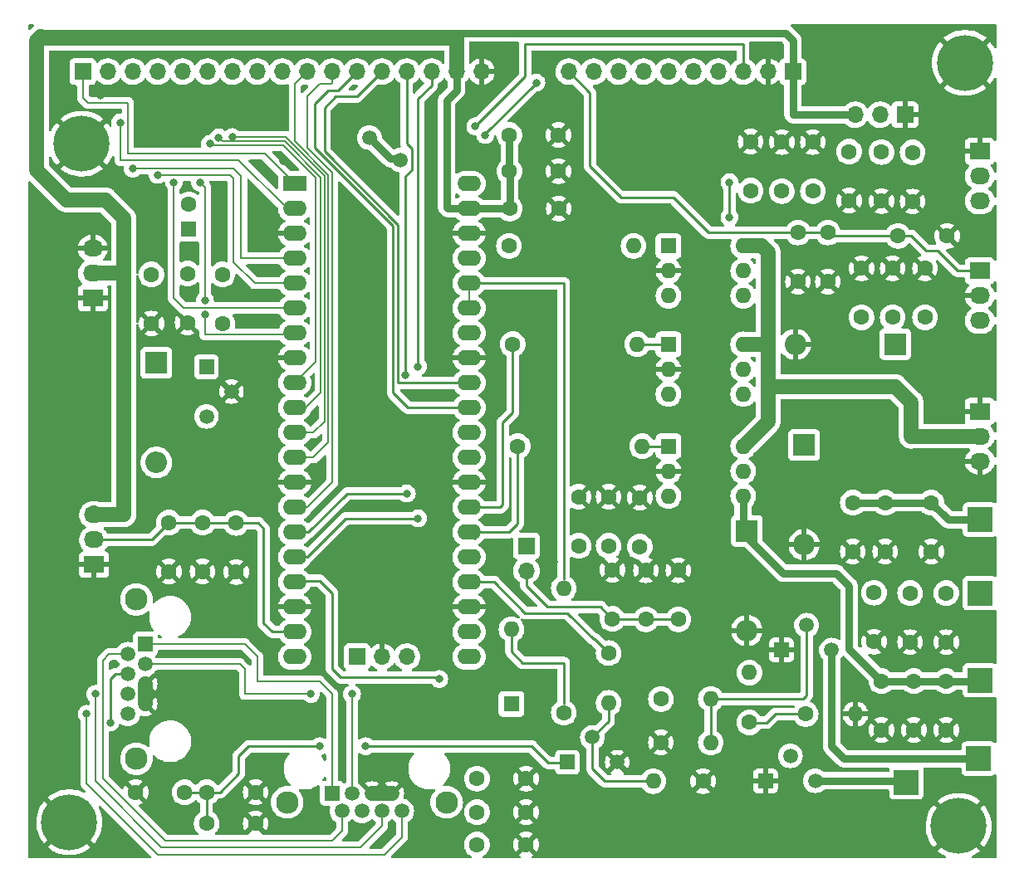
<source format=gbr>
%TF.GenerationSoftware,KiCad,Pcbnew,(6.0.9)*%
%TF.CreationDate,2023-09-14T23:12:54+02:00*%
%TF.ProjectId,Ampli144MHz,416d706c-6931-4343-944d-487a2e6b6963,1.1*%
%TF.SameCoordinates,Original*%
%TF.FileFunction,Copper,L2,Bot*%
%TF.FilePolarity,Positive*%
%FSLAX46Y46*%
G04 Gerber Fmt 4.6, Leading zero omitted, Abs format (unit mm)*
G04 Created by KiCad (PCBNEW (6.0.9)) date 2023-09-14 23:12:54*
%MOMM*%
%LPD*%
G01*
G04 APERTURE LIST*
%TA.AperFunction,ComponentPad*%
%ADD10C,1.600000*%
%TD*%
%TA.AperFunction,ComponentPad*%
%ADD11R,2.200000X2.200000*%
%TD*%
%TA.AperFunction,ComponentPad*%
%ADD12O,2.200000X2.200000*%
%TD*%
%TA.AperFunction,ComponentPad*%
%ADD13R,1.700000X1.700000*%
%TD*%
%TA.AperFunction,ComponentPad*%
%ADD14O,1.700000X1.700000*%
%TD*%
%TA.AperFunction,ComponentPad*%
%ADD15R,2.030000X1.730000*%
%TD*%
%TA.AperFunction,ComponentPad*%
%ADD16O,2.030000X1.730000*%
%TD*%
%TA.AperFunction,ComponentPad*%
%ADD17R,2.500000X2.500000*%
%TD*%
%TA.AperFunction,ComponentPad*%
%ADD18O,1.600000X1.600000*%
%TD*%
%TA.AperFunction,ComponentPad*%
%ADD19R,2.400000X1.600000*%
%TD*%
%TA.AperFunction,ComponentPad*%
%ADD20O,2.400000X1.600000*%
%TD*%
%TA.AperFunction,ComponentPad*%
%ADD21R,1.500000X1.500000*%
%TD*%
%TA.AperFunction,ComponentPad*%
%ADD22C,1.500000*%
%TD*%
%TA.AperFunction,ComponentPad*%
%ADD23C,5.700000*%
%TD*%
%TA.AperFunction,ComponentPad*%
%ADD24C,2.300000*%
%TD*%
%TA.AperFunction,ComponentPad*%
%ADD25R,1.600000X1.600000*%
%TD*%
%TA.AperFunction,ViaPad*%
%ADD26C,0.800000*%
%TD*%
%TA.AperFunction,ViaPad*%
%ADD27C,1.500000*%
%TD*%
%TA.AperFunction,Conductor*%
%ADD28C,1.500000*%
%TD*%
%TA.AperFunction,Conductor*%
%ADD29C,0.250000*%
%TD*%
%TA.AperFunction,Conductor*%
%ADD30C,0.200000*%
%TD*%
%TA.AperFunction,Conductor*%
%ADD31C,0.750000*%
%TD*%
G04 APERTURE END LIST*
D10*
%TO.P,Cc6,1*%
%TO.N,PTTOut*%
X96734000Y-121793000D03*
%TO.P,Cc6,2*%
%TO.N,GND*%
X91734000Y-121793000D03*
%TD*%
D11*
%TO.P,D4,1,K*%
%TO.N,CK3*%
X154051000Y-95123000D03*
D12*
%TO.P,D4,2,A*%
%TO.N,GND*%
X154051000Y-105283000D03*
%TD*%
D13*
%TO.P,UI2C,1*%
%TO.N,SCL*%
X114315000Y-107950000D03*
D14*
%TO.P,UI2C,2*%
%TO.N,GND*%
X116855000Y-107950000D03*
%TO.P,UI2C,3*%
%TO.N,SDA*%
X119395000Y-107950000D03*
%TD*%
D13*
%TO.P,JCIV1,1*%
%TO.N,TX*%
X131572000Y-96642000D03*
D14*
%TO.P,JCIV1,2*%
%TO.N,RX*%
X131572000Y-99182000D03*
%TD*%
D10*
%TO.P,Cb15,1*%
%TO.N,TX*%
X139954000Y-96647000D03*
%TO.P,Cb15,2*%
%TO.N,GND*%
X139954000Y-91647000D03*
%TD*%
%TO.P,Cc9,1*%
%TO.N,GND*%
X174371000Y-115443000D03*
%TO.P,Cc9,2*%
%TO.N,CK3*%
X174371000Y-110443000D03*
%TD*%
%TO.P,Cb14,1*%
%TO.N,dBm*%
X157607000Y-60452000D03*
%TO.P,Cb14,2*%
%TO.N,GND*%
X157607000Y-55452000D03*
%TD*%
D15*
%TO.P,JS+P,1*%
%TO.N,PWR*%
X177800000Y-68580000D03*
D16*
%TO.P,JS+P,2*%
%TO.N,GND*%
X177800000Y-71120000D03*
%TO.P,JS+P,3*%
%TO.N,SWR*%
X177800000Y-73660000D03*
%TD*%
D10*
%TO.P,Cb9,1*%
%TO.N,GND*%
X171069000Y-115443000D03*
%TO.P,Cb9,2*%
%TO.N,CK3*%
X171069000Y-110443000D03*
%TD*%
D17*
%TO.P,CK2,1,1*%
%TO.N,CK2*%
X177800000Y-101473000D03*
%TD*%
D10*
%TO.P,R4,1*%
%TO.N,CPTTOut*%
X139954000Y-107588000D03*
D18*
%TO.P,R4,2*%
X139954000Y-112668000D03*
%TD*%
D19*
%TO.P,U1,1*%
%TO.N,N/C*%
X107950000Y-59695000D03*
D20*
%TO.P,U1,2*%
X107950000Y-62235000D03*
%TO.P,U1,3*%
%TO.N,GND*%
X107950000Y-64775000D03*
%TO.P,U1,4*%
%TO.N,N/C*%
X107950000Y-67315000D03*
%TO.P,U1,5*%
X107950000Y-69855000D03*
%TO.P,U1,6*%
X107950000Y-72395000D03*
%TO.P,U1,7*%
X107950000Y-74935000D03*
%TO.P,U1,8*%
%TO.N,GND*%
X107950000Y-77475000D03*
%TO.P,U1,9*%
%TO.N,N/C*%
X107950000Y-80015000D03*
%TO.P,U1,10*%
X107950000Y-82555000D03*
%TO.P,U1,11*%
X107950000Y-85095000D03*
%TO.P,U1,12*%
X107950000Y-87635000D03*
%TO.P,U1,13*%
%TO.N,GND*%
X107950000Y-90175000D03*
%TO.P,U1,14*%
%TO.N,N/C*%
X107950000Y-92715000D03*
%TO.P,U1,15*%
%TO.N,XP*%
X107950000Y-95255000D03*
%TO.P,U1,16*%
%TO.N,YM*%
X107950000Y-97795000D03*
%TO.P,U1,17*%
%TO.N,CPAOnOff*%
X107950000Y-100335000D03*
%TO.P,U1,18*%
%TO.N,GND*%
X107950000Y-102875000D03*
%TO.P,U1,19*%
%TO.N,T\u00B0*%
X107950000Y-105415000D03*
%TO.P,U1,20*%
%TO.N,BiasPAOff*%
X107950000Y-107955000D03*
%TO.P,U1,21*%
%TO.N,RX*%
X125730000Y-107955000D03*
%TO.P,U1,22*%
%TO.N,TX*%
X125730000Y-105415000D03*
%TO.P,U1,23*%
%TO.N,GND*%
X125730000Y-102875000D03*
%TO.P,U1,24*%
%TO.N,CPTTOut*%
X125730000Y-100335000D03*
%TO.P,U1,25*%
%TO.N,PTT In*%
X125730000Y-97795000D03*
%TO.P,U1,26*%
%TO.N,Net-(R3-Pad1)*%
X125730000Y-95255000D03*
%TO.P,U1,27*%
%TO.N,Net-(R2-Pad1)*%
X125730000Y-92715000D03*
%TO.P,U1,28*%
%TO.N,GND*%
X125730000Y-90175000D03*
%TO.P,U1,29*%
%TO.N,Net-(R1-Pad1)*%
X125730000Y-87635000D03*
%TO.P,U1,30*%
%TO.N,N/C*%
X125730000Y-85095000D03*
%TO.P,U1,31*%
%TO.N,ADC0*%
X125730000Y-82555000D03*
%TO.P,U1,32*%
%TO.N,ADC1*%
X125730000Y-80015000D03*
%TO.P,U1,33*%
%TO.N,GND*%
X125730000Y-77475000D03*
%TO.P,U1,34*%
%TO.N,N/C*%
X125730000Y-74935000D03*
%TO.P,U1,35*%
%TO.N,+3.3V*%
X125730000Y-72395000D03*
%TO.P,U1,36*%
X125730000Y-69855000D03*
%TO.P,U1,37*%
%TO.N,N/C*%
X125730000Y-67315000D03*
%TO.P,U1,38*%
%TO.N,GND*%
X125730000Y-64775000D03*
%TO.P,U1,39*%
%TO.N,+5V*%
X125730000Y-62235000D03*
%TO.P,U1,40*%
%TO.N,N/C*%
X125730000Y-59695000D03*
%TD*%
D15*
%TO.P,J5,1*%
%TO.N,GND*%
X87376000Y-71374000D03*
D16*
%TO.P,J5,2*%
%TO.N,+5V*%
X87376000Y-68834000D03*
%TO.P,J5,3*%
%TO.N,GND*%
X87376000Y-66294000D03*
%TD*%
D10*
%TO.P,Ca7,1*%
%TO.N,CK1*%
X172847000Y-92242000D03*
%TO.P,Ca7,2*%
%TO.N,GND*%
X172847000Y-97242000D03*
%TD*%
D21*
%TO.P,U7809,1,VO*%
%TO.N,+9V*%
X98954000Y-78359000D03*
D22*
%TO.P,U7809,2,GND*%
%TO.N,GND*%
X101494000Y-80899000D03*
%TO.P,U7809,3,VI*%
%TO.N,+16V*%
X98954000Y-83439000D03*
%TD*%
D10*
%TO.P,Cc4,1*%
%TO.N,Amp*%
X170942000Y-56515000D03*
%TO.P,Cc4,2*%
%TO.N,GND*%
X170942000Y-61515000D03*
%TD*%
D23*
%TO.P,H3,1,1*%
%TO.N,GND*%
X84963000Y-124841000D03*
%TD*%
D13*
%TO.P,JAmp,1*%
%TO.N,GND*%
X170165000Y-52660000D03*
D14*
%TO.P,JAmp,2*%
%TO.N,Amp*%
X167625000Y-52660000D03*
%TO.P,JAmp,3*%
%TO.N,+5V*%
X165085000Y-52660000D03*
%TD*%
D10*
%TO.P,Cc7,1*%
%TO.N,GND*%
X164846000Y-97242000D03*
%TO.P,Cc7,2*%
%TO.N,CK1*%
X164846000Y-92242000D03*
%TD*%
D11*
%TO.P,D5,1,K*%
%TO.N,+16V*%
X93853000Y-77978000D03*
D12*
%TO.P,D5,2,A*%
%TO.N,+28V*%
X93853000Y-88138000D03*
%TD*%
D10*
%TO.P,Ca3,1*%
%TO.N,SWR*%
X172212000Y-73326000D03*
%TO.P,Ca3,2*%
%TO.N,GND*%
X172212000Y-68326000D03*
%TD*%
D15*
%TO.P,JTemp,1*%
%TO.N,GND*%
X87509000Y-98552000D03*
D16*
%TO.P,JTemp,2*%
%TO.N,T\u00B0*%
X87509000Y-96012000D03*
%TO.P,JTemp,3*%
%TO.N,+5V*%
X87509000Y-93472000D03*
%TD*%
D10*
%TO.P,Cb6,1*%
%TO.N,PTTOut*%
X98973000Y-124968000D03*
%TO.P,Cb6,2*%
%TO.N,GND*%
X103973000Y-124968000D03*
%TD*%
D21*
%TO.P,RJ45-IN,1*%
%TO.N,N/C*%
X111760000Y-121920000D03*
D22*
%TO.P,RJ45-IN,2*%
X112776000Y-123700000D03*
%TO.P,RJ45-IN,3*%
X113792000Y-121920000D03*
%TO.P,RJ45-IN,4*%
%TO.N,PTT In*%
X114808000Y-123700000D03*
%TO.P,RJ45-IN,5*%
%TO.N,GND*%
X115824000Y-121920000D03*
%TO.P,RJ45-IN,6*%
%TO.N,N/C*%
X116840000Y-123700000D03*
%TO.P,RJ45-IN,7*%
%TO.N,GND*%
X117856000Y-121920000D03*
%TO.P,RJ45-IN,8*%
%TO.N,N/C*%
X118872000Y-123700000D03*
D24*
%TO.P,RJ45-IN,SH*%
X123450000Y-122810000D03*
X107190000Y-122810000D03*
%TD*%
D17*
%TO.P,CK1,1,1*%
%TO.N,CK1*%
X177800000Y-93980000D03*
%TD*%
%TO.P,CK3,1,1*%
%TO.N,CK3*%
X177800000Y-110363000D03*
%TD*%
D10*
%TO.P,Ra6,1*%
%TO.N,GND*%
X145288000Y-116713000D03*
D18*
%TO.P,Ra6,2*%
%TO.N,Net-(Q2-Pad2)*%
X150368000Y-116713000D03*
%TD*%
D25*
%TO.P,C11,1*%
%TO.N,+9V*%
X97155000Y-64301380D03*
D10*
%TO.P,C11,2*%
%TO.N,GND*%
X97155000Y-61801380D03*
%TD*%
D17*
%TO.P,CKBias1,1,1*%
%TO.N,CBiasPA*%
X170307000Y-120777000D03*
%TD*%
D10*
%TO.P,Ca13,1*%
%TO.N,GND*%
X159258000Y-69683000D03*
%TO.P,Ca13,2*%
%TO.N,PWR*%
X159258000Y-64683000D03*
%TD*%
%TO.P,Cb2,1*%
%TO.N,GND*%
X98552000Y-99274000D03*
%TO.P,Cb2,2*%
%TO.N,T\u00B0*%
X98552000Y-94274000D03*
%TD*%
%TO.P,Cb16,1*%
%TO.N,RX*%
X143764000Y-104140000D03*
%TO.P,Cb16,2*%
%TO.N,GND*%
X143764000Y-99140000D03*
%TD*%
%TO.P,R2,1*%
%TO.N,Net-(R2-Pad1)*%
X130175000Y-76073000D03*
D18*
%TO.P,R2,2*%
%TO.N,Net-(R2-Pad2)*%
X142875000Y-76073000D03*
%TD*%
D10*
%TO.P,Ca16,1*%
%TO.N,RX*%
X140335000Y-104100000D03*
%TO.P,Ca16,2*%
%TO.N,GND*%
X140335000Y-99100000D03*
%TD*%
%TO.P,Ca12,1*%
%TO.N,+9V*%
X93345000Y-68961000D03*
%TO.P,Ca12,2*%
%TO.N,GND*%
X93345000Y-73961000D03*
%TD*%
%TO.P,Cc16,1*%
%TO.N,RX*%
X147066000Y-104140000D03*
%TO.P,Cc16,2*%
%TO.N,GND*%
X147066000Y-99140000D03*
%TD*%
%TO.P,R3,1*%
%TO.N,Net-(R3-Pad1)*%
X130683000Y-86487000D03*
D18*
%TO.P,R3,2*%
%TO.N,Net-(R3-Pad2)*%
X143383000Y-86487000D03*
%TD*%
D10*
%TO.P,Ca15,1*%
%TO.N,TX*%
X136906000Y-96647000D03*
%TO.P,Ca15,2*%
%TO.N,GND*%
X136906000Y-91647000D03*
%TD*%
%TO.P,Ca14,1*%
%TO.N,dBm*%
X160782000Y-60452000D03*
%TO.P,Ca14,2*%
%TO.N,GND*%
X160782000Y-55452000D03*
%TD*%
%TO.P,Cb8,1*%
%TO.N,CK2*%
X170688000Y-101473000D03*
%TO.P,Cb8,2*%
%TO.N,GND*%
X170688000Y-106473000D03*
%TD*%
%TO.P,Cc1,1*%
%TO.N,GND*%
X134874000Y-62230000D03*
%TO.P,Cc1,2*%
%TO.N,+5V*%
X129874000Y-62230000D03*
%TD*%
D25*
%TO.P,D1,1,K*%
%TO.N,PTT In*%
X130048000Y-112776000D03*
D18*
%TO.P,D1,2,A*%
%TO.N,Net-(D1-Pad2)*%
X130048000Y-105156000D03*
%TD*%
D10*
%TO.P,Cb1,1*%
%TO.N,+5V*%
X129834000Y-58420000D03*
%TO.P,Cb1,2*%
%TO.N,GND*%
X134834000Y-58420000D03*
%TD*%
%TO.P,Cc12,1*%
%TO.N,+9V*%
X100584000Y-68961000D03*
%TO.P,Cc12,2*%
%TO.N,GND*%
X100584000Y-73961000D03*
%TD*%
D17*
%TO.P,CK220V,1,1*%
%TO.N,CK220V*%
X177673000Y-118364000D03*
%TD*%
D10*
%TO.P,Ca4,1*%
%TO.N,Amp*%
X164465000Y-56428000D03*
%TO.P,Ca4,2*%
%TO.N,GND*%
X164465000Y-61428000D03*
%TD*%
%TO.P,Ra4,1*%
%TO.N,GND*%
X149587000Y-120650000D03*
D18*
%TO.P,Ra4,2*%
%TO.N,N/C*%
X144507000Y-120650000D03*
%TD*%
D10*
%TO.P,Ca5,1*%
%TO.N,PTT In*%
X126532000Y-127127000D03*
%TO.P,Ca5,2*%
%TO.N,GND*%
X131532000Y-127127000D03*
%TD*%
%TO.P,Ca2,1*%
%TO.N,T\u00B0*%
X95123000Y-94274000D03*
%TO.P,Ca2,2*%
%TO.N,GND*%
X95123000Y-99274000D03*
%TD*%
D11*
%TO.P,D3,1,K*%
%TO.N,CK2*%
X159893000Y-86360000D03*
D12*
%TO.P,D3,2,A*%
%TO.N,GND*%
X159893000Y-96520000D03*
%TD*%
D10*
%TO.P,Cc8,1*%
%TO.N,GND*%
X167005000Y-106426000D03*
%TO.P,Cc8,2*%
%TO.N,CK2*%
X167005000Y-101426000D03*
%TD*%
%TO.P,Cc2,1*%
%TO.N,GND*%
X101981000Y-99314000D03*
%TO.P,Cc2,2*%
%TO.N,T\u00B0*%
X101981000Y-94314000D03*
%TD*%
D23*
%TO.P,H2,1,1*%
%TO.N,GND*%
X86233000Y-55626000D03*
%TD*%
D10*
%TO.P,Ca8,1*%
%TO.N,CK2*%
X174371000Y-101473000D03*
%TO.P,Ca8,2*%
%TO.N,GND*%
X174371000Y-106473000D03*
%TD*%
%TO.P,Cc3,1*%
%TO.N,SWR*%
X165735000Y-73326000D03*
%TO.P,Cc3,2*%
%TO.N,GND*%
X165735000Y-68326000D03*
%TD*%
D25*
%TO.P,U22,1*%
%TO.N,Net-(R3-Pad2)*%
X146060000Y-86487000D03*
D18*
%TO.P,U22,2*%
%TO.N,GND*%
X146060000Y-89027000D03*
%TO.P,U22,3*%
%TO.N,unconnected-(U22-Pad3)*%
X146060000Y-91567000D03*
%TO.P,U22,4*%
%TO.N,CK3*%
X153680000Y-91567000D03*
%TO.P,U22,5*%
%TO.N,unconnected-(U22-Pad5)*%
X153680000Y-89027000D03*
%TO.P,U22,6*%
%TO.N,+28V *%
X153680000Y-86487000D03*
%TD*%
D11*
%TO.P,D2,1,K*%
%TO.N,CK1*%
X169164000Y-76073000D03*
D12*
%TO.P,D2,2,A*%
%TO.N,GND*%
X159004000Y-76073000D03*
%TD*%
D10*
%TO.P,Cb4,1*%
%TO.N,Amp*%
X167767000Y-56468000D03*
%TO.P,Cb4,2*%
%TO.N,GND*%
X167767000Y-61468000D03*
%TD*%
%TO.P,Cc5,1*%
%TO.N,PTT In*%
X126532000Y-120396000D03*
%TO.P,Cc5,2*%
%TO.N,GND*%
X131532000Y-120396000D03*
%TD*%
%TO.P,Ca1,1*%
%TO.N,GND*%
X134834000Y-54737000D03*
%TO.P,Ca1,2*%
%TO.N,+5V*%
X129834000Y-54737000D03*
%TD*%
D13*
%TO.P,JADC16bits,1*%
%TO.N,+5V*%
X158750000Y-48260000D03*
D14*
%TO.P,JADC16bits,2*%
%TO.N,GND*%
X156210000Y-48260000D03*
%TO.P,JADC16bits,3*%
%TO.N,SCL*%
X153670000Y-48260000D03*
%TO.P,JADC16bits,4*%
%TO.N,SDA*%
X151130000Y-48260000D03*
%TO.P,JADC16bits,5*%
%TO.N,N/C*%
X148590000Y-48260000D03*
%TO.P,JADC16bits,6*%
X146050000Y-48260000D03*
%TO.P,JADC16bits,7*%
%TO.N,Amp*%
X143510000Y-48260000D03*
%TO.P,JADC16bits,8*%
%TO.N,SWR*%
X140970000Y-48260000D03*
%TO.P,JADC16bits,9*%
%TO.N,dBm*%
X138430000Y-48260000D03*
%TO.P,JADC16bits,10*%
%TO.N,PWR*%
X135890000Y-48260000D03*
%TD*%
D15*
%TO.P,JdBm,1*%
%TO.N,GND*%
X177800000Y-56378000D03*
D16*
%TO.P,JdBm,2*%
%TO.N,dBm*%
X177800000Y-58918000D03*
%TO.P,JdBm,3*%
%TO.N,+9V*%
X177800000Y-61458000D03*
%TD*%
D10*
%TO.P,R6,1*%
%TO.N,CPAOnOff*%
X145288000Y-112268000D03*
D18*
%TO.P,R6,2*%
%TO.N,Net-(Q2-Pad2)*%
X150368000Y-112268000D03*
%TD*%
D10*
%TO.P,Cb3,1*%
%TO.N,SWR*%
X168910000Y-73326000D03*
%TO.P,Cb3,2*%
%TO.N,GND*%
X168910000Y-68326000D03*
%TD*%
D23*
%TO.P,H4,1,1*%
%TO.N,GND*%
X175641000Y-125222000D03*
%TD*%
D10*
%TO.P,Cb5,1*%
%TO.N,PTT In*%
X126532000Y-123825000D03*
%TO.P,Cb5,2*%
%TO.N,GND*%
X131532000Y-123825000D03*
%TD*%
%TO.P,Cb13,1*%
%TO.N,GND*%
X162306000Y-69683000D03*
%TO.P,Cb13,2*%
%TO.N,PWR*%
X162306000Y-64683000D03*
%TD*%
D25*
%TO.P,U21,1*%
%TO.N,Net-(R2-Pad2)*%
X146060000Y-76088000D03*
D18*
%TO.P,U21,2*%
%TO.N,GND*%
X146060000Y-78628000D03*
%TO.P,U21,3*%
%TO.N,unconnected-(U21-Pad3)*%
X146060000Y-81168000D03*
%TO.P,U21,4*%
%TO.N,CK2*%
X153680000Y-81168000D03*
%TO.P,U21,5*%
%TO.N,unconnected-(U21-Pad5)*%
X153680000Y-78628000D03*
%TO.P,U21,6*%
%TO.N,+28V *%
X153680000Y-76088000D03*
%TD*%
D21*
%TO.P,Q3,1,C*%
%TO.N,GND*%
X155946000Y-120611000D03*
D22*
%TO.P,Q3,2,B*%
%TO.N,N/C*%
X158486000Y-118071000D03*
%TO.P,Q3,3,E*%
%TO.N,CBiasPA*%
X161026000Y-120611000D03*
%TD*%
D10*
%TO.P,Cb12,1*%
%TO.N,+9V*%
X97028000Y-68874000D03*
%TO.P,Cb12,2*%
%TO.N,GND*%
X97028000Y-73874000D03*
%TD*%
D25*
%TO.P,U20,1*%
%TO.N,Net-(R1-Pad2)*%
X146060000Y-66055000D03*
D18*
%TO.P,U20,2*%
%TO.N,GND*%
X146060000Y-68595000D03*
%TO.P,U20,3*%
%TO.N,unconnected-(U20-Pad3)*%
X146060000Y-71135000D03*
%TO.P,U20,4*%
%TO.N,CK1*%
X153680000Y-71135000D03*
%TO.P,U20,5*%
%TO.N,unconnected-(U20-Pad5)*%
X153680000Y-68595000D03*
%TO.P,U20,6*%
%TO.N,+28V *%
X153680000Y-66055000D03*
%TD*%
D10*
%TO.P,R1,1*%
%TO.N,Net-(R1-Pad1)*%
X129794000Y-66040000D03*
D18*
%TO.P,R1,2*%
%TO.N,Net-(R1-Pad2)*%
X142494000Y-66040000D03*
%TD*%
D21*
%TO.P,RJ45-OUT,1*%
%TO.N,N/C*%
X92710000Y-106680000D03*
D22*
%TO.P,RJ45-OUT,2*%
X90930000Y-107696000D03*
%TO.P,RJ45-OUT,3*%
X92710000Y-108712000D03*
%TO.P,RJ45-OUT,4*%
%TO.N,PTTOut*%
X90930000Y-109728000D03*
%TO.P,RJ45-OUT,5*%
%TO.N,GND*%
X92710000Y-110744000D03*
%TO.P,RJ45-OUT,6*%
%TO.N,N/C*%
X90930000Y-111760000D03*
%TO.P,RJ45-OUT,7*%
%TO.N,GND*%
X92710000Y-112776000D03*
%TO.P,RJ45-OUT,8*%
%TO.N,N/C*%
X90930000Y-113792000D03*
D24*
%TO.P,RJ45-OUT,SH*%
X91820000Y-118370000D03*
X91820000Y-102110000D03*
%TD*%
D10*
%TO.P,Ra7,1*%
%TO.N,N/C*%
X160039000Y-113792000D03*
D18*
%TO.P,Ra7,2*%
%TO.N,GND*%
X165119000Y-113792000D03*
%TD*%
D21*
%TO.P,Q2,1,C*%
%TO.N,GND*%
X157597000Y-107276000D03*
D22*
%TO.P,Q2,2,B*%
%TO.N,Net-(Q2-Pad2)*%
X160137000Y-104736000D03*
%TO.P,Q2,3,E*%
%TO.N,CK220V*%
X162677000Y-107276000D03*
%TD*%
D10*
%TO.P,Cc15,1*%
%TO.N,TX*%
X143129000Y-96734000D03*
%TO.P,Cc15,2*%
%TO.N,GND*%
X143129000Y-91734000D03*
%TD*%
D13*
%TO.P,JTFT+Touch,1*%
%TO.N,N/C*%
X86355000Y-48260000D03*
D14*
%TO.P,JTFT+Touch,2*%
X88895000Y-48260000D03*
%TO.P,JTFT+Touch,3*%
X91435000Y-48260000D03*
%TO.P,JTFT+Touch,4*%
X93975000Y-48260000D03*
%TO.P,JTFT+Touch,5*%
X96515000Y-48260000D03*
%TO.P,JTFT+Touch,6*%
X99055000Y-48260000D03*
%TO.P,JTFT+Touch,7*%
X101595000Y-48260000D03*
%TO.P,JTFT+Touch,8*%
X104135000Y-48260000D03*
%TO.P,JTFT+Touch,9*%
X106675000Y-48260000D03*
%TO.P,JTFT+Touch,10*%
X109215000Y-48260000D03*
%TO.P,JTFT+Touch,11*%
X111755000Y-48260000D03*
%TO.P,JTFT+Touch,12*%
%TO.N,ADC0*%
X114295000Y-48260000D03*
%TO.P,JTFT+Touch,13*%
%TO.N,ADC1*%
X116835000Y-48260000D03*
%TO.P,JTFT+Touch,14*%
%TO.N,XP*%
X119375000Y-48260000D03*
%TO.P,JTFT+Touch,15*%
%TO.N,YM*%
X121915000Y-48260000D03*
%TO.P,JTFT+Touch,16*%
%TO.N,+5V*%
X124455000Y-48260000D03*
%TO.P,JTFT+Touch,17*%
%TO.N,GND*%
X126995000Y-48260000D03*
%TD*%
D10*
%TO.P,Cc14,1*%
%TO.N,dBm*%
X154432000Y-60412000D03*
%TO.P,Cc14,2*%
%TO.N,GND*%
X154432000Y-55412000D03*
%TD*%
D15*
%TO.P,Alim +28V,1*%
%TO.N,GND*%
X177794000Y-82921000D03*
D16*
%TO.P,Alim +28V,2*%
%TO.N,+28V *%
X177794000Y-85461000D03*
%TO.P,Alim +28V,3*%
%TO.N,GND*%
X177794000Y-88001000D03*
%TD*%
D10*
%TO.P,Ca9,1*%
%TO.N,GND*%
X167767000Y-115443000D03*
%TO.P,Ca9,2*%
%TO.N,CK3*%
X167767000Y-110443000D03*
%TD*%
%TO.P,R5,1*%
%TO.N,Net-(D1-Pad2)*%
X135382000Y-113665000D03*
D18*
%TO.P,R5,2*%
%TO.N,+3.3V*%
X135382000Y-100965000D03*
%TD*%
D10*
%TO.P,Ca6,1*%
%TO.N,PTTOut*%
X98973000Y-121793000D03*
%TO.P,Ca6,2*%
%TO.N,GND*%
X103973000Y-121793000D03*
%TD*%
D21*
%TO.P,Q1,1,C*%
%TO.N,PTTOut*%
X135763000Y-118724000D03*
D22*
%TO.P,Q1,2,B*%
%TO.N,CPTTOut*%
X138303000Y-116184000D03*
%TO.P,Q1,3,E*%
%TO.N,GND*%
X140843000Y-118724000D03*
%TD*%
D10*
%TO.P,Cb7,1*%
%TO.N,GND*%
X168148000Y-97242000D03*
%TO.P,Cb7,2*%
%TO.N,CK1*%
X168148000Y-92242000D03*
%TD*%
%TO.P,Cc13,1*%
%TO.N,PWR*%
X169458000Y-65024000D03*
%TO.P,Cc13,2*%
%TO.N,GND*%
X174458000Y-65024000D03*
%TD*%
D23*
%TO.P,H1,1,1*%
%TO.N,GND*%
X176276000Y-47371000D03*
%TD*%
D10*
%TO.P,R7,1*%
%TO.N,N/C*%
X154305000Y-114662000D03*
D18*
%TO.P,R7,2*%
%TO.N,BiasPAOff*%
X154305000Y-109582000D03*
%TD*%
D26*
%TO.N,GND*%
X81788000Y-127762000D03*
X135636000Y-126492000D03*
%TO.N,*%
X99314000Y-55626000D03*
X87630000Y-111760000D03*
X98806000Y-71628000D03*
X113792000Y-111760000D03*
X99314000Y-55626000D03*
X100203000Y-54991000D03*
X93980000Y-58801000D03*
X109601000Y-111760000D03*
X98806000Y-73025000D03*
X90170000Y-53467000D03*
X86741000Y-113792000D03*
X101600000Y-54943500D03*
X91440000Y-58166000D03*
X95631000Y-59563000D03*
X98298000Y-59563000D03*
%TO.N,GND*%
X116713000Y-66040000D03*
X101854000Y-86360000D03*
X109601000Y-115443000D03*
X154178000Y-101854000D03*
X129873751Y-46218501D03*
X122809000Y-83820000D03*
X128143000Y-63754000D03*
X132715000Y-90932000D03*
X121793000Y-70612000D03*
X177800000Y-97028000D03*
X105664000Y-50927000D03*
X160655000Y-101600000D03*
X116713000Y-111252000D03*
X97028000Y-112649000D03*
X130556000Y-115316000D03*
X131953000Y-81153000D03*
X87376000Y-82550000D03*
X129667000Y-93599000D03*
X125476000Y-55880000D03*
X87376000Y-89154000D03*
X148082000Y-126873000D03*
X142240000Y-52197000D03*
X177800000Y-107569000D03*
X167894000Y-89154000D03*
X138557000Y-70231000D03*
X117221000Y-60198000D03*
X81915000Y-106553000D03*
X149475117Y-96124199D03*
X82296000Y-75565000D03*
X156591000Y-89662000D03*
X112903000Y-61468000D03*
X147447000Y-51943000D03*
X84074000Y-51435000D03*
X176149000Y-53086000D03*
X121793000Y-59944000D03*
X96266000Y-124333000D03*
X117094000Y-53975000D03*
X81661000Y-96647000D03*
X97536000Y-86487000D03*
X177927000Y-104648000D03*
X121412000Y-125476000D03*
X99060000Y-104902000D03*
X131445000Y-72517000D03*
X119126000Y-115824000D03*
X123190000Y-99695000D03*
X104267000Y-114427000D03*
X82550000Y-63881000D03*
X125476000Y-55880000D03*
X164719000Y-116840000D03*
X157353000Y-110744000D03*
X82042000Y-117475000D03*
X116713000Y-78994000D03*
X83439000Y-46990000D03*
X177795958Y-115407173D03*
X153797000Y-123698000D03*
X122677250Y-107262753D03*
X118110000Y-50800000D03*
X149098000Y-56261000D03*
X87376000Y-75565000D03*
X122047000Y-81280000D03*
X101346000Y-123317000D03*
X104521000Y-53721000D03*
X127000000Y-51181000D03*
X110236000Y-125095000D03*
X112014000Y-53721000D03*
X136525000Y-123571000D03*
X161417000Y-82550000D03*
X163703000Y-89154000D03*
X117221000Y-60198000D03*
X117475000Y-98552000D03*
X136652000Y-51181000D03*
X138684000Y-81915000D03*
X167767000Y-84455000D03*
X128143000Y-65024000D03*
X122936000Y-90170000D03*
X82042000Y-86233000D03*
X150622000Y-104648000D03*
X161671000Y-45720000D03*
X116713000Y-71882000D03*
X112903000Y-89281000D03*
X88138000Y-50673000D03*
X125984000Y-112395000D03*
X112395000Y-98552000D03*
X173736000Y-120650000D03*
X92837000Y-53594000D03*
X87757000Y-104267000D03*
X145542000Y-107696000D03*
X127762000Y-96393000D03*
X154305000Y-107696000D03*
X113030000Y-105283000D03*
X154305000Y-51943000D03*
X127635000Y-101600000D03*
X115570000Y-119380000D03*
X121793000Y-59944000D03*
X106807000Y-57404000D03*
X134366000Y-98298000D03*
X176784000Y-79121000D03*
X118237000Y-61595000D03*
X143510000Y-56261000D03*
X151384000Y-78867000D03*
X117348000Y-87884000D03*
X113030000Y-75565000D03*
X151257000Y-68072000D03*
X132588000Y-105029000D03*
X149987000Y-107696000D03*
X151257000Y-89154000D03*
X164719000Y-122936000D03*
X153289000Y-120269000D03*
X167640000Y-47371000D03*
X121793000Y-77470000D03*
X96647000Y-52705000D03*
X155448000Y-63119000D03*
X128143000Y-65024000D03*
D27*
%TO.N,+28V *%
X115570000Y-54991000D03*
X118723537Y-57277000D03*
D26*
%TO.N,SDA*%
X127381000Y-54737000D03*
X132588000Y-49403000D03*
%TO.N,SCL*%
X126365000Y-53848000D03*
%TO.N,SWR*%
X152273000Y-59563000D03*
X152273000Y-63119000D03*
%TO.N,XP*%
X119253000Y-79248000D03*
X119380000Y-91313000D03*
%TO.N,YM*%
X120523000Y-78359000D03*
X120523000Y-93853000D03*
%TO.N,PTTOut*%
X110490000Y-117094000D03*
X89154000Y-114681000D03*
X115189000Y-117094000D03*
%TO.N,CPAOnOff*%
X122682000Y-110236000D03*
%TD*%
D28*
%TO.N,+5V*%
X81661000Y-58342798D02*
X81661000Y-45085000D01*
X88646000Y-61341000D02*
X84659202Y-61341000D01*
X84659202Y-61341000D02*
X81661000Y-58342798D01*
X90534000Y-63229000D02*
X88646000Y-61341000D01*
X81661000Y-45085000D02*
X82042000Y-44704000D01*
X90534000Y-68851000D02*
X90534000Y-63229000D01*
D29*
%TO.N,*%
X156083000Y-114681000D02*
X156972000Y-113792000D01*
D30*
X113792000Y-111760000D02*
X113792000Y-121920000D01*
X102870000Y-111760000D02*
X102870000Y-109220000D01*
X107950000Y-85095000D02*
X109850000Y-85095000D01*
X111379000Y-86106000D02*
X109850000Y-87635000D01*
X112776000Y-125730000D02*
X112776000Y-123700000D01*
X107950000Y-49525000D02*
X107950000Y-55372000D01*
X107824000Y-75061000D02*
X98810000Y-75061000D01*
X100584000Y-55372000D02*
X106934000Y-55372000D01*
X92710000Y-106680000D02*
X102870000Y-106680000D01*
X90170000Y-57277000D02*
X90170000Y-53467000D01*
X98298000Y-59563000D02*
X98806000Y-60071000D01*
X109220000Y-56007000D02*
X111760000Y-58547000D01*
X101727000Y-67691000D02*
X103891000Y-69855000D01*
X98810000Y-75061000D02*
X98806000Y-75057000D01*
X109850000Y-87635000D02*
X107950000Y-87635000D01*
X86355000Y-50922000D02*
X86868000Y-51435000D01*
X111755000Y-48260000D02*
X111755000Y-49462081D01*
X107950000Y-55372000D02*
X111379000Y-58801000D01*
X93980000Y-58801000D02*
X101346000Y-58801000D01*
X102870000Y-109220000D02*
X102362000Y-108712000D01*
X90932000Y-56642000D02*
X104897000Y-56642000D01*
X99314000Y-55626000D02*
X99441000Y-55753000D01*
X100203000Y-54991000D02*
X100584000Y-55372000D01*
X110490000Y-49530000D02*
X109220000Y-50800000D01*
X96647000Y-72390000D02*
X95631000Y-71374000D01*
X99441000Y-55753000D02*
X106807000Y-55753000D01*
D29*
X154305000Y-114681000D02*
X156083000Y-114681000D01*
D30*
X98806000Y-60071000D02*
X98806000Y-71628000D01*
X101727000Y-59182000D02*
X101727000Y-67691000D01*
X94742000Y-126746000D02*
X111760000Y-126746000D01*
X102870000Y-106680000D02*
X104140000Y-107950000D01*
X101727000Y-58166000D02*
X102494000Y-58933000D01*
X91440000Y-58166000D02*
X101727000Y-58166000D01*
D29*
X156972000Y-113792000D02*
X158496000Y-113792000D01*
D30*
X110617000Y-81026000D02*
X109088000Y-82555000D01*
X105278000Y-72395000D02*
X105273000Y-72390000D01*
X88392000Y-108331000D02*
X88392000Y-120396000D01*
X110109000Y-59055000D02*
X110109000Y-77856000D01*
X94361000Y-127381000D02*
X114681000Y-127381000D01*
X86868000Y-51435000D02*
X90932000Y-51435000D01*
X109088000Y-82555000D02*
X107950000Y-82555000D01*
X107193000Y-62235000D02*
X102235000Y-57277000D01*
X109215000Y-48260000D02*
X107950000Y-49525000D01*
X109850000Y-85095000D02*
X110998000Y-83947000D01*
X102494000Y-58933000D02*
X102494000Y-67315000D01*
X104897000Y-56642000D02*
X107950000Y-59695000D01*
X106807000Y-55753000D02*
X110109000Y-59055000D01*
X105161000Y-72395000D02*
X105278000Y-72395000D01*
X107950000Y-74935000D02*
X107824000Y-75061000D01*
X102494000Y-67315000D02*
X107950000Y-67315000D01*
X109220000Y-50800000D02*
X109220000Y-56007000D01*
X93980000Y-128143000D02*
X117094000Y-128143000D01*
X107950000Y-62235000D02*
X107193000Y-62235000D01*
X102235000Y-57277000D02*
X90170000Y-57277000D01*
X107013500Y-54943500D02*
X101600000Y-54943500D01*
X110998000Y-58928000D02*
X107013500Y-54943500D01*
X110998000Y-83947000D02*
X110998000Y-58928000D01*
X109215000Y-92715000D02*
X107950000Y-92715000D01*
X111755000Y-49462081D02*
X111687081Y-49530000D01*
X86355000Y-48260000D02*
X86355000Y-50922000D01*
X109601000Y-111760000D02*
X102870000Y-111760000D01*
X111379000Y-58801000D02*
X111379000Y-86106000D01*
X110617000Y-59055000D02*
X110617000Y-81026000D01*
X104140000Y-107950000D02*
X104140000Y-110490000D01*
X87630000Y-111760000D02*
X87630000Y-120650000D01*
X118872000Y-126365000D02*
X118872000Y-123700000D01*
X105273000Y-72390000D02*
X96647000Y-72390000D01*
D29*
X158496000Y-113792000D02*
X160039000Y-113792000D01*
D30*
X102362000Y-108712000D02*
X92710000Y-108712000D01*
X88392000Y-120396000D02*
X94742000Y-126746000D01*
X103891000Y-69855000D02*
X107950000Y-69855000D01*
X105278000Y-72395000D02*
X107950000Y-72395000D01*
X111687081Y-49530000D02*
X110490000Y-49530000D01*
X101346000Y-58801000D02*
X101727000Y-59182000D01*
X111760000Y-58547000D02*
X111760000Y-90170000D01*
X111760000Y-126746000D02*
X112776000Y-125730000D01*
X87630000Y-120650000D02*
X94361000Y-127381000D01*
X110109000Y-77856000D02*
X107950000Y-80015000D01*
X86741000Y-120904000D02*
X93980000Y-128143000D01*
X89027000Y-107696000D02*
X88392000Y-108331000D01*
X114681000Y-127381000D02*
X116840000Y-125222000D01*
X110490000Y-110490000D02*
X111760000Y-111760000D01*
X117094000Y-128143000D02*
X118872000Y-126365000D01*
X116840000Y-125222000D02*
X116840000Y-123700000D01*
X90930000Y-107696000D02*
X89027000Y-107696000D01*
X86741000Y-113792000D02*
X86741000Y-120904000D01*
X98806000Y-75057000D02*
X98806000Y-73025000D01*
X106934000Y-55372000D02*
X110617000Y-59055000D01*
X104140000Y-110490000D02*
X110490000Y-110490000D01*
X90932000Y-51435000D02*
X90932000Y-56642000D01*
X111760000Y-111760000D02*
X111760000Y-121920000D01*
X95631000Y-71374000D02*
X95631000Y-59563000D01*
X111760000Y-90170000D02*
X109215000Y-92715000D01*
X158486000Y-113802000D02*
X158496000Y-113792000D01*
D28*
%TO.N,GND*%
X115824000Y-121920000D02*
X117856000Y-121920000D01*
X92710000Y-110744000D02*
X92710000Y-112776000D01*
D31*
%TO.N,+5V*%
X124587000Y-48392000D02*
X124455000Y-48260000D01*
X123571000Y-62230000D02*
X125730000Y-62230000D01*
D28*
X90517000Y-68834000D02*
X90534000Y-68851000D01*
X90534000Y-93455000D02*
X90551000Y-93472000D01*
D31*
X129874000Y-58460000D02*
X129834000Y-58420000D01*
D28*
X90534000Y-68851000D02*
X90534000Y-93455000D01*
D31*
X124455000Y-48260000D02*
X124455000Y-50170000D01*
X165085000Y-52660000D02*
X158795000Y-52660000D01*
X157988000Y-44323000D02*
X82042000Y-44323000D01*
X129834000Y-58420000D02*
X129834000Y-54737000D01*
X82042000Y-44323000D02*
X81661000Y-44704000D01*
X129869000Y-62235000D02*
X129874000Y-62230000D01*
D28*
X82296000Y-44831000D02*
X124460000Y-44831000D01*
D31*
X158750000Y-45085000D02*
X157988000Y-44323000D01*
X124455000Y-50170000D02*
X123444000Y-51181000D01*
D28*
X87376000Y-68834000D02*
X90517000Y-68834000D01*
D29*
X129620000Y-62270000D02*
X129834000Y-62484000D01*
D31*
X125730000Y-62235000D02*
X129869000Y-62235000D01*
X158750000Y-48260000D02*
X158750000Y-52615000D01*
D28*
X124460000Y-44831000D02*
X124455000Y-44836000D01*
D31*
X158750000Y-48260000D02*
X158750000Y-45085000D01*
X123444000Y-51181000D02*
X123444000Y-62103000D01*
D28*
X90551000Y-93472000D02*
X87509000Y-93472000D01*
X124455000Y-44836000D02*
X124455000Y-48260000D01*
X87509000Y-93472000D02*
X87509000Y-93322000D01*
D31*
X158750000Y-52615000D02*
X158795000Y-52660000D01*
X129874000Y-62230000D02*
X129874000Y-58460000D01*
D28*
%TO.N,+28V *%
X155575000Y-66040000D02*
X156210000Y-66675000D01*
D31*
X170815000Y-82042000D02*
X170688000Y-81915000D01*
D28*
X170688000Y-81915000D02*
X169164000Y-80391000D01*
X153680000Y-76088000D02*
X156195000Y-76088000D01*
X156210000Y-80391000D02*
X156210000Y-83957000D01*
X170815000Y-85471000D02*
X170815000Y-82042000D01*
X156210000Y-66675000D02*
X156210000Y-76073000D01*
X156210000Y-83957000D02*
X153680000Y-86487000D01*
X156195000Y-76088000D02*
X156210000Y-76073000D01*
X153680000Y-66055000D02*
X155433000Y-66055000D01*
X177794000Y-85461000D02*
X170825000Y-85461000D01*
D31*
X117729000Y-57150000D02*
X115570000Y-54991000D01*
D28*
X156210000Y-78486000D02*
X156210000Y-80391000D01*
X156210000Y-76073000D02*
X156210000Y-78486000D01*
D31*
X118596537Y-57150000D02*
X117729000Y-57150000D01*
X170825000Y-85461000D02*
X170815000Y-85471000D01*
X118723537Y-57277000D02*
X118596537Y-57150000D01*
D28*
X169164000Y-80391000D02*
X156210000Y-80391000D01*
D29*
%TO.N,unconnected-(U21-Pad3)*%
X146045000Y-81280000D02*
X146060000Y-81295000D01*
%TO.N,Net-(R2-Pad1)*%
X128900000Y-92715000D02*
X125730000Y-92715000D01*
X129159000Y-84074000D02*
X129159000Y-92456000D01*
X130175000Y-83058000D02*
X129159000Y-84074000D01*
X129159000Y-92456000D02*
X128900000Y-92715000D01*
X130175000Y-76073000D02*
X130175000Y-83058000D01*
%TO.N,Net-(R2-Pad2)*%
X142890000Y-76088000D02*
X142875000Y-76073000D01*
X146060000Y-76088000D02*
X142890000Y-76088000D01*
X146045000Y-76073000D02*
X146060000Y-76088000D01*
%TO.N,Net-(R3-Pad2)*%
X146060000Y-86487000D02*
X143383000Y-86487000D01*
D30*
%TO.N,+3.3V*%
X125730000Y-72395000D02*
X125730000Y-70275000D01*
D29*
X135382000Y-100076000D02*
X135382000Y-69850000D01*
X135382000Y-69850000D02*
X125730000Y-69850000D01*
%TO.N,SDA*%
X132588000Y-49403000D02*
X127381000Y-54610000D01*
X127381000Y-54610000D02*
X127381000Y-54737000D01*
%TO.N,SCL*%
X126365000Y-53848000D02*
X131445000Y-48768000D01*
X131445000Y-45466000D02*
X153670000Y-45466000D01*
X153670000Y-45466000D02*
X153670000Y-48260000D01*
X131445000Y-48768000D02*
X131445000Y-45466000D01*
%TO.N,T\u00B0*%
X87509000Y-96012000D02*
X93385000Y-96012000D01*
X98552000Y-94274000D02*
X101941000Y-94274000D01*
X104220000Y-94314000D02*
X101981000Y-94314000D01*
X104775000Y-94869000D02*
X104220000Y-94314000D01*
X107950000Y-105415000D02*
X105669000Y-105415000D01*
X104775000Y-104521000D02*
X104775000Y-94869000D01*
X101941000Y-94274000D02*
X101981000Y-94314000D01*
X93385000Y-96012000D02*
X95123000Y-94274000D01*
X105669000Y-105415000D02*
X104775000Y-104521000D01*
X95123000Y-94274000D02*
X98552000Y-94274000D01*
%TO.N,SWR*%
X152273000Y-59563000D02*
X152273000Y-63119000D01*
D31*
%TO.N,+9V*%
X99060000Y-78253000D02*
X98954000Y-78359000D01*
D29*
%TO.N,ADC1*%
X116835000Y-48260000D02*
X114295000Y-50800000D01*
X110998000Y-51943000D02*
X110998000Y-56388000D01*
X112141000Y-50800000D02*
X110998000Y-51943000D01*
X118496000Y-80015000D02*
X125730000Y-80015000D01*
X110998000Y-56388000D02*
X118491000Y-63881000D01*
X118491000Y-63881000D02*
X118491000Y-80010000D01*
X118491000Y-80010000D02*
X118496000Y-80015000D01*
X114295000Y-50800000D02*
X112141000Y-50800000D01*
%TO.N,ADC0*%
X117983000Y-64009396D02*
X110040000Y-56066396D01*
X112390000Y-50165000D02*
X114295000Y-48260000D01*
X125730000Y-82555000D02*
X119512000Y-82555000D01*
X117983000Y-81026000D02*
X117983000Y-64009396D01*
X111377604Y-50165000D02*
X112390000Y-50165000D01*
X110040000Y-56066396D02*
X110040000Y-51502604D01*
X110040000Y-51502604D02*
X111377604Y-50165000D01*
X119512000Y-82555000D02*
X117983000Y-81026000D01*
%TO.N,XP*%
X119253000Y-58928000D02*
X119888000Y-58293000D01*
X109342000Y-95255000D02*
X107950000Y-95255000D01*
X119253000Y-79248000D02*
X119253000Y-58928000D01*
X119380000Y-91313000D02*
X113284000Y-91313000D01*
X119375000Y-55621000D02*
X119375000Y-48260000D01*
X119888000Y-58293000D02*
X119888000Y-56134000D01*
X113284000Y-91313000D02*
X109342000Y-95255000D01*
X119888000Y-56134000D02*
X119375000Y-55621000D01*
%TO.N,YM*%
X109215000Y-97795000D02*
X113157000Y-93853000D01*
X113157000Y-93853000D02*
X120523000Y-93853000D01*
X121915000Y-49662000D02*
X121915000Y-48260000D01*
X120523000Y-78359000D02*
X120523000Y-51054000D01*
X107950000Y-97795000D02*
X109215000Y-97795000D01*
X120523000Y-51054000D02*
X121915000Y-49662000D01*
%TO.N,RX*%
X131572000Y-100711000D02*
X133731000Y-102870000D01*
X133731000Y-102870000D02*
X139105000Y-102870000D01*
X131572000Y-99182000D02*
X131572000Y-100711000D01*
X140375000Y-104140000D02*
X140335000Y-104100000D01*
X147066000Y-104140000D02*
X143764000Y-104140000D01*
X139105000Y-102870000D02*
X140335000Y-104100000D01*
X143764000Y-104140000D02*
X140375000Y-104140000D01*
%TO.N,Net-(R3-Pad1)*%
X125730000Y-95255000D02*
X128783000Y-95255000D01*
X129789000Y-95255000D02*
X128783000Y-95255000D01*
X126360000Y-95885000D02*
X125730000Y-95255000D01*
X129154000Y-95255000D02*
X129159000Y-95250000D01*
X130683000Y-94361000D02*
X129789000Y-95255000D01*
X128783000Y-95255000D02*
X129154000Y-95255000D01*
X130683000Y-86487000D02*
X130683000Y-94361000D01*
%TO.N,PTTOut*%
X98973000Y-121793000D02*
X98973000Y-124968000D01*
X89662000Y-109728000D02*
X90930000Y-109728000D01*
X133771000Y-118785000D02*
X135702000Y-118785000D01*
X89154000Y-114681000D02*
X89154000Y-110236000D01*
X100330000Y-121793000D02*
X98973000Y-121793000D01*
X103251000Y-117094000D02*
X102235000Y-118110000D01*
X98973000Y-121793000D02*
X96734000Y-121793000D01*
X115189000Y-117094000D02*
X132080000Y-117094000D01*
X102235000Y-119888000D02*
X100330000Y-121793000D01*
X135702000Y-118785000D02*
X135763000Y-118724000D01*
X102235000Y-118110000D02*
X102235000Y-119888000D01*
X110490000Y-117094000D02*
X103251000Y-117094000D01*
X89154000Y-110236000D02*
X89662000Y-109728000D01*
X132080000Y-117094000D02*
X133771000Y-118785000D01*
%TO.N,PWR*%
X177800000Y-68580000D02*
X175514000Y-68580000D01*
X170815000Y-65024000D02*
X169458000Y-65024000D01*
X162306000Y-64683000D02*
X159258000Y-64683000D01*
X162647000Y-65024000D02*
X162306000Y-64683000D01*
X175514000Y-68580000D02*
X173482000Y-66548000D01*
X159258000Y-64683000D02*
X150154000Y-64683000D01*
X173482000Y-66548000D02*
X172339000Y-66548000D01*
X138049000Y-57912000D02*
X138049000Y-50419000D01*
X141224000Y-61087000D02*
X138049000Y-57912000D01*
X138049000Y-50419000D02*
X135890000Y-48260000D01*
X146558000Y-61087000D02*
X141224000Y-61087000D01*
X169458000Y-65024000D02*
X162647000Y-65024000D01*
X172339000Y-66548000D02*
X170815000Y-65024000D01*
X150154000Y-64683000D02*
X146558000Y-61087000D01*
%TO.N,Net-(D1-Pad2)*%
X130048000Y-107442000D02*
X131191000Y-108585000D01*
X130048000Y-105156000D02*
X130048000Y-107442000D01*
X135382000Y-108585000D02*
X135382000Y-112776000D01*
X131191000Y-108585000D02*
X135382000Y-108585000D01*
%TO.N,Net-(Q2-Pad2)*%
X150368000Y-112268000D02*
X150368000Y-116713000D01*
X157988000Y-112268000D02*
X150368000Y-112268000D01*
X160137000Y-111877000D02*
X160137000Y-104736000D01*
X160147000Y-111887000D02*
X160137000Y-111877000D01*
X157988000Y-112268000D02*
X159766000Y-112268000D01*
X159766000Y-112268000D02*
X160147000Y-111887000D01*
D31*
%TO.N,CK1*%
X172847000Y-92242000D02*
X174585000Y-93980000D01*
X174585000Y-93980000D02*
X177800000Y-93980000D01*
X164846000Y-92242000D02*
X168148000Y-92242000D01*
X172847000Y-92242000D02*
X168148000Y-92242000D01*
%TO.N,CK3*%
X154051000Y-95758000D02*
X154051000Y-95123000D01*
X164465000Y-100711000D02*
X163195000Y-99441000D01*
X157734000Y-99441000D02*
X154051000Y-95758000D01*
X177847000Y-110443000D02*
X177927000Y-110363000D01*
X163195000Y-99441000D02*
X157734000Y-99441000D01*
X164465000Y-107141000D02*
X164465000Y-100711000D01*
X174371000Y-110443000D02*
X177847000Y-110443000D01*
X167767000Y-110443000D02*
X171069000Y-110443000D01*
X171069000Y-110443000D02*
X174371000Y-110443000D01*
D29*
X153680000Y-94752000D02*
X154051000Y-95123000D01*
D31*
X153680000Y-91567000D02*
X153680000Y-94752000D01*
X167767000Y-110443000D02*
X164465000Y-107141000D01*
%TO.N,CK220V*%
X163957000Y-118364000D02*
X178054000Y-118364000D01*
X162677000Y-107276000D02*
X162677000Y-117084000D01*
X162677000Y-117084000D02*
X163957000Y-118364000D01*
D29*
%TO.N,CPTTOut*%
X138538000Y-106172000D02*
X139954000Y-107588000D01*
X139954000Y-114533000D02*
X138303000Y-116184000D01*
X131445000Y-103505000D02*
X135763000Y-103505000D01*
X128265000Y-100335000D02*
X125730000Y-100335000D01*
X139573000Y-120650000D02*
X144507000Y-120650000D01*
X135763000Y-103505000D02*
X138430000Y-106172000D01*
X128270000Y-100330000D02*
X128143000Y-100330000D01*
X139954000Y-112668000D02*
X139954000Y-114533000D01*
X138430000Y-106172000D02*
X138538000Y-106172000D01*
X128270000Y-100330000D02*
X131445000Y-103505000D01*
X128270000Y-100330000D02*
X128265000Y-100335000D01*
X138303000Y-119380000D02*
X139573000Y-120650000D01*
X138303000Y-116184000D02*
X138303000Y-119380000D01*
%TO.N,CPAOnOff*%
X111760000Y-101473000D02*
X110490000Y-100203000D01*
X122511000Y-110065000D02*
X112649000Y-110065000D01*
X122682000Y-110236000D02*
X122511000Y-110065000D01*
X111760000Y-109176000D02*
X111760000Y-101473000D01*
X108082000Y-100203000D02*
X107950000Y-100335000D01*
X112649000Y-110065000D02*
X111760000Y-109176000D01*
X110490000Y-100203000D02*
X108082000Y-100203000D01*
D31*
%TO.N,CBiasPA*%
X170141000Y-120611000D02*
X170307000Y-120777000D01*
X161026000Y-120611000D02*
X170141000Y-120611000D01*
%TD*%
%TA.AperFunction,Conductor*%
%TO.N,GND*%
G36*
X152978621Y-46119502D02*
G01*
X153025114Y-46173158D01*
X153036500Y-46225500D01*
X153036500Y-46981692D01*
X153016498Y-47049813D01*
X152968683Y-47093453D01*
X152943607Y-47106507D01*
X152939474Y-47109610D01*
X152939471Y-47109612D01*
X152856771Y-47171705D01*
X152764965Y-47240635D01*
X152761393Y-47244373D01*
X152653729Y-47357037D01*
X152610629Y-47402138D01*
X152503201Y-47559621D01*
X152448293Y-47604621D01*
X152377768Y-47612792D01*
X152314021Y-47581538D01*
X152293324Y-47557054D01*
X152212822Y-47432617D01*
X152212820Y-47432614D01*
X152210014Y-47428277D01*
X152059670Y-47263051D01*
X152055619Y-47259852D01*
X152055615Y-47259848D01*
X151888414Y-47127800D01*
X151888410Y-47127798D01*
X151884359Y-47124598D01*
X151879831Y-47122098D01*
X151763988Y-47058150D01*
X151688789Y-47016638D01*
X151683920Y-47014914D01*
X151683916Y-47014912D01*
X151483087Y-46943795D01*
X151483083Y-46943794D01*
X151478212Y-46942069D01*
X151473119Y-46941162D01*
X151473116Y-46941161D01*
X151263373Y-46903800D01*
X151263367Y-46903799D01*
X151258284Y-46902894D01*
X151184452Y-46901992D01*
X151040081Y-46900228D01*
X151040079Y-46900228D01*
X151034911Y-46900165D01*
X150814091Y-46933955D01*
X150601756Y-47003357D01*
X150528757Y-47041358D01*
X150427975Y-47093822D01*
X150403607Y-47106507D01*
X150399474Y-47109610D01*
X150399471Y-47109612D01*
X150316771Y-47171705D01*
X150224965Y-47240635D01*
X150221393Y-47244373D01*
X150113729Y-47357037D01*
X150070629Y-47402138D01*
X149963201Y-47559621D01*
X149908293Y-47604621D01*
X149837768Y-47612792D01*
X149774021Y-47581538D01*
X149753324Y-47557054D01*
X149672822Y-47432617D01*
X149672820Y-47432614D01*
X149670014Y-47428277D01*
X149519670Y-47263051D01*
X149515619Y-47259852D01*
X149515615Y-47259848D01*
X149348414Y-47127800D01*
X149348410Y-47127798D01*
X149344359Y-47124598D01*
X149339831Y-47122098D01*
X149223988Y-47058150D01*
X149148789Y-47016638D01*
X149143920Y-47014914D01*
X149143916Y-47014912D01*
X148943087Y-46943795D01*
X148943083Y-46943794D01*
X148938212Y-46942069D01*
X148933119Y-46941162D01*
X148933116Y-46941161D01*
X148723373Y-46903800D01*
X148723367Y-46903799D01*
X148718284Y-46902894D01*
X148644452Y-46901992D01*
X148500081Y-46900228D01*
X148500079Y-46900228D01*
X148494911Y-46900165D01*
X148274091Y-46933955D01*
X148061756Y-47003357D01*
X147988757Y-47041358D01*
X147887975Y-47093822D01*
X147863607Y-47106507D01*
X147859474Y-47109610D01*
X147859471Y-47109612D01*
X147776771Y-47171705D01*
X147684965Y-47240635D01*
X147681393Y-47244373D01*
X147573729Y-47357037D01*
X147530629Y-47402138D01*
X147423201Y-47559621D01*
X147368293Y-47604621D01*
X147297768Y-47612792D01*
X147234021Y-47581538D01*
X147213324Y-47557054D01*
X147132822Y-47432617D01*
X147132820Y-47432614D01*
X147130014Y-47428277D01*
X146979670Y-47263051D01*
X146975619Y-47259852D01*
X146975615Y-47259848D01*
X146808414Y-47127800D01*
X146808410Y-47127798D01*
X146804359Y-47124598D01*
X146799831Y-47122098D01*
X146683988Y-47058150D01*
X146608789Y-47016638D01*
X146603920Y-47014914D01*
X146603916Y-47014912D01*
X146403087Y-46943795D01*
X146403083Y-46943794D01*
X146398212Y-46942069D01*
X146393119Y-46941162D01*
X146393116Y-46941161D01*
X146183373Y-46903800D01*
X146183367Y-46903799D01*
X146178284Y-46902894D01*
X146104452Y-46901992D01*
X145960081Y-46900228D01*
X145960079Y-46900228D01*
X145954911Y-46900165D01*
X145734091Y-46933955D01*
X145521756Y-47003357D01*
X145448757Y-47041358D01*
X145347975Y-47093822D01*
X145323607Y-47106507D01*
X145319474Y-47109610D01*
X145319471Y-47109612D01*
X145236771Y-47171705D01*
X145144965Y-47240635D01*
X145141393Y-47244373D01*
X145033729Y-47357037D01*
X144990629Y-47402138D01*
X144883201Y-47559621D01*
X144828293Y-47604621D01*
X144757768Y-47612792D01*
X144694021Y-47581538D01*
X144673324Y-47557054D01*
X144592822Y-47432617D01*
X144592820Y-47432614D01*
X144590014Y-47428277D01*
X144439670Y-47263051D01*
X144435619Y-47259852D01*
X144435615Y-47259848D01*
X144268414Y-47127800D01*
X144268410Y-47127798D01*
X144264359Y-47124598D01*
X144259831Y-47122098D01*
X144143988Y-47058150D01*
X144068789Y-47016638D01*
X144063920Y-47014914D01*
X144063916Y-47014912D01*
X143863087Y-46943795D01*
X143863083Y-46943794D01*
X143858212Y-46942069D01*
X143853119Y-46941162D01*
X143853116Y-46941161D01*
X143643373Y-46903800D01*
X143643367Y-46903799D01*
X143638284Y-46902894D01*
X143564452Y-46901992D01*
X143420081Y-46900228D01*
X143420079Y-46900228D01*
X143414911Y-46900165D01*
X143194091Y-46933955D01*
X142981756Y-47003357D01*
X142908757Y-47041358D01*
X142807975Y-47093822D01*
X142783607Y-47106507D01*
X142779474Y-47109610D01*
X142779471Y-47109612D01*
X142696771Y-47171705D01*
X142604965Y-47240635D01*
X142601393Y-47244373D01*
X142493729Y-47357037D01*
X142450629Y-47402138D01*
X142343201Y-47559621D01*
X142288293Y-47604621D01*
X142217768Y-47612792D01*
X142154021Y-47581538D01*
X142133324Y-47557054D01*
X142052822Y-47432617D01*
X142052820Y-47432614D01*
X142050014Y-47428277D01*
X141899670Y-47263051D01*
X141895619Y-47259852D01*
X141895615Y-47259848D01*
X141728414Y-47127800D01*
X141728410Y-47127798D01*
X141724359Y-47124598D01*
X141719831Y-47122098D01*
X141603988Y-47058150D01*
X141528789Y-47016638D01*
X141523920Y-47014914D01*
X141523916Y-47014912D01*
X141323087Y-46943795D01*
X141323083Y-46943794D01*
X141318212Y-46942069D01*
X141313119Y-46941162D01*
X141313116Y-46941161D01*
X141103373Y-46903800D01*
X141103367Y-46903799D01*
X141098284Y-46902894D01*
X141024452Y-46901992D01*
X140880081Y-46900228D01*
X140880079Y-46900228D01*
X140874911Y-46900165D01*
X140654091Y-46933955D01*
X140441756Y-47003357D01*
X140368757Y-47041358D01*
X140267975Y-47093822D01*
X140243607Y-47106507D01*
X140239474Y-47109610D01*
X140239471Y-47109612D01*
X140156771Y-47171705D01*
X140064965Y-47240635D01*
X140061393Y-47244373D01*
X139953729Y-47357037D01*
X139910629Y-47402138D01*
X139803201Y-47559621D01*
X139748293Y-47604621D01*
X139677768Y-47612792D01*
X139614021Y-47581538D01*
X139593324Y-47557054D01*
X139512822Y-47432617D01*
X139512820Y-47432614D01*
X139510014Y-47428277D01*
X139359670Y-47263051D01*
X139355619Y-47259852D01*
X139355615Y-47259848D01*
X139188414Y-47127800D01*
X139188410Y-47127798D01*
X139184359Y-47124598D01*
X139179831Y-47122098D01*
X139063988Y-47058150D01*
X138988789Y-47016638D01*
X138983920Y-47014914D01*
X138983916Y-47014912D01*
X138783087Y-46943795D01*
X138783083Y-46943794D01*
X138778212Y-46942069D01*
X138773119Y-46941162D01*
X138773116Y-46941161D01*
X138563373Y-46903800D01*
X138563367Y-46903799D01*
X138558284Y-46902894D01*
X138484452Y-46901992D01*
X138340081Y-46900228D01*
X138340079Y-46900228D01*
X138334911Y-46900165D01*
X138114091Y-46933955D01*
X137901756Y-47003357D01*
X137828757Y-47041358D01*
X137727975Y-47093822D01*
X137703607Y-47106507D01*
X137699474Y-47109610D01*
X137699471Y-47109612D01*
X137616771Y-47171705D01*
X137524965Y-47240635D01*
X137521393Y-47244373D01*
X137413729Y-47357037D01*
X137370629Y-47402138D01*
X137263201Y-47559621D01*
X137208293Y-47604621D01*
X137137768Y-47612792D01*
X137074021Y-47581538D01*
X137053324Y-47557054D01*
X136972822Y-47432617D01*
X136972820Y-47432614D01*
X136970014Y-47428277D01*
X136819670Y-47263051D01*
X136815619Y-47259852D01*
X136815615Y-47259848D01*
X136648414Y-47127800D01*
X136648410Y-47127798D01*
X136644359Y-47124598D01*
X136639831Y-47122098D01*
X136523988Y-47058150D01*
X136448789Y-47016638D01*
X136443920Y-47014914D01*
X136443916Y-47014912D01*
X136243087Y-46943795D01*
X136243083Y-46943794D01*
X136238212Y-46942069D01*
X136233119Y-46941162D01*
X136233116Y-46941161D01*
X136023373Y-46903800D01*
X136023367Y-46903799D01*
X136018284Y-46902894D01*
X135944452Y-46901992D01*
X135800081Y-46900228D01*
X135800079Y-46900228D01*
X135794911Y-46900165D01*
X135574091Y-46933955D01*
X135361756Y-47003357D01*
X135288757Y-47041358D01*
X135187975Y-47093822D01*
X135163607Y-47106507D01*
X135159474Y-47109610D01*
X135159471Y-47109612D01*
X135076771Y-47171705D01*
X134984965Y-47240635D01*
X134981393Y-47244373D01*
X134873729Y-47357037D01*
X134830629Y-47402138D01*
X134827720Y-47406403D01*
X134827714Y-47406411D01*
X134798843Y-47448734D01*
X134704743Y-47586680D01*
X134610688Y-47789305D01*
X134550989Y-48004570D01*
X134527251Y-48226695D01*
X134540110Y-48449715D01*
X134541247Y-48454761D01*
X134541248Y-48454767D01*
X134561096Y-48542837D01*
X134589222Y-48667639D01*
X134629875Y-48767756D01*
X134665834Y-48856312D01*
X134673266Y-48874616D01*
X134711689Y-48937317D01*
X134787291Y-49060688D01*
X134789987Y-49065088D01*
X134936250Y-49233938D01*
X135108126Y-49376632D01*
X135301000Y-49489338D01*
X135509692Y-49569030D01*
X135514760Y-49570061D01*
X135514763Y-49570062D01*
X135609862Y-49589410D01*
X135728597Y-49613567D01*
X135733772Y-49613757D01*
X135733774Y-49613757D01*
X135946673Y-49621564D01*
X135946677Y-49621564D01*
X135951837Y-49621753D01*
X135956957Y-49621097D01*
X135956959Y-49621097D01*
X136168288Y-49594025D01*
X136168289Y-49594025D01*
X136173416Y-49593368D01*
X136178367Y-49591883D01*
X136178370Y-49591882D01*
X136219829Y-49579444D01*
X136290825Y-49579028D01*
X136345131Y-49611035D01*
X136863690Y-50129595D01*
X137378595Y-50644500D01*
X137412621Y-50706812D01*
X137415500Y-50733595D01*
X137415500Y-57833233D01*
X137414973Y-57844416D01*
X137413298Y-57851909D01*
X137413547Y-57859835D01*
X137413547Y-57859836D01*
X137415438Y-57919986D01*
X137415500Y-57923945D01*
X137415500Y-57951856D01*
X137415997Y-57955790D01*
X137415997Y-57955791D01*
X137416005Y-57955856D01*
X137416938Y-57967693D01*
X137418327Y-58011889D01*
X137423978Y-58031339D01*
X137427987Y-58050700D01*
X137428589Y-58055461D01*
X137430526Y-58070797D01*
X137433445Y-58078168D01*
X137433445Y-58078170D01*
X137446804Y-58111912D01*
X137450649Y-58123142D01*
X137462982Y-58165593D01*
X137467015Y-58172412D01*
X137467017Y-58172417D01*
X137473293Y-58183028D01*
X137481988Y-58200776D01*
X137489448Y-58219617D01*
X137494110Y-58226033D01*
X137494110Y-58226034D01*
X137515436Y-58255387D01*
X137521952Y-58265307D01*
X137544458Y-58303362D01*
X137558779Y-58317683D01*
X137571619Y-58332716D01*
X137583528Y-58349107D01*
X137598349Y-58361368D01*
X137617605Y-58377298D01*
X137626384Y-58385288D01*
X140720348Y-61479253D01*
X140727888Y-61487539D01*
X140732000Y-61494018D01*
X140737777Y-61499443D01*
X140781651Y-61540643D01*
X140784493Y-61543398D01*
X140804230Y-61563135D01*
X140807427Y-61565615D01*
X140816447Y-61573318D01*
X140848679Y-61603586D01*
X140855625Y-61607405D01*
X140855628Y-61607407D01*
X140866434Y-61613348D01*
X140882953Y-61624199D01*
X140898959Y-61636614D01*
X140906228Y-61639759D01*
X140906232Y-61639762D01*
X140939537Y-61654174D01*
X140950187Y-61659391D01*
X140988940Y-61680695D01*
X140996615Y-61682666D01*
X140996616Y-61682666D01*
X141008562Y-61685733D01*
X141027267Y-61692137D01*
X141045855Y-61700181D01*
X141053678Y-61701420D01*
X141053688Y-61701423D01*
X141089524Y-61707099D01*
X141101144Y-61709505D01*
X141136289Y-61718528D01*
X141143970Y-61720500D01*
X141164224Y-61720500D01*
X141183934Y-61722051D01*
X141203943Y-61725220D01*
X141211835Y-61724474D01*
X141247961Y-61721059D01*
X141259819Y-61720500D01*
X146243406Y-61720500D01*
X146311527Y-61740502D01*
X146332501Y-61757405D01*
X149650348Y-65075253D01*
X149657888Y-65083539D01*
X149662000Y-65090018D01*
X149667777Y-65095443D01*
X149711651Y-65136643D01*
X149714493Y-65139398D01*
X149734230Y-65159135D01*
X149737427Y-65161615D01*
X149746447Y-65169318D01*
X149778679Y-65199586D01*
X149785625Y-65203405D01*
X149785628Y-65203407D01*
X149796434Y-65209348D01*
X149812953Y-65220199D01*
X149828959Y-65232614D01*
X149836228Y-65235759D01*
X149836232Y-65235762D01*
X149869537Y-65250174D01*
X149880187Y-65255391D01*
X149918940Y-65276695D01*
X149926615Y-65278666D01*
X149926616Y-65278666D01*
X149938562Y-65281733D01*
X149957267Y-65288137D01*
X149975855Y-65296181D01*
X149983678Y-65297420D01*
X149983688Y-65297423D01*
X150019524Y-65303099D01*
X150031144Y-65305505D01*
X150066289Y-65314528D01*
X150073970Y-65316500D01*
X150094224Y-65316500D01*
X150113934Y-65318051D01*
X150133943Y-65321220D01*
X150141835Y-65320474D01*
X150177961Y-65317059D01*
X150189819Y-65316500D01*
X152382818Y-65316500D01*
X152450939Y-65336502D01*
X152497432Y-65390158D01*
X152507536Y-65460432D01*
X152497013Y-65495750D01*
X152452711Y-65590757D01*
X152445716Y-65605757D01*
X152444294Y-65611065D01*
X152444293Y-65611067D01*
X152412641Y-65729194D01*
X152386457Y-65826913D01*
X152366502Y-66055000D01*
X152386457Y-66283087D01*
X152387881Y-66288400D01*
X152387881Y-66288402D01*
X152443032Y-66494225D01*
X152445716Y-66504243D01*
X152448039Y-66509224D01*
X152448039Y-66509225D01*
X152540151Y-66706762D01*
X152540154Y-66706767D01*
X152542477Y-66711749D01*
X152609397Y-66807321D01*
X152666028Y-66888197D01*
X152673802Y-66899300D01*
X152835700Y-67061198D01*
X152840208Y-67064355D01*
X152840211Y-67064357D01*
X152880251Y-67092393D01*
X153023251Y-67192523D01*
X153028233Y-67194846D01*
X153028238Y-67194849D01*
X153062457Y-67210805D01*
X153115742Y-67257722D01*
X153135203Y-67325999D01*
X153114661Y-67393959D01*
X153062457Y-67439195D01*
X153028238Y-67455151D01*
X153028233Y-67455154D01*
X153023251Y-67457477D01*
X152941738Y-67514553D01*
X152840211Y-67585643D01*
X152840208Y-67585645D01*
X152835700Y-67588802D01*
X152673802Y-67750700D01*
X152670645Y-67755208D01*
X152670643Y-67755211D01*
X152622843Y-67823477D01*
X152542477Y-67938251D01*
X152540154Y-67943233D01*
X152540151Y-67943238D01*
X152459265Y-68116700D01*
X152445716Y-68145757D01*
X152444294Y-68151065D01*
X152444293Y-68151067D01*
X152394853Y-68335580D01*
X152386457Y-68366913D01*
X152366502Y-68595000D01*
X152386457Y-68823087D01*
X152387881Y-68828400D01*
X152387881Y-68828402D01*
X152442299Y-69031489D01*
X152445716Y-69044243D01*
X152448039Y-69049224D01*
X152448039Y-69049225D01*
X152540151Y-69246762D01*
X152540154Y-69246767D01*
X152542477Y-69251749D01*
X152603460Y-69338842D01*
X152663143Y-69424077D01*
X152673802Y-69439300D01*
X152835700Y-69601198D01*
X152840208Y-69604355D01*
X152840211Y-69604357D01*
X152888997Y-69638517D01*
X153023251Y-69732523D01*
X153028233Y-69734846D01*
X153028238Y-69734849D01*
X153062457Y-69750805D01*
X153115742Y-69797722D01*
X153135203Y-69865999D01*
X153114661Y-69933959D01*
X153062457Y-69979195D01*
X153028238Y-69995151D01*
X153028233Y-69995154D01*
X153023251Y-69997477D01*
X152927941Y-70064214D01*
X152840211Y-70125643D01*
X152840208Y-70125645D01*
X152835700Y-70128802D01*
X152673802Y-70290700D01*
X152670645Y-70295208D01*
X152670643Y-70295211D01*
X152621641Y-70365193D01*
X152542477Y-70478251D01*
X152540154Y-70483233D01*
X152540151Y-70483238D01*
X152482590Y-70606679D01*
X152445716Y-70685757D01*
X152444294Y-70691065D01*
X152444293Y-70691067D01*
X152399245Y-70859188D01*
X152386457Y-70906913D01*
X152366502Y-71135000D01*
X152386457Y-71363087D01*
X152387881Y-71368400D01*
X152387881Y-71368402D01*
X152433990Y-71540480D01*
X152445716Y-71584243D01*
X152448039Y-71589224D01*
X152448039Y-71589225D01*
X152540151Y-71786762D01*
X152540154Y-71786767D01*
X152542477Y-71791749D01*
X152673802Y-71979300D01*
X152835700Y-72141198D01*
X152840208Y-72144355D01*
X152840211Y-72144357D01*
X152880251Y-72172393D01*
X153023251Y-72272523D01*
X153028233Y-72274846D01*
X153028238Y-72274849D01*
X153210418Y-72359800D01*
X153230757Y-72369284D01*
X153236065Y-72370706D01*
X153236067Y-72370707D01*
X153446598Y-72427119D01*
X153446600Y-72427119D01*
X153451913Y-72428543D01*
X153680000Y-72448498D01*
X153908087Y-72428543D01*
X153913400Y-72427119D01*
X153913402Y-72427119D01*
X154123933Y-72370707D01*
X154123935Y-72370706D01*
X154129243Y-72369284D01*
X154149582Y-72359800D01*
X154331762Y-72274849D01*
X154331767Y-72274846D01*
X154336749Y-72272523D01*
X154479749Y-72172393D01*
X154519789Y-72144357D01*
X154519792Y-72144355D01*
X154524300Y-72141198D01*
X154686198Y-71979300D01*
X154722287Y-71927760D01*
X154777744Y-71883432D01*
X154848364Y-71876123D01*
X154911724Y-71908154D01*
X154947709Y-71969355D01*
X154951500Y-72000031D01*
X154951500Y-74703500D01*
X154931498Y-74771621D01*
X154877842Y-74818114D01*
X154825500Y-74829500D01*
X154055457Y-74829500D01*
X154022848Y-74825207D01*
X153908087Y-74794457D01*
X153680000Y-74774502D01*
X153451913Y-74794457D01*
X153446600Y-74795881D01*
X153446598Y-74795881D01*
X153236067Y-74852293D01*
X153236065Y-74852294D01*
X153230757Y-74853716D01*
X153225776Y-74856039D01*
X153225775Y-74856039D01*
X153028238Y-74948151D01*
X153028233Y-74948154D01*
X153023251Y-74950477D01*
X152925090Y-75019210D01*
X152840211Y-75078643D01*
X152840208Y-75078645D01*
X152835700Y-75081802D01*
X152673802Y-75243700D01*
X152670645Y-75248208D01*
X152670643Y-75248211D01*
X152666220Y-75254528D01*
X152542477Y-75431251D01*
X152540154Y-75436233D01*
X152540151Y-75436238D01*
X152450234Y-75629067D01*
X152445716Y-75638757D01*
X152444294Y-75644065D01*
X152444293Y-75644067D01*
X152398190Y-75816124D01*
X152386457Y-75859913D01*
X152366502Y-76088000D01*
X152386457Y-76316087D01*
X152387881Y-76321400D01*
X152387881Y-76321402D01*
X152443032Y-76527225D01*
X152445716Y-76537243D01*
X152448039Y-76542224D01*
X152448039Y-76542225D01*
X152540151Y-76739762D01*
X152540154Y-76739767D01*
X152542477Y-76744749D01*
X152599698Y-76826469D01*
X152666028Y-76921197D01*
X152673802Y-76932300D01*
X152835700Y-77094198D01*
X152840208Y-77097355D01*
X152840211Y-77097357D01*
X152844700Y-77100500D01*
X153023251Y-77225523D01*
X153028233Y-77227846D01*
X153028238Y-77227849D01*
X153062457Y-77243805D01*
X153115742Y-77290722D01*
X153135203Y-77358999D01*
X153114661Y-77426959D01*
X153062457Y-77472195D01*
X153028238Y-77488151D01*
X153028233Y-77488154D01*
X153023251Y-77490477D01*
X152968119Y-77529081D01*
X152840211Y-77618643D01*
X152840208Y-77618645D01*
X152835700Y-77621802D01*
X152673802Y-77783700D01*
X152542477Y-77971251D01*
X152540154Y-77976233D01*
X152540151Y-77976238D01*
X152450232Y-78169072D01*
X152445716Y-78178757D01*
X152444294Y-78184065D01*
X152444293Y-78184067D01*
X152394465Y-78370027D01*
X152386457Y-78399913D01*
X152366502Y-78628000D01*
X152386457Y-78856087D01*
X152387881Y-78861400D01*
X152387881Y-78861402D01*
X152433632Y-79032144D01*
X152445716Y-79077243D01*
X152448039Y-79082224D01*
X152448039Y-79082225D01*
X152540151Y-79279762D01*
X152540154Y-79279767D01*
X152542477Y-79284749D01*
X152602465Y-79370420D01*
X152654034Y-79444068D01*
X152673802Y-79472300D01*
X152835700Y-79634198D01*
X152840208Y-79637355D01*
X152840211Y-79637357D01*
X152918389Y-79692098D01*
X153023251Y-79765523D01*
X153028233Y-79767846D01*
X153028238Y-79767849D01*
X153062457Y-79783805D01*
X153115742Y-79830722D01*
X153135203Y-79898999D01*
X153114661Y-79966959D01*
X153062457Y-80012195D01*
X153028238Y-80028151D01*
X153028233Y-80028154D01*
X153023251Y-80030477D01*
X152918389Y-80103902D01*
X152840211Y-80158643D01*
X152840208Y-80158645D01*
X152835700Y-80161802D01*
X152673802Y-80323700D01*
X152542477Y-80511251D01*
X152540154Y-80516233D01*
X152540151Y-80516238D01*
X152453423Y-80702229D01*
X152445716Y-80718757D01*
X152444294Y-80724065D01*
X152444293Y-80724067D01*
X152394853Y-80908580D01*
X152386457Y-80939913D01*
X152366502Y-81168000D01*
X152386457Y-81396087D01*
X152387881Y-81401400D01*
X152387881Y-81401402D01*
X152444101Y-81611214D01*
X152445716Y-81617243D01*
X152448039Y-81622224D01*
X152448039Y-81622225D01*
X152540151Y-81819762D01*
X152540154Y-81819767D01*
X152542477Y-81824749D01*
X152673802Y-82012300D01*
X152835700Y-82174198D01*
X152840208Y-82177355D01*
X152840211Y-82177357D01*
X152864560Y-82194406D01*
X153023251Y-82305523D01*
X153028233Y-82307846D01*
X153028238Y-82307849D01*
X153114560Y-82348101D01*
X153230757Y-82402284D01*
X153236065Y-82403706D01*
X153236067Y-82403707D01*
X153446598Y-82460119D01*
X153446600Y-82460119D01*
X153451913Y-82461543D01*
X153680000Y-82481498D01*
X153908087Y-82461543D01*
X153913400Y-82460119D01*
X153913402Y-82460119D01*
X154123933Y-82403707D01*
X154123935Y-82403706D01*
X154129243Y-82402284D01*
X154245440Y-82348101D01*
X154331762Y-82307849D01*
X154331767Y-82307846D01*
X154336749Y-82305523D01*
X154495440Y-82194406D01*
X154519789Y-82177357D01*
X154519792Y-82177355D01*
X154524300Y-82174198D01*
X154686198Y-82012300D01*
X154722287Y-81960760D01*
X154777744Y-81916432D01*
X154848364Y-81909123D01*
X154911724Y-81941154D01*
X154947709Y-82002355D01*
X154951500Y-82033031D01*
X154951500Y-83383522D01*
X154931498Y-83451643D01*
X154914595Y-83472617D01*
X153066101Y-85321111D01*
X153032954Y-85344322D01*
X153033000Y-85344402D01*
X153032085Y-85344930D01*
X153030258Y-85346210D01*
X153023251Y-85349477D01*
X152955370Y-85397008D01*
X152840211Y-85477643D01*
X152840208Y-85477645D01*
X152835700Y-85480802D01*
X152673802Y-85642700D01*
X152670645Y-85647208D01*
X152670643Y-85647211D01*
X152630474Y-85704578D01*
X152542477Y-85830251D01*
X152540154Y-85835233D01*
X152540151Y-85835238D01*
X152472829Y-85979612D01*
X152445716Y-86037757D01*
X152444294Y-86043065D01*
X152444293Y-86043067D01*
X152387881Y-86253598D01*
X152386457Y-86258913D01*
X152366502Y-86487000D01*
X152386457Y-86715087D01*
X152387881Y-86720400D01*
X152387881Y-86720402D01*
X152406718Y-86790700D01*
X152445716Y-86936243D01*
X152448039Y-86941224D01*
X152448039Y-86941225D01*
X152540151Y-87138762D01*
X152540154Y-87138767D01*
X152542477Y-87143749D01*
X152673802Y-87331300D01*
X152835700Y-87493198D01*
X152840208Y-87496355D01*
X152840211Y-87496357D01*
X152861882Y-87511531D01*
X153023251Y-87624523D01*
X153028233Y-87626846D01*
X153028238Y-87626849D01*
X153062457Y-87642805D01*
X153115742Y-87689722D01*
X153135203Y-87757999D01*
X153114661Y-87825959D01*
X153062457Y-87871195D01*
X153028238Y-87887151D01*
X153028233Y-87887154D01*
X153023251Y-87889477D01*
X152941738Y-87946553D01*
X152840211Y-88017643D01*
X152840208Y-88017645D01*
X152835700Y-88020802D01*
X152673802Y-88182700D01*
X152670645Y-88187208D01*
X152670643Y-88187211D01*
X152630474Y-88244578D01*
X152542477Y-88370251D01*
X152540154Y-88375233D01*
X152540151Y-88375238D01*
X152475291Y-88514332D01*
X152445716Y-88577757D01*
X152444294Y-88583065D01*
X152444293Y-88583067D01*
X152387881Y-88793598D01*
X152386457Y-88798913D01*
X152366502Y-89027000D01*
X152386457Y-89255087D01*
X152387881Y-89260400D01*
X152387881Y-89260402D01*
X152418137Y-89373316D01*
X152445716Y-89476243D01*
X152448037Y-89481221D01*
X152448038Y-89481223D01*
X152540151Y-89678762D01*
X152540154Y-89678767D01*
X152542477Y-89683749D01*
X152575730Y-89731239D01*
X152669924Y-89865761D01*
X152673802Y-89871300D01*
X152835700Y-90033198D01*
X152840208Y-90036355D01*
X152840211Y-90036357D01*
X152918389Y-90091098D01*
X153023251Y-90164523D01*
X153028233Y-90166846D01*
X153028238Y-90166849D01*
X153062457Y-90182805D01*
X153115742Y-90229722D01*
X153135203Y-90297999D01*
X153114661Y-90365959D01*
X153062457Y-90411195D01*
X153028238Y-90427151D01*
X153028233Y-90427154D01*
X153023251Y-90429477D01*
X152946200Y-90483429D01*
X152840211Y-90557643D01*
X152840208Y-90557645D01*
X152835700Y-90560802D01*
X152673802Y-90722700D01*
X152670645Y-90727208D01*
X152670643Y-90727211D01*
X152634075Y-90779436D01*
X152542477Y-90910251D01*
X152540154Y-90915233D01*
X152540151Y-90915238D01*
X152450436Y-91107634D01*
X152445716Y-91117757D01*
X152444294Y-91123065D01*
X152444293Y-91123067D01*
X152387881Y-91333598D01*
X152386457Y-91338913D01*
X152366502Y-91567000D01*
X152386457Y-91795087D01*
X152387881Y-91800400D01*
X152387881Y-91800402D01*
X152443668Y-92008598D01*
X152445716Y-92016243D01*
X152448039Y-92021224D01*
X152448039Y-92021225D01*
X152540151Y-92218762D01*
X152540154Y-92218767D01*
X152542477Y-92223749D01*
X152545631Y-92228254D01*
X152545632Y-92228255D01*
X152662393Y-92395006D01*
X152673802Y-92411300D01*
X152759595Y-92497093D01*
X152793621Y-92559405D01*
X152796500Y-92586188D01*
X152796500Y-93450491D01*
X152776498Y-93518612D01*
X152722842Y-93565105D01*
X152714734Y-93568471D01*
X152712702Y-93569233D01*
X152712700Y-93569234D01*
X152704295Y-93572385D01*
X152697116Y-93577765D01*
X152697113Y-93577767D01*
X152611433Y-93641981D01*
X152587739Y-93659739D01*
X152500385Y-93776295D01*
X152449255Y-93912684D01*
X152442500Y-93974866D01*
X152442500Y-96271134D01*
X152449255Y-96333316D01*
X152500385Y-96469705D01*
X152587739Y-96586261D01*
X152704295Y-96673615D01*
X152840684Y-96724745D01*
X152902866Y-96731500D01*
X153722852Y-96731500D01*
X153790973Y-96751502D01*
X153811947Y-96768405D01*
X157053085Y-100009542D01*
X157065926Y-100024577D01*
X157069927Y-100030084D01*
X157069931Y-100030088D01*
X157073815Y-100035434D01*
X157078725Y-100039855D01*
X157078726Y-100039856D01*
X157123194Y-100079895D01*
X157127979Y-100084436D01*
X157142015Y-100098472D01*
X157147155Y-100102634D01*
X157157447Y-100110969D01*
X157162462Y-100115253D01*
X157206920Y-100155283D01*
X157206925Y-100155287D01*
X157211831Y-100159704D01*
X157217547Y-100163004D01*
X157217548Y-100163005D01*
X157223449Y-100166412D01*
X157239737Y-100177607D01*
X157250161Y-100186048D01*
X157309367Y-100216214D01*
X157315139Y-100219349D01*
X157366944Y-100249260D01*
X157366954Y-100249265D01*
X157372669Y-100252564D01*
X157378951Y-100254605D01*
X157378955Y-100254607D01*
X157385431Y-100256712D01*
X157403686Y-100264273D01*
X157409756Y-100267366D01*
X157409763Y-100267369D01*
X157415638Y-100270362D01*
X157479845Y-100287567D01*
X157486092Y-100289418D01*
X157549298Y-100309954D01*
X157555865Y-100310644D01*
X157555869Y-100310645D01*
X157562639Y-100311357D01*
X157582074Y-100314959D01*
X157588643Y-100316719D01*
X157588645Y-100316719D01*
X157595029Y-100318430D01*
X157601628Y-100318776D01*
X157601629Y-100318776D01*
X157619733Y-100319725D01*
X157661372Y-100321907D01*
X157667931Y-100322423D01*
X157687694Y-100324500D01*
X157707555Y-100324500D01*
X157714150Y-100324673D01*
X157773902Y-100327805D01*
X157773906Y-100327805D01*
X157780493Y-100328150D01*
X157793747Y-100326051D01*
X157813456Y-100324500D01*
X162776852Y-100324500D01*
X162844973Y-100344502D01*
X162865947Y-100361405D01*
X163544595Y-101040053D01*
X163578621Y-101102365D01*
X163581500Y-101129148D01*
X163581500Y-106130949D01*
X163561498Y-106199070D01*
X163507842Y-106245563D01*
X163437568Y-106255667D01*
X163383229Y-106234162D01*
X163313163Y-106185101D01*
X163313161Y-106185100D01*
X163308654Y-106181944D01*
X163109076Y-106088880D01*
X162896371Y-106031885D01*
X162677000Y-106012693D01*
X162457629Y-106031885D01*
X162244924Y-106088880D01*
X162154706Y-106130949D01*
X162050334Y-106179618D01*
X162050329Y-106179621D01*
X162045347Y-106181944D01*
X162040840Y-106185100D01*
X162040838Y-106185101D01*
X161869473Y-106305092D01*
X161869470Y-106305094D01*
X161864962Y-106308251D01*
X161709251Y-106463962D01*
X161706094Y-106468470D01*
X161706092Y-106468473D01*
X161586101Y-106639838D01*
X161582944Y-106644347D01*
X161580621Y-106649329D01*
X161580618Y-106649334D01*
X161545447Y-106724759D01*
X161489880Y-106843924D01*
X161432885Y-107056629D01*
X161413693Y-107276000D01*
X161432885Y-107495371D01*
X161489880Y-107708076D01*
X161525931Y-107785387D01*
X161580618Y-107902666D01*
X161580621Y-107902671D01*
X161582944Y-107907653D01*
X161586100Y-107912160D01*
X161586101Y-107912162D01*
X161703866Y-108080347D01*
X161709251Y-108088038D01*
X161756595Y-108135382D01*
X161790621Y-108197694D01*
X161793500Y-108224477D01*
X161793500Y-117004543D01*
X161791949Y-117024255D01*
X161789850Y-117037507D01*
X161790195Y-117044094D01*
X161790195Y-117044098D01*
X161793327Y-117103850D01*
X161793500Y-117110445D01*
X161793500Y-117130306D01*
X161793844Y-117133577D01*
X161795576Y-117150059D01*
X161796093Y-117156633D01*
X161798230Y-117197399D01*
X161799570Y-117222971D01*
X161803042Y-117235929D01*
X161806645Y-117255372D01*
X161808046Y-117268702D01*
X161828578Y-117331894D01*
X161830444Y-117338196D01*
X161847638Y-117402363D01*
X161850634Y-117408242D01*
X161850637Y-117408251D01*
X161853728Y-117414317D01*
X161861292Y-117432579D01*
X161863392Y-117439043D01*
X161863395Y-117439051D01*
X161865436Y-117445331D01*
X161868738Y-117451050D01*
X161868740Y-117451055D01*
X161898654Y-117502867D01*
X161901787Y-117508637D01*
X161931953Y-117567839D01*
X161936109Y-117572971D01*
X161940391Y-117578259D01*
X161951589Y-117594552D01*
X161958296Y-117606169D01*
X161962713Y-117611075D01*
X161962717Y-117611080D01*
X162002747Y-117655538D01*
X162007031Y-117660554D01*
X162017441Y-117673409D01*
X162019528Y-117675986D01*
X162033573Y-117690031D01*
X162038114Y-117694816D01*
X162082566Y-117744185D01*
X162093426Y-117752075D01*
X162108454Y-117764912D01*
X163276088Y-118932546D01*
X163288925Y-118947574D01*
X163296815Y-118958434D01*
X163301725Y-118962855D01*
X163301726Y-118962856D01*
X163346184Y-119002886D01*
X163350969Y-119007427D01*
X163365014Y-119021472D01*
X163367588Y-119023556D01*
X163367591Y-119023559D01*
X163380446Y-119033969D01*
X163385462Y-119038253D01*
X163429920Y-119078283D01*
X163429925Y-119078287D01*
X163434831Y-119082704D01*
X163444711Y-119088408D01*
X163446448Y-119089411D01*
X163462741Y-119100609D01*
X163473161Y-119109047D01*
X163532363Y-119139213D01*
X163538133Y-119142346D01*
X163589945Y-119172260D01*
X163589950Y-119172262D01*
X163595669Y-119175564D01*
X163601949Y-119177605D01*
X163601957Y-119177608D01*
X163608421Y-119179708D01*
X163626683Y-119187272D01*
X163632755Y-119190365D01*
X163638637Y-119193362D01*
X163653868Y-119197443D01*
X163702813Y-119210558D01*
X163709112Y-119212424D01*
X163772298Y-119232954D01*
X163778867Y-119233644D01*
X163778874Y-119233646D01*
X163785645Y-119234358D01*
X163805074Y-119237958D01*
X163818029Y-119241429D01*
X163824625Y-119241775D01*
X163824627Y-119241775D01*
X163857429Y-119243494D01*
X163884353Y-119244905D01*
X163890912Y-119245421D01*
X163910694Y-119247500D01*
X163930574Y-119247500D01*
X163937169Y-119247673D01*
X163996902Y-119250804D01*
X163996906Y-119250804D01*
X164003493Y-119251149D01*
X164016740Y-119249051D01*
X164036450Y-119247500D01*
X168437024Y-119247500D01*
X168505145Y-119267502D01*
X168551638Y-119321158D01*
X168561742Y-119391432D01*
X168559607Y-119402645D01*
X168558027Y-119409288D01*
X168555255Y-119416684D01*
X168548500Y-119478866D01*
X168548500Y-119601500D01*
X168528498Y-119669621D01*
X168474842Y-119716114D01*
X168422500Y-119727500D01*
X161974477Y-119727500D01*
X161906356Y-119707498D01*
X161885382Y-119690595D01*
X161838038Y-119643251D01*
X161812825Y-119625596D01*
X161747581Y-119579912D01*
X161657654Y-119516944D01*
X161458076Y-119423880D01*
X161245371Y-119366885D01*
X161026000Y-119347693D01*
X160806629Y-119366885D01*
X160593924Y-119423880D01*
X160500562Y-119467415D01*
X160399334Y-119514618D01*
X160399329Y-119514621D01*
X160394347Y-119516944D01*
X160389840Y-119520100D01*
X160389838Y-119520101D01*
X160218473Y-119640092D01*
X160218470Y-119640094D01*
X160213962Y-119643251D01*
X160058251Y-119798962D01*
X160055094Y-119803470D01*
X160055092Y-119803473D01*
X159935101Y-119974838D01*
X159931944Y-119979347D01*
X159929621Y-119984329D01*
X159929618Y-119984334D01*
X159890713Y-120067767D01*
X159838880Y-120178924D01*
X159781885Y-120391629D01*
X159762693Y-120611000D01*
X159781885Y-120830371D01*
X159838880Y-121043076D01*
X159878740Y-121128556D01*
X159929618Y-121237666D01*
X159929621Y-121237671D01*
X159931944Y-121242653D01*
X159935100Y-121247160D01*
X159935101Y-121247162D01*
X160045871Y-121405357D01*
X160058251Y-121423038D01*
X160213962Y-121578749D01*
X160218471Y-121581906D01*
X160218473Y-121581908D01*
X160265232Y-121614649D01*
X160394346Y-121705056D01*
X160593924Y-121798120D01*
X160806629Y-121855115D01*
X161026000Y-121874307D01*
X161245371Y-121855115D01*
X161458076Y-121798120D01*
X161657654Y-121705056D01*
X161786768Y-121614649D01*
X161833527Y-121581908D01*
X161833529Y-121581906D01*
X161838038Y-121578749D01*
X161885382Y-121531405D01*
X161947694Y-121497379D01*
X161974477Y-121494500D01*
X168422500Y-121494500D01*
X168490621Y-121514502D01*
X168537114Y-121568158D01*
X168548500Y-121620500D01*
X168548500Y-122075134D01*
X168555255Y-122137316D01*
X168606385Y-122273705D01*
X168693739Y-122390261D01*
X168810295Y-122477615D01*
X168946684Y-122528745D01*
X169008866Y-122535500D01*
X171605134Y-122535500D01*
X171667316Y-122528745D01*
X171803705Y-122477615D01*
X171920261Y-122390261D01*
X172007615Y-122273705D01*
X172058745Y-122137316D01*
X172065500Y-122075134D01*
X172065500Y-119478866D01*
X172058745Y-119416684D01*
X172055973Y-119409288D01*
X172054393Y-119402645D01*
X172058096Y-119331745D01*
X172099542Y-119274102D01*
X172165573Y-119248017D01*
X172176976Y-119247500D01*
X175788500Y-119247500D01*
X175856621Y-119267502D01*
X175903114Y-119321158D01*
X175914500Y-119373500D01*
X175914500Y-119662134D01*
X175921255Y-119724316D01*
X175972385Y-119860705D01*
X176059739Y-119977261D01*
X176176295Y-120064615D01*
X176312684Y-120115745D01*
X176374866Y-120122500D01*
X178971134Y-120122500D01*
X179033316Y-120115745D01*
X179169705Y-120064615D01*
X179286261Y-119977261D01*
X179287684Y-119979159D01*
X179338717Y-119951292D01*
X179409532Y-119956357D01*
X179466368Y-119998904D01*
X179491179Y-120065424D01*
X179491500Y-120074413D01*
X179491500Y-128397500D01*
X179471498Y-128465621D01*
X179417842Y-128512114D01*
X179365500Y-128523500D01*
X177074417Y-128523500D01*
X177006296Y-128503498D01*
X176959803Y-128449842D01*
X176949699Y-128379568D01*
X176979193Y-128314988D01*
X177022166Y-128282845D01*
X177195921Y-128203660D01*
X177201975Y-128200495D01*
X177508839Y-128018293D01*
X177514520Y-128014490D01*
X177799918Y-127800207D01*
X177805145Y-127795821D01*
X177817988Y-127783803D01*
X177826057Y-127770123D01*
X177826029Y-127769398D01*
X177820887Y-127761097D01*
X175653812Y-125594022D01*
X175639868Y-125586408D01*
X175638035Y-125586539D01*
X175631420Y-125590790D01*
X173462409Y-127759801D01*
X173454795Y-127773745D01*
X173454871Y-127774815D01*
X173458055Y-127779648D01*
X173738342Y-127994720D01*
X173743972Y-127998575D01*
X174048929Y-128183992D01*
X174054931Y-128187210D01*
X174260271Y-128283398D01*
X174313474Y-128330408D01*
X174332816Y-128398719D01*
X174312156Y-128466643D01*
X174258053Y-128512615D01*
X174206822Y-128523500D01*
X132200537Y-128523500D01*
X132132416Y-128503498D01*
X132085923Y-128449842D01*
X132075819Y-128379568D01*
X132105313Y-128314988D01*
X132147287Y-128283305D01*
X132183511Y-128266414D01*
X132193006Y-128260931D01*
X132245048Y-128224491D01*
X132253424Y-128214012D01*
X132246356Y-128200566D01*
X131544812Y-127499022D01*
X131530868Y-127491408D01*
X131529035Y-127491539D01*
X131522420Y-127495790D01*
X130816923Y-128201287D01*
X130810493Y-128213062D01*
X130819789Y-128225077D01*
X130870994Y-128260931D01*
X130880489Y-128266414D01*
X130916713Y-128283305D01*
X130969998Y-128330222D01*
X130989459Y-128398500D01*
X130968917Y-128466459D01*
X130914894Y-128512525D01*
X130863463Y-128523500D01*
X127201721Y-128523500D01*
X127133600Y-128503498D01*
X127087107Y-128449842D01*
X127077003Y-128379568D01*
X127106497Y-128314988D01*
X127148471Y-128283305D01*
X127183762Y-128266849D01*
X127183767Y-128266846D01*
X127188749Y-128264523D01*
X127333910Y-128162880D01*
X127371789Y-128136357D01*
X127371792Y-128136355D01*
X127376300Y-128133198D01*
X127538198Y-127971300D01*
X127669523Y-127783749D01*
X127671846Y-127778767D01*
X127671849Y-127778762D01*
X127763961Y-127581225D01*
X127763961Y-127581224D01*
X127766284Y-127576243D01*
X127786976Y-127499022D01*
X127824119Y-127360402D01*
X127824119Y-127360400D01*
X127825543Y-127355087D01*
X127845019Y-127132475D01*
X130219483Y-127132475D01*
X130238472Y-127349519D01*
X130240375Y-127360312D01*
X130296764Y-127570761D01*
X130300510Y-127581053D01*
X130392586Y-127778511D01*
X130398069Y-127788006D01*
X130434509Y-127840048D01*
X130444988Y-127848424D01*
X130458434Y-127841356D01*
X131159978Y-127139812D01*
X131166356Y-127128132D01*
X131896408Y-127128132D01*
X131896539Y-127129965D01*
X131900790Y-127136580D01*
X132606287Y-127842077D01*
X132618062Y-127848507D01*
X132630077Y-127839211D01*
X132665931Y-127788006D01*
X132671414Y-127778511D01*
X132763490Y-127581053D01*
X132767236Y-127570761D01*
X132823625Y-127360312D01*
X132825528Y-127349519D01*
X132844517Y-127132475D01*
X132844517Y-127121525D01*
X132825528Y-126904481D01*
X132823625Y-126893688D01*
X132767236Y-126683239D01*
X132763490Y-126672947D01*
X132671414Y-126475489D01*
X132665931Y-126465994D01*
X132629491Y-126413952D01*
X132619012Y-126405576D01*
X132605566Y-126412644D01*
X131904022Y-127114188D01*
X131896408Y-127128132D01*
X131166356Y-127128132D01*
X131167592Y-127125868D01*
X131167461Y-127124035D01*
X131163210Y-127117420D01*
X130457713Y-126411923D01*
X130445938Y-126405493D01*
X130433923Y-126414789D01*
X130398069Y-126465994D01*
X130392586Y-126475489D01*
X130300510Y-126672947D01*
X130296764Y-126683239D01*
X130240375Y-126893688D01*
X130238472Y-126904481D01*
X130219483Y-127121525D01*
X130219483Y-127132475D01*
X127845019Y-127132475D01*
X127845498Y-127127000D01*
X127825543Y-126898913D01*
X127817119Y-126867475D01*
X127767707Y-126683067D01*
X127767706Y-126683065D01*
X127766284Y-126677757D01*
X127759984Y-126664246D01*
X127671849Y-126475238D01*
X127671846Y-126475233D01*
X127669523Y-126470251D01*
X127564327Y-126320016D01*
X127541357Y-126287211D01*
X127541355Y-126287208D01*
X127538198Y-126282700D01*
X127376300Y-126120802D01*
X127371792Y-126117645D01*
X127371789Y-126117643D01*
X127264171Y-126042288D01*
X127260886Y-126039988D01*
X130810576Y-126039988D01*
X130817644Y-126053434D01*
X131519188Y-126754978D01*
X131533132Y-126762592D01*
X131534965Y-126762461D01*
X131541580Y-126758210D01*
X132247077Y-126052713D01*
X132253507Y-126040938D01*
X132244211Y-126028923D01*
X132193006Y-125993069D01*
X132183511Y-125987586D01*
X131986053Y-125895510D01*
X131975761Y-125891764D01*
X131765312Y-125835375D01*
X131754519Y-125833472D01*
X131537475Y-125814483D01*
X131526525Y-125814483D01*
X131309481Y-125833472D01*
X131298688Y-125835375D01*
X131088239Y-125891764D01*
X131077947Y-125895510D01*
X130880489Y-125987586D01*
X130870994Y-125993069D01*
X130818952Y-126029509D01*
X130810576Y-126039988D01*
X127260886Y-126039988D01*
X127188749Y-125989477D01*
X127183767Y-125987154D01*
X127183762Y-125987151D01*
X126986225Y-125895039D01*
X126986224Y-125895039D01*
X126981243Y-125892716D01*
X126975935Y-125891294D01*
X126975933Y-125891293D01*
X126765402Y-125834881D01*
X126765400Y-125834881D01*
X126760087Y-125833457D01*
X126532000Y-125813502D01*
X126303913Y-125833457D01*
X126298600Y-125834881D01*
X126298598Y-125834881D01*
X126088067Y-125891293D01*
X126088065Y-125891294D01*
X126082757Y-125892716D01*
X126077776Y-125895039D01*
X126077775Y-125895039D01*
X125880238Y-125987151D01*
X125880233Y-125987154D01*
X125875251Y-125989477D01*
X125799829Y-126042288D01*
X125692211Y-126117643D01*
X125692208Y-126117645D01*
X125687700Y-126120802D01*
X125525802Y-126282700D01*
X125522645Y-126287208D01*
X125522643Y-126287211D01*
X125499673Y-126320016D01*
X125394477Y-126470251D01*
X125392154Y-126475233D01*
X125392151Y-126475238D01*
X125304016Y-126664246D01*
X125297716Y-126677757D01*
X125296294Y-126683065D01*
X125296293Y-126683067D01*
X125246881Y-126867475D01*
X125238457Y-126898913D01*
X125218502Y-127127000D01*
X125238457Y-127355087D01*
X125239881Y-127360400D01*
X125239881Y-127360402D01*
X125277025Y-127499022D01*
X125297716Y-127576243D01*
X125300039Y-127581224D01*
X125300039Y-127581225D01*
X125392151Y-127778762D01*
X125392154Y-127778767D01*
X125394477Y-127783749D01*
X125525802Y-127971300D01*
X125687700Y-128133198D01*
X125692208Y-128136355D01*
X125692211Y-128136357D01*
X125730090Y-128162880D01*
X125875251Y-128264523D01*
X125880233Y-128266846D01*
X125880238Y-128266849D01*
X125915529Y-128283305D01*
X125968814Y-128330222D01*
X125988275Y-128398500D01*
X125967733Y-128466460D01*
X125913710Y-128512525D01*
X125862279Y-128523500D01*
X117878239Y-128523500D01*
X117810118Y-128503498D01*
X117763625Y-128449842D01*
X117753521Y-128379568D01*
X117783015Y-128314988D01*
X117789144Y-128308405D01*
X119268234Y-126829315D01*
X119280625Y-126818448D01*
X119299437Y-126804013D01*
X119305987Y-126798987D01*
X119330474Y-126767075D01*
X119330478Y-126767071D01*
X119403524Y-126671876D01*
X119464838Y-126523851D01*
X119485751Y-126365000D01*
X119481578Y-126333301D01*
X119480500Y-126316856D01*
X119480500Y-125213657D01*
X172278260Y-125213657D01*
X172296318Y-125570127D01*
X172297028Y-125576883D01*
X172353478Y-125929305D01*
X172354917Y-125935960D01*
X172449094Y-126280215D01*
X172451243Y-126286676D01*
X172582053Y-126618756D01*
X172584884Y-126624939D01*
X172750792Y-126940949D01*
X172754275Y-126946791D01*
X172953340Y-127243031D01*
X172957442Y-127248475D01*
X173081942Y-127396322D01*
X173094680Y-127404764D01*
X173105124Y-127398666D01*
X175268978Y-125234812D01*
X175275356Y-125223132D01*
X176005408Y-125223132D01*
X176005539Y-125224965D01*
X176009790Y-125231580D01*
X178175463Y-127397253D01*
X178189060Y-127404678D01*
X178198669Y-127397981D01*
X178303197Y-127276457D01*
X178307346Y-127271069D01*
X178509503Y-126976929D01*
X178513050Y-126971118D01*
X178682250Y-126656879D01*
X178685157Y-126650701D01*
X178819435Y-126320016D01*
X178821649Y-126313586D01*
X178919427Y-125970331D01*
X178920934Y-125963701D01*
X178981073Y-125611873D01*
X178981853Y-125605133D01*
X179003740Y-125247275D01*
X179003856Y-125243673D01*
X179003926Y-125223820D01*
X179003834Y-125220193D01*
X178984446Y-124862208D01*
X178983711Y-124855442D01*
X178926034Y-124503233D01*
X178924567Y-124496561D01*
X178829194Y-124152655D01*
X178827020Y-124146192D01*
X178695053Y-123814575D01*
X178692197Y-123808395D01*
X178525194Y-123492981D01*
X178521682Y-123487137D01*
X178321588Y-123191598D01*
X178317467Y-123186170D01*
X178200041Y-123047704D01*
X178187215Y-123039267D01*
X178176890Y-123045320D01*
X176013022Y-125209188D01*
X176005408Y-125223132D01*
X175275356Y-125223132D01*
X175276592Y-125220868D01*
X175276461Y-125219035D01*
X175272210Y-125212420D01*
X173106527Y-123046737D01*
X173092990Y-123039345D01*
X173083289Y-123046132D01*
X172971649Y-123176847D01*
X172967515Y-123182255D01*
X172766394Y-123477086D01*
X172762859Y-123482923D01*
X172594754Y-123797757D01*
X172591878Y-123803926D01*
X172458754Y-124135081D01*
X172456561Y-124141521D01*
X172359979Y-124485121D01*
X172358496Y-124491756D01*
X172299589Y-124843773D01*
X172298830Y-124850545D01*
X172278284Y-125206862D01*
X172278260Y-125213657D01*
X119480500Y-125213657D01*
X119480500Y-124875860D01*
X119500502Y-124807739D01*
X119534229Y-124772647D01*
X119679527Y-124670908D01*
X119679529Y-124670906D01*
X119684038Y-124667749D01*
X119839749Y-124512038D01*
X119845915Y-124503233D01*
X119962899Y-124336162D01*
X119962900Y-124336160D01*
X119966056Y-124331653D01*
X119968379Y-124326671D01*
X119968382Y-124326666D01*
X120030342Y-124193790D01*
X120059120Y-124132076D01*
X120116115Y-123919371D01*
X120135307Y-123700000D01*
X120116115Y-123480629D01*
X120059120Y-123267924D01*
X119990429Y-123120615D01*
X119968382Y-123073334D01*
X119968379Y-123073329D01*
X119966056Y-123068347D01*
X119950501Y-123046132D01*
X119842908Y-122892473D01*
X119842906Y-122892470D01*
X119839749Y-122887962D01*
X119684038Y-122732251D01*
X119668729Y-122721531D01*
X119554000Y-122641197D01*
X119503654Y-122605944D01*
X119304076Y-122512880D01*
X119298764Y-122511457D01*
X119298754Y-122511453D01*
X119141624Y-122469349D01*
X119081002Y-122432398D01*
X119049980Y-122368537D01*
X119052529Y-122315032D01*
X119098196Y-122144599D01*
X119100099Y-122133804D01*
X119118326Y-121925475D01*
X119118326Y-121914525D01*
X119100099Y-121706196D01*
X119098196Y-121695401D01*
X119044072Y-121493405D01*
X119040326Y-121483113D01*
X118951946Y-121293583D01*
X118946466Y-121284093D01*
X118917589Y-121242851D01*
X118907114Y-121234477D01*
X118893667Y-121241545D01*
X117945095Y-122190116D01*
X117882783Y-122224141D01*
X117811967Y-122219076D01*
X117766905Y-122190116D01*
X116852810Y-121276021D01*
X116838868Y-121268409D01*
X116837034Y-121268540D01*
X116830422Y-121272789D01*
X116183210Y-121920000D01*
X115913095Y-122190116D01*
X115850783Y-122224141D01*
X115779967Y-122219076D01*
X115734905Y-122190115D01*
X115464790Y-121920000D01*
X114948006Y-121403217D01*
X114922906Y-121367372D01*
X114888382Y-121293334D01*
X114888379Y-121293329D01*
X114886056Y-121288347D01*
X114882662Y-121283500D01*
X114762908Y-121112473D01*
X114762906Y-121112470D01*
X114759749Y-121107962D01*
X114604038Y-120952251D01*
X114596641Y-120947071D01*
X114484983Y-120868887D01*
X115138477Y-120868887D01*
X115145545Y-120882334D01*
X115811189Y-121547979D01*
X115825132Y-121555592D01*
X115826966Y-121555461D01*
X115833580Y-121551210D01*
X116503180Y-120881609D01*
X116509607Y-120869839D01*
X116508871Y-120868887D01*
X117170477Y-120868887D01*
X117177545Y-120882334D01*
X117843189Y-121547979D01*
X117857132Y-121555592D01*
X117858966Y-121555461D01*
X117865580Y-121551210D01*
X118535180Y-120881609D01*
X118541607Y-120869839D01*
X118532313Y-120857825D01*
X118491912Y-120829536D01*
X118482416Y-120824053D01*
X118292887Y-120735674D01*
X118282595Y-120731928D01*
X118080599Y-120677804D01*
X118069804Y-120675901D01*
X117861475Y-120657674D01*
X117850525Y-120657674D01*
X117642196Y-120675901D01*
X117631401Y-120677804D01*
X117429405Y-120731928D01*
X117419113Y-120735674D01*
X117229583Y-120824054D01*
X117220093Y-120829534D01*
X117178851Y-120858411D01*
X117170477Y-120868887D01*
X116508871Y-120868887D01*
X116500313Y-120857825D01*
X116459912Y-120829536D01*
X116450416Y-120824053D01*
X116260887Y-120735674D01*
X116250595Y-120731928D01*
X116048599Y-120677804D01*
X116037804Y-120675901D01*
X115829475Y-120657674D01*
X115818525Y-120657674D01*
X115610196Y-120675901D01*
X115599401Y-120677804D01*
X115397405Y-120731928D01*
X115387113Y-120735674D01*
X115197583Y-120824054D01*
X115188093Y-120829534D01*
X115146851Y-120858411D01*
X115138477Y-120868887D01*
X114484983Y-120868887D01*
X114454229Y-120847353D01*
X114409901Y-120791896D01*
X114400500Y-120744140D01*
X114400500Y-117891377D01*
X114420502Y-117823256D01*
X114474158Y-117776763D01*
X114544432Y-117766659D01*
X114600560Y-117789440D01*
X114630340Y-117811077D01*
X114713560Y-117871540D01*
X114732248Y-117885118D01*
X114738276Y-117887802D01*
X114738278Y-117887803D01*
X114874014Y-117948236D01*
X114906712Y-117962794D01*
X114966602Y-117975524D01*
X115087056Y-118001128D01*
X115087061Y-118001128D01*
X115093513Y-118002500D01*
X115284487Y-118002500D01*
X115290939Y-118001128D01*
X115290944Y-118001128D01*
X115411398Y-117975524D01*
X115471288Y-117962794D01*
X115503986Y-117948236D01*
X115639722Y-117887803D01*
X115639724Y-117887802D01*
X115645752Y-117885118D01*
X115664441Y-117871540D01*
X115794914Y-117776745D01*
X115800253Y-117772866D01*
X115804668Y-117767963D01*
X115809580Y-117763540D01*
X115810705Y-117764789D01*
X115864014Y-117731949D01*
X115897200Y-117727500D01*
X119999530Y-117727500D01*
X120067651Y-117747502D01*
X120114144Y-117801158D01*
X120124248Y-117871432D01*
X120097034Y-117933306D01*
X119926861Y-118141216D01*
X119774867Y-118389248D01*
X119773148Y-118393165D01*
X119773146Y-118393168D01*
X119765983Y-118409487D01*
X119657941Y-118655614D01*
X119656765Y-118659742D01*
X119656764Y-118659745D01*
X119638783Y-118722868D01*
X119578246Y-118935384D01*
X119577642Y-118939626D01*
X119577641Y-118939632D01*
X119539083Y-119210558D01*
X119537258Y-119223381D01*
X119536571Y-119354533D01*
X119535851Y-119492158D01*
X119535735Y-119514277D01*
X119536294Y-119518521D01*
X119536294Y-119518525D01*
X119543922Y-119576461D01*
X119573705Y-119802687D01*
X119574838Y-119806827D01*
X119574838Y-119806829D01*
X119577650Y-119817107D01*
X119650465Y-120083276D01*
X119652149Y-120087224D01*
X119761440Y-120343452D01*
X119764596Y-120350852D01*
X119913985Y-120600462D01*
X119916669Y-120603813D01*
X119916671Y-120603815D01*
X119974423Y-120675901D01*
X120095867Y-120827489D01*
X120231445Y-120956148D01*
X120293196Y-121014747D01*
X120306878Y-121027731D01*
X120543113Y-121197483D01*
X120568408Y-121210876D01*
X120793930Y-121330283D01*
X120800200Y-121333603D01*
X120804223Y-121335075D01*
X120804227Y-121335077D01*
X121052641Y-121425984D01*
X121073382Y-121433574D01*
X121357604Y-121495544D01*
X121380920Y-121497379D01*
X121583297Y-121513307D01*
X121583304Y-121513307D01*
X121585753Y-121513500D01*
X121743121Y-121513500D01*
X121745257Y-121513354D01*
X121745268Y-121513354D01*
X121955949Y-121498991D01*
X121955955Y-121498990D01*
X121960226Y-121498699D01*
X121964421Y-121497830D01*
X121964423Y-121497830D01*
X122013584Y-121487649D01*
X122120626Y-121465482D01*
X122191386Y-121471254D01*
X122247794Y-121514367D01*
X122271939Y-121581132D01*
X122256154Y-121650352D01*
X122241990Y-121670691D01*
X122104097Y-121832144D01*
X121967697Y-122054729D01*
X121965804Y-122059299D01*
X121965802Y-122059303D01*
X121874890Y-122278785D01*
X121867796Y-122295911D01*
X121862001Y-122320048D01*
X121808009Y-122544938D01*
X121808008Y-122544944D01*
X121806854Y-122549751D01*
X121786372Y-122810000D01*
X121806854Y-123070249D01*
X121808008Y-123075056D01*
X121808009Y-123075062D01*
X121837645Y-123198502D01*
X121867796Y-123324089D01*
X121869689Y-123328660D01*
X121869690Y-123328662D01*
X121935333Y-123487137D01*
X121967697Y-123565271D01*
X122104097Y-123787856D01*
X122273637Y-123986363D01*
X122472144Y-124155903D01*
X122694729Y-124292303D01*
X122699299Y-124294196D01*
X122699303Y-124294198D01*
X122931338Y-124390310D01*
X122935911Y-124392204D01*
X123024931Y-124413576D01*
X123184938Y-124451991D01*
X123184944Y-124451992D01*
X123189751Y-124453146D01*
X123450000Y-124473628D01*
X123710249Y-124453146D01*
X123715056Y-124451992D01*
X123715062Y-124451991D01*
X123875069Y-124413576D01*
X123964089Y-124392204D01*
X123968662Y-124390310D01*
X124200697Y-124294198D01*
X124200701Y-124294196D01*
X124205271Y-124292303D01*
X124427856Y-124155903D01*
X124626363Y-123986363D01*
X124764179Y-123825000D01*
X125218502Y-123825000D01*
X125238457Y-124053087D01*
X125239881Y-124058400D01*
X125239881Y-124058402D01*
X125290303Y-124246576D01*
X125297716Y-124274243D01*
X125300039Y-124279224D01*
X125300039Y-124279225D01*
X125392151Y-124476762D01*
X125392154Y-124476767D01*
X125394477Y-124481749D01*
X125525802Y-124669300D01*
X125687700Y-124831198D01*
X125692208Y-124834355D01*
X125692211Y-124834357D01*
X125732651Y-124862673D01*
X125875251Y-124962523D01*
X125880233Y-124964846D01*
X125880238Y-124964849D01*
X126076765Y-125056490D01*
X126082757Y-125059284D01*
X126088065Y-125060706D01*
X126088067Y-125060707D01*
X126298598Y-125117119D01*
X126298600Y-125117119D01*
X126303913Y-125118543D01*
X126532000Y-125138498D01*
X126760087Y-125118543D01*
X126765400Y-125117119D01*
X126765402Y-125117119D01*
X126975933Y-125060707D01*
X126975935Y-125060706D01*
X126981243Y-125059284D01*
X126987235Y-125056490D01*
X127183762Y-124964849D01*
X127183767Y-124964846D01*
X127188749Y-124962523D01*
X127262243Y-124911062D01*
X130810493Y-124911062D01*
X130819789Y-124923077D01*
X130870994Y-124958931D01*
X130880489Y-124964414D01*
X131077947Y-125056490D01*
X131088239Y-125060236D01*
X131298688Y-125116625D01*
X131309481Y-125118528D01*
X131526525Y-125137517D01*
X131537475Y-125137517D01*
X131754519Y-125118528D01*
X131765312Y-125116625D01*
X131975761Y-125060236D01*
X131986053Y-125056490D01*
X132183511Y-124964414D01*
X132193006Y-124958931D01*
X132245048Y-124922491D01*
X132253424Y-124912012D01*
X132246356Y-124898566D01*
X131544812Y-124197022D01*
X131530868Y-124189408D01*
X131529035Y-124189539D01*
X131522420Y-124193790D01*
X130816923Y-124899287D01*
X130810493Y-124911062D01*
X127262243Y-124911062D01*
X127331349Y-124862673D01*
X127371789Y-124834357D01*
X127371792Y-124834355D01*
X127376300Y-124831198D01*
X127538198Y-124669300D01*
X127669523Y-124481749D01*
X127671846Y-124476767D01*
X127671849Y-124476762D01*
X127763961Y-124279225D01*
X127763961Y-124279224D01*
X127766284Y-124274243D01*
X127773698Y-124246576D01*
X127824119Y-124058402D01*
X127824119Y-124058400D01*
X127825543Y-124053087D01*
X127845019Y-123830475D01*
X130219483Y-123830475D01*
X130238472Y-124047519D01*
X130240375Y-124058312D01*
X130296764Y-124268761D01*
X130300510Y-124279053D01*
X130392586Y-124476511D01*
X130398069Y-124486006D01*
X130434509Y-124538048D01*
X130444988Y-124546424D01*
X130458434Y-124539356D01*
X131159978Y-123837812D01*
X131166356Y-123826132D01*
X131896408Y-123826132D01*
X131896539Y-123827965D01*
X131900790Y-123834580D01*
X132606287Y-124540077D01*
X132618062Y-124546507D01*
X132630077Y-124537211D01*
X132665931Y-124486006D01*
X132671414Y-124476511D01*
X132763490Y-124279053D01*
X132767236Y-124268761D01*
X132823625Y-124058312D01*
X132825528Y-124047519D01*
X132844517Y-123830475D01*
X132844517Y-123819525D01*
X132825528Y-123602481D01*
X132823625Y-123591688D01*
X132767236Y-123381239D01*
X132763490Y-123370947D01*
X132671414Y-123173489D01*
X132665931Y-123163994D01*
X132629491Y-123111952D01*
X132619012Y-123103576D01*
X132605566Y-123110644D01*
X131904022Y-123812188D01*
X131896408Y-123826132D01*
X131166356Y-123826132D01*
X131167592Y-123823868D01*
X131167461Y-123822035D01*
X131163210Y-123815420D01*
X130457713Y-123109923D01*
X130445938Y-123103493D01*
X130433923Y-123112789D01*
X130398069Y-123163994D01*
X130392586Y-123173489D01*
X130300510Y-123370947D01*
X130296764Y-123381239D01*
X130240375Y-123591688D01*
X130238472Y-123602481D01*
X130219483Y-123819525D01*
X130219483Y-123830475D01*
X127845019Y-123830475D01*
X127845498Y-123825000D01*
X127825543Y-123596913D01*
X127818195Y-123569491D01*
X127767707Y-123381067D01*
X127767706Y-123381065D01*
X127766284Y-123375757D01*
X127748264Y-123337112D01*
X127671849Y-123173238D01*
X127671846Y-123173233D01*
X127669523Y-123168251D01*
X127568860Y-123024490D01*
X127541357Y-122985211D01*
X127541355Y-122985208D01*
X127538198Y-122980700D01*
X127376300Y-122818802D01*
X127371792Y-122815645D01*
X127371789Y-122815643D01*
X127260886Y-122737988D01*
X130810576Y-122737988D01*
X130817644Y-122751434D01*
X131519188Y-123452978D01*
X131533132Y-123460592D01*
X131534965Y-123460461D01*
X131541580Y-123456210D01*
X132247077Y-122750713D01*
X132253507Y-122738938D01*
X132244211Y-122726923D01*
X132193006Y-122691069D01*
X132183511Y-122685586D01*
X132157575Y-122673492D01*
X173455580Y-122673492D01*
X173455615Y-122674333D01*
X173460667Y-122682457D01*
X175628188Y-124849978D01*
X175642132Y-124857592D01*
X175643965Y-124857461D01*
X175650580Y-124853210D01*
X177819166Y-122684624D01*
X177826780Y-122670680D01*
X177826712Y-122669723D01*
X177821771Y-122662251D01*
X177817870Y-122658931D01*
X177533958Y-122442649D01*
X177528332Y-122438825D01*
X177222722Y-122254469D01*
X177216710Y-122251272D01*
X176892966Y-122100995D01*
X176886666Y-122098475D01*
X176548595Y-121984045D01*
X176542017Y-121982209D01*
X176193592Y-121904965D01*
X176186857Y-121903850D01*
X175832106Y-121864685D01*
X175825324Y-121864306D01*
X175468395Y-121863683D01*
X175461622Y-121864038D01*
X175106714Y-121901966D01*
X175100005Y-121903053D01*
X174751289Y-121979086D01*
X174744714Y-121980897D01*
X174406250Y-122094145D01*
X174399928Y-122096648D01*
X174075680Y-122245785D01*
X174069637Y-122248971D01*
X173763404Y-122432248D01*
X173757744Y-122436066D01*
X173473094Y-122651346D01*
X173467891Y-122655742D01*
X173463601Y-122659785D01*
X173455580Y-122673492D01*
X132157575Y-122673492D01*
X131986053Y-122593510D01*
X131975761Y-122589764D01*
X131765312Y-122533375D01*
X131754519Y-122531472D01*
X131537475Y-122512483D01*
X131526525Y-122512483D01*
X131309481Y-122531472D01*
X131298688Y-122533375D01*
X131088239Y-122589764D01*
X131077947Y-122593510D01*
X130880489Y-122685586D01*
X130870994Y-122691069D01*
X130818952Y-122727509D01*
X130810576Y-122737988D01*
X127260886Y-122737988D01*
X127258258Y-122736148D01*
X127188749Y-122687477D01*
X127183767Y-122685154D01*
X127183762Y-122685151D01*
X126986225Y-122593039D01*
X126986224Y-122593039D01*
X126981243Y-122590716D01*
X126975935Y-122589294D01*
X126975933Y-122589293D01*
X126765402Y-122532881D01*
X126765400Y-122532881D01*
X126760087Y-122531457D01*
X126532000Y-122511502D01*
X126303913Y-122531457D01*
X126298600Y-122532881D01*
X126298598Y-122532881D01*
X126088067Y-122589293D01*
X126088065Y-122589294D01*
X126082757Y-122590716D01*
X126077776Y-122593039D01*
X126077775Y-122593039D01*
X125880238Y-122685151D01*
X125880233Y-122685154D01*
X125875251Y-122687477D01*
X125805742Y-122736148D01*
X125692211Y-122815643D01*
X125692208Y-122815645D01*
X125687700Y-122818802D01*
X125525802Y-122980700D01*
X125522645Y-122985208D01*
X125522643Y-122985211D01*
X125495140Y-123024490D01*
X125394477Y-123168251D01*
X125392154Y-123173233D01*
X125392151Y-123173238D01*
X125315736Y-123337112D01*
X125297716Y-123375757D01*
X125296294Y-123381065D01*
X125296293Y-123381067D01*
X125245805Y-123569491D01*
X125238457Y-123596913D01*
X125218502Y-123825000D01*
X124764179Y-123825000D01*
X124795903Y-123787856D01*
X124932303Y-123565271D01*
X124964668Y-123487137D01*
X125030310Y-123328662D01*
X125030311Y-123328660D01*
X125032204Y-123324089D01*
X125062355Y-123198502D01*
X125091991Y-123075062D01*
X125091992Y-123075056D01*
X125093146Y-123070249D01*
X125113628Y-122810000D01*
X125093146Y-122549751D01*
X125091992Y-122544944D01*
X125091991Y-122544938D01*
X125037999Y-122320048D01*
X125032204Y-122295911D01*
X125025110Y-122278785D01*
X124934198Y-122059303D01*
X124934196Y-122059299D01*
X124932303Y-122054729D01*
X124795903Y-121832144D01*
X124626363Y-121633637D01*
X124427856Y-121464097D01*
X124205271Y-121327697D01*
X124200701Y-121325804D01*
X124200697Y-121325802D01*
X123968662Y-121229690D01*
X123968660Y-121229689D01*
X123964089Y-121227796D01*
X123861832Y-121203246D01*
X123715062Y-121168009D01*
X123715056Y-121168008D01*
X123710249Y-121166854D01*
X123450000Y-121146372D01*
X123213512Y-121164984D01*
X123144032Y-121150388D01*
X123093472Y-121100545D01*
X123077886Y-121031281D01*
X123102221Y-120964585D01*
X123117849Y-120947078D01*
X123228888Y-120843894D01*
X123235611Y-120835681D01*
X123350820Y-120694923D01*
X123413139Y-120618784D01*
X123549661Y-120396000D01*
X125218502Y-120396000D01*
X125238457Y-120624087D01*
X125239881Y-120629400D01*
X125239881Y-120629402D01*
X125293754Y-120830455D01*
X125297716Y-120845243D01*
X125300039Y-120850224D01*
X125300039Y-120850225D01*
X125392151Y-121047762D01*
X125392154Y-121047767D01*
X125394477Y-121052749D01*
X125449789Y-121131743D01*
X125521725Y-121234477D01*
X125525802Y-121240300D01*
X125687700Y-121402198D01*
X125692208Y-121405355D01*
X125692211Y-121405357D01*
X125770389Y-121460098D01*
X125875251Y-121533523D01*
X125880233Y-121535846D01*
X125880238Y-121535849D01*
X126017591Y-121599897D01*
X126082757Y-121630284D01*
X126088065Y-121631706D01*
X126088067Y-121631707D01*
X126298598Y-121688119D01*
X126298600Y-121688119D01*
X126303913Y-121689543D01*
X126532000Y-121709498D01*
X126760087Y-121689543D01*
X126765400Y-121688119D01*
X126765402Y-121688119D01*
X126975933Y-121631707D01*
X126975935Y-121631706D01*
X126981243Y-121630284D01*
X127046409Y-121599897D01*
X127183762Y-121535849D01*
X127183767Y-121535846D01*
X127188749Y-121533523D01*
X127262243Y-121482062D01*
X130810493Y-121482062D01*
X130819789Y-121494077D01*
X130870994Y-121529931D01*
X130880489Y-121535414D01*
X131077947Y-121627490D01*
X131088239Y-121631236D01*
X131298688Y-121687625D01*
X131309481Y-121689528D01*
X131526525Y-121708517D01*
X131537475Y-121708517D01*
X131754519Y-121689528D01*
X131765312Y-121687625D01*
X131975761Y-121631236D01*
X131986053Y-121627490D01*
X132183511Y-121535414D01*
X132193006Y-121529931D01*
X132245048Y-121493491D01*
X132253424Y-121483012D01*
X132246356Y-121469566D01*
X131544812Y-120768022D01*
X131530868Y-120760408D01*
X131529035Y-120760539D01*
X131522420Y-120764790D01*
X130816923Y-121470287D01*
X130810493Y-121482062D01*
X127262243Y-121482062D01*
X127293611Y-121460098D01*
X127371789Y-121405357D01*
X127371792Y-121405355D01*
X127376300Y-121402198D01*
X127538198Y-121240300D01*
X127542276Y-121234477D01*
X127614211Y-121131743D01*
X127669523Y-121052749D01*
X127671846Y-121047767D01*
X127671849Y-121047762D01*
X127763961Y-120850225D01*
X127763961Y-120850224D01*
X127766284Y-120845243D01*
X127770247Y-120830455D01*
X127824119Y-120629402D01*
X127824119Y-120629400D01*
X127825543Y-120624087D01*
X127845019Y-120401475D01*
X130219483Y-120401475D01*
X130238472Y-120618519D01*
X130240375Y-120629312D01*
X130296764Y-120839761D01*
X130300510Y-120850053D01*
X130392586Y-121047511D01*
X130398069Y-121057006D01*
X130434509Y-121109048D01*
X130444988Y-121117424D01*
X130458434Y-121110356D01*
X131159978Y-120408812D01*
X131166356Y-120397132D01*
X131896408Y-120397132D01*
X131896539Y-120398965D01*
X131900790Y-120405580D01*
X132606287Y-121111077D01*
X132618062Y-121117507D01*
X132630077Y-121108211D01*
X132665931Y-121057006D01*
X132671414Y-121047511D01*
X132763490Y-120850053D01*
X132767236Y-120839761D01*
X132823625Y-120629312D01*
X132825528Y-120618519D01*
X132844517Y-120401475D01*
X132844517Y-120390525D01*
X132825528Y-120173481D01*
X132823625Y-120162688D01*
X132767236Y-119952239D01*
X132763490Y-119941947D01*
X132671414Y-119744489D01*
X132665931Y-119734994D01*
X132629491Y-119682952D01*
X132619012Y-119674576D01*
X132605566Y-119681644D01*
X131904022Y-120383188D01*
X131896408Y-120397132D01*
X131166356Y-120397132D01*
X131167592Y-120394868D01*
X131167461Y-120393035D01*
X131163210Y-120386420D01*
X130457713Y-119680923D01*
X130445938Y-119674493D01*
X130433923Y-119683789D01*
X130398069Y-119734994D01*
X130392586Y-119744489D01*
X130300510Y-119941947D01*
X130296764Y-119952239D01*
X130240375Y-120162688D01*
X130238472Y-120173481D01*
X130219483Y-120390525D01*
X130219483Y-120401475D01*
X127845019Y-120401475D01*
X127845498Y-120396000D01*
X127825543Y-120167913D01*
X127823906Y-120161802D01*
X127767707Y-119952067D01*
X127767706Y-119952065D01*
X127766284Y-119946757D01*
X127757806Y-119928576D01*
X127671849Y-119744238D01*
X127671846Y-119744233D01*
X127669523Y-119739251D01*
X127577165Y-119607351D01*
X127541357Y-119556211D01*
X127541355Y-119556208D01*
X127538198Y-119551700D01*
X127376300Y-119389802D01*
X127371792Y-119386645D01*
X127371789Y-119386643D01*
X127267604Y-119313692D01*
X127260886Y-119308988D01*
X130810576Y-119308988D01*
X130817644Y-119322434D01*
X131519188Y-120023978D01*
X131533132Y-120031592D01*
X131534965Y-120031461D01*
X131541580Y-120027210D01*
X132247077Y-119321713D01*
X132253507Y-119309938D01*
X132244211Y-119297923D01*
X132193006Y-119262069D01*
X132183511Y-119256586D01*
X131986053Y-119164510D01*
X131975761Y-119160764D01*
X131765312Y-119104375D01*
X131754519Y-119102472D01*
X131537475Y-119083483D01*
X131526525Y-119083483D01*
X131309481Y-119102472D01*
X131298688Y-119104375D01*
X131088239Y-119160764D01*
X131077947Y-119164510D01*
X130880489Y-119256586D01*
X130870994Y-119262069D01*
X130818952Y-119298509D01*
X130810576Y-119308988D01*
X127260886Y-119308988D01*
X127188749Y-119258477D01*
X127183767Y-119256154D01*
X127183762Y-119256151D01*
X126986225Y-119164039D01*
X126986224Y-119164039D01*
X126981243Y-119161716D01*
X126975935Y-119160294D01*
X126975933Y-119160293D01*
X126765402Y-119103881D01*
X126765400Y-119103881D01*
X126760087Y-119102457D01*
X126532000Y-119082502D01*
X126303913Y-119102457D01*
X126298600Y-119103881D01*
X126298598Y-119103881D01*
X126088067Y-119160293D01*
X126088065Y-119160294D01*
X126082757Y-119161716D01*
X126077776Y-119164039D01*
X126077775Y-119164039D01*
X125880238Y-119256151D01*
X125880233Y-119256154D01*
X125875251Y-119258477D01*
X125796396Y-119313692D01*
X125692211Y-119386643D01*
X125692208Y-119386645D01*
X125687700Y-119389802D01*
X125525802Y-119551700D01*
X125522645Y-119556208D01*
X125522643Y-119556211D01*
X125486835Y-119607351D01*
X125394477Y-119739251D01*
X125392154Y-119744233D01*
X125392151Y-119744238D01*
X125306194Y-119928576D01*
X125297716Y-119946757D01*
X125296294Y-119952065D01*
X125296293Y-119952067D01*
X125240094Y-120161802D01*
X125238457Y-120167913D01*
X125218502Y-120396000D01*
X123549661Y-120396000D01*
X123565133Y-120370752D01*
X123573869Y-120350852D01*
X123651527Y-120173939D01*
X123682059Y-120104386D01*
X123685656Y-120091761D01*
X123718424Y-119976725D01*
X123761754Y-119824616D01*
X123762934Y-119816331D01*
X123802137Y-119540870D01*
X123802742Y-119536619D01*
X123803545Y-119383232D01*
X123804243Y-119250009D01*
X123804243Y-119250003D01*
X123804265Y-119245723D01*
X123803512Y-119239999D01*
X123783554Y-119088408D01*
X123766295Y-118957313D01*
X123689535Y-118676724D01*
X123613900Y-118499401D01*
X123577090Y-118413100D01*
X123577088Y-118413096D01*
X123575404Y-118409148D01*
X123426015Y-118159538D01*
X123419930Y-118151942D01*
X123244133Y-117932511D01*
X123245747Y-117931218D01*
X123218100Y-117874983D01*
X123226195Y-117804449D01*
X123271138Y-117749489D01*
X123342255Y-117727500D01*
X131765406Y-117727500D01*
X131833527Y-117747502D01*
X131854501Y-117764405D01*
X133267343Y-119177247D01*
X133274887Y-119185537D01*
X133279000Y-119192018D01*
X133284777Y-119197443D01*
X133328667Y-119238658D01*
X133331509Y-119241413D01*
X133351230Y-119261134D01*
X133354354Y-119263557D01*
X133354358Y-119263561D01*
X133354423Y-119263611D01*
X133363443Y-119271316D01*
X133395679Y-119301586D01*
X133413431Y-119311345D01*
X133429953Y-119322198D01*
X133445959Y-119334614D01*
X133453237Y-119337764D01*
X133453238Y-119337764D01*
X133486537Y-119352174D01*
X133497187Y-119357391D01*
X133535940Y-119378695D01*
X133543615Y-119380666D01*
X133543616Y-119380666D01*
X133555562Y-119383733D01*
X133574266Y-119390137D01*
X133582498Y-119393699D01*
X133592855Y-119398181D01*
X133600678Y-119399420D01*
X133600688Y-119399423D01*
X133636524Y-119405099D01*
X133648144Y-119407505D01*
X133680812Y-119415892D01*
X133690970Y-119418500D01*
X133711224Y-119418500D01*
X133730934Y-119420051D01*
X133750943Y-119423220D01*
X133758835Y-119422474D01*
X133794961Y-119419059D01*
X133806819Y-119418500D01*
X134380188Y-119418500D01*
X134448309Y-119438502D01*
X134494802Y-119492158D01*
X134505451Y-119530891D01*
X134506310Y-119538797D01*
X134511255Y-119584316D01*
X134562385Y-119720705D01*
X134649739Y-119837261D01*
X134766295Y-119924615D01*
X134902684Y-119975745D01*
X134964866Y-119982500D01*
X136561134Y-119982500D01*
X136623316Y-119975745D01*
X136759705Y-119924615D01*
X136876261Y-119837261D01*
X136963615Y-119720705D01*
X137014745Y-119584316D01*
X137021500Y-119522134D01*
X137021500Y-117925866D01*
X137014745Y-117863684D01*
X136963615Y-117727295D01*
X136876261Y-117610739D01*
X136759705Y-117523385D01*
X136623316Y-117472255D01*
X136561134Y-117465500D01*
X134964866Y-117465500D01*
X134902684Y-117472255D01*
X134766295Y-117523385D01*
X134649739Y-117610739D01*
X134562385Y-117727295D01*
X134511255Y-117863684D01*
X134504500Y-117925866D01*
X134504500Y-118025500D01*
X134484498Y-118093621D01*
X134430842Y-118140114D01*
X134378500Y-118151500D01*
X134085594Y-118151500D01*
X134017473Y-118131498D01*
X133996499Y-118114595D01*
X133305052Y-117423147D01*
X132583652Y-116701747D01*
X132576112Y-116693461D01*
X132572000Y-116686982D01*
X132546034Y-116662598D01*
X132522349Y-116640357D01*
X132519507Y-116637602D01*
X132499770Y-116617865D01*
X132496573Y-116615385D01*
X132487551Y-116607680D01*
X132455321Y-116577414D01*
X132448375Y-116573595D01*
X132448372Y-116573593D01*
X132437566Y-116567652D01*
X132421047Y-116556801D01*
X132420583Y-116556441D01*
X132405041Y-116544386D01*
X132397772Y-116541241D01*
X132397768Y-116541238D01*
X132364463Y-116526826D01*
X132353813Y-116521609D01*
X132315060Y-116500305D01*
X132295437Y-116495267D01*
X132276734Y-116488863D01*
X132265420Y-116483967D01*
X132265419Y-116483967D01*
X132258145Y-116480819D01*
X132250322Y-116479580D01*
X132250312Y-116479577D01*
X132214476Y-116473901D01*
X132202856Y-116471495D01*
X132167711Y-116462472D01*
X132167710Y-116462472D01*
X132160030Y-116460500D01*
X132139776Y-116460500D01*
X132120065Y-116458949D01*
X132107886Y-116457020D01*
X132100057Y-116455780D01*
X132070786Y-116458547D01*
X132056039Y-116459941D01*
X132044181Y-116460500D01*
X115897200Y-116460500D01*
X115829079Y-116440498D01*
X115809853Y-116424157D01*
X115809580Y-116424460D01*
X115804668Y-116420037D01*
X115800253Y-116415134D01*
X115702635Y-116344210D01*
X115651094Y-116306763D01*
X115651093Y-116306762D01*
X115645752Y-116302882D01*
X115639724Y-116300198D01*
X115639722Y-116300197D01*
X115477319Y-116227891D01*
X115477318Y-116227891D01*
X115471288Y-116225206D01*
X115377887Y-116205353D01*
X115290944Y-116186872D01*
X115290939Y-116186872D01*
X115284487Y-116185500D01*
X115093513Y-116185500D01*
X115087061Y-116186872D01*
X115087056Y-116186872D01*
X115000113Y-116205353D01*
X114906712Y-116225206D01*
X114900682Y-116227891D01*
X114900681Y-116227891D01*
X114738278Y-116300197D01*
X114738276Y-116300198D01*
X114732248Y-116302882D01*
X114726907Y-116306762D01*
X114726906Y-116306763D01*
X114722363Y-116310064D01*
X114600560Y-116398559D01*
X114533694Y-116422417D01*
X114464542Y-116406337D01*
X114415062Y-116355424D01*
X114400500Y-116296623D01*
X114400500Y-116184000D01*
X137039693Y-116184000D01*
X137058885Y-116403371D01*
X137115880Y-116616076D01*
X137139091Y-116665852D01*
X137206618Y-116810666D01*
X137206621Y-116810671D01*
X137208944Y-116815653D01*
X137212100Y-116820160D01*
X137212101Y-116820162D01*
X137324092Y-116980101D01*
X137335251Y-116996038D01*
X137490962Y-117151749D01*
X137495470Y-117154906D01*
X137495473Y-117154908D01*
X137541857Y-117187386D01*
X137615772Y-117239142D01*
X137660099Y-117294598D01*
X137669500Y-117342354D01*
X137669500Y-119301233D01*
X137668973Y-119312416D01*
X137667298Y-119319909D01*
X137667547Y-119327835D01*
X137667547Y-119327836D01*
X137669438Y-119387986D01*
X137669500Y-119391945D01*
X137669500Y-119419856D01*
X137669997Y-119423790D01*
X137669997Y-119423791D01*
X137670005Y-119423856D01*
X137670938Y-119435693D01*
X137672327Y-119479889D01*
X137677978Y-119499339D01*
X137681987Y-119518700D01*
X137684526Y-119538797D01*
X137687445Y-119546168D01*
X137687445Y-119546170D01*
X137700804Y-119579912D01*
X137704649Y-119591142D01*
X137707658Y-119601500D01*
X137716982Y-119633593D01*
X137721015Y-119640412D01*
X137721017Y-119640417D01*
X137727293Y-119651028D01*
X137735988Y-119668776D01*
X137743448Y-119687617D01*
X137748110Y-119694033D01*
X137748110Y-119694034D01*
X137769436Y-119723387D01*
X137775952Y-119733307D01*
X137792725Y-119761668D01*
X137798458Y-119771362D01*
X137812779Y-119785683D01*
X137825619Y-119800716D01*
X137837528Y-119817107D01*
X137843634Y-119822158D01*
X137871605Y-119845298D01*
X137880384Y-119853288D01*
X139069343Y-121042247D01*
X139076887Y-121050537D01*
X139081000Y-121057018D01*
X139086777Y-121062443D01*
X139130667Y-121103658D01*
X139133509Y-121106413D01*
X139153230Y-121126134D01*
X139156425Y-121128612D01*
X139165447Y-121136318D01*
X139197679Y-121166586D01*
X139204628Y-121170406D01*
X139215432Y-121176346D01*
X139231956Y-121187199D01*
X139247959Y-121199613D01*
X139288543Y-121217176D01*
X139299173Y-121222383D01*
X139337940Y-121243695D01*
X139345617Y-121245666D01*
X139345622Y-121245668D01*
X139357558Y-121248732D01*
X139376266Y-121255137D01*
X139394855Y-121263181D01*
X139402683Y-121264421D01*
X139402690Y-121264423D01*
X139438524Y-121270099D01*
X139450144Y-121272505D01*
X139485289Y-121281528D01*
X139492970Y-121283500D01*
X139513224Y-121283500D01*
X139532934Y-121285051D01*
X139552943Y-121288220D01*
X139560835Y-121287474D01*
X139586467Y-121285051D01*
X139596962Y-121284059D01*
X139608819Y-121283500D01*
X143287606Y-121283500D01*
X143355727Y-121303502D01*
X143390819Y-121337229D01*
X143493104Y-121483306D01*
X143500802Y-121494300D01*
X143662700Y-121656198D01*
X143667208Y-121659355D01*
X143667211Y-121659357D01*
X143732476Y-121705056D01*
X143850251Y-121787523D01*
X143855233Y-121789846D01*
X143855238Y-121789849D01*
X144024978Y-121868999D01*
X144057757Y-121884284D01*
X144063065Y-121885706D01*
X144063067Y-121885707D01*
X144273598Y-121942119D01*
X144273600Y-121942119D01*
X144278913Y-121943543D01*
X144507000Y-121963498D01*
X144735087Y-121943543D01*
X144740400Y-121942119D01*
X144740402Y-121942119D01*
X144950933Y-121885707D01*
X144950935Y-121885706D01*
X144956243Y-121884284D01*
X144989022Y-121868999D01*
X145158762Y-121789849D01*
X145158767Y-121789846D01*
X145163749Y-121787523D01*
X145237243Y-121736062D01*
X148865493Y-121736062D01*
X148874789Y-121748077D01*
X148925994Y-121783931D01*
X148935489Y-121789414D01*
X149132947Y-121881490D01*
X149143239Y-121885236D01*
X149353688Y-121941625D01*
X149364481Y-121943528D01*
X149581525Y-121962517D01*
X149592475Y-121962517D01*
X149809519Y-121943528D01*
X149820312Y-121941625D01*
X150030761Y-121885236D01*
X150041053Y-121881490D01*
X150238511Y-121789414D01*
X150248006Y-121783931D01*
X150300048Y-121747491D01*
X150308424Y-121737012D01*
X150301356Y-121723566D01*
X149983459Y-121405669D01*
X154688001Y-121405669D01*
X154688371Y-121412490D01*
X154693895Y-121463352D01*
X154697521Y-121478604D01*
X154742676Y-121599054D01*
X154751214Y-121614649D01*
X154827715Y-121716724D01*
X154840276Y-121729285D01*
X154942351Y-121805786D01*
X154957946Y-121814324D01*
X155078394Y-121859478D01*
X155093649Y-121863105D01*
X155144514Y-121868631D01*
X155151328Y-121869000D01*
X155673885Y-121869000D01*
X155689124Y-121864525D01*
X155690329Y-121863135D01*
X155692000Y-121855452D01*
X155692000Y-121850884D01*
X156200000Y-121850884D01*
X156204475Y-121866123D01*
X156205865Y-121867328D01*
X156213548Y-121868999D01*
X156740669Y-121868999D01*
X156747490Y-121868629D01*
X156798352Y-121863105D01*
X156813604Y-121859479D01*
X156934054Y-121814324D01*
X156949649Y-121805786D01*
X157051724Y-121729285D01*
X157064285Y-121716724D01*
X157140786Y-121614649D01*
X157149324Y-121599054D01*
X157194478Y-121478606D01*
X157198105Y-121463351D01*
X157203631Y-121412486D01*
X157204000Y-121405672D01*
X157204000Y-120883115D01*
X157199525Y-120867876D01*
X157198135Y-120866671D01*
X157190452Y-120865000D01*
X156218115Y-120865000D01*
X156202876Y-120869475D01*
X156201671Y-120870865D01*
X156200000Y-120878548D01*
X156200000Y-121850884D01*
X155692000Y-121850884D01*
X155692000Y-120883115D01*
X155687525Y-120867876D01*
X155686135Y-120866671D01*
X155678452Y-120865000D01*
X154706116Y-120865000D01*
X154690877Y-120869475D01*
X154689672Y-120870865D01*
X154688001Y-120878548D01*
X154688001Y-121405669D01*
X149983459Y-121405669D01*
X149599812Y-121022022D01*
X149585868Y-121014408D01*
X149584035Y-121014539D01*
X149577420Y-121018790D01*
X148871923Y-121724287D01*
X148865493Y-121736062D01*
X145237243Y-121736062D01*
X145281524Y-121705056D01*
X145346789Y-121659357D01*
X145346792Y-121659355D01*
X145351300Y-121656198D01*
X145513198Y-121494300D01*
X145521032Y-121483113D01*
X145614771Y-121349239D01*
X145644523Y-121306749D01*
X145646846Y-121301767D01*
X145646849Y-121301762D01*
X145738961Y-121104225D01*
X145738961Y-121104224D01*
X145741284Y-121099243D01*
X145746367Y-121080275D01*
X145799119Y-120883402D01*
X145799119Y-120883400D01*
X145800543Y-120878087D01*
X145820019Y-120655475D01*
X148274483Y-120655475D01*
X148293472Y-120872519D01*
X148295375Y-120883312D01*
X148351764Y-121093761D01*
X148355510Y-121104053D01*
X148447586Y-121301511D01*
X148453069Y-121311006D01*
X148489509Y-121363048D01*
X148499988Y-121371424D01*
X148513434Y-121364356D01*
X149214978Y-120662812D01*
X149221356Y-120651132D01*
X149951408Y-120651132D01*
X149951539Y-120652965D01*
X149955790Y-120659580D01*
X150661287Y-121365077D01*
X150673062Y-121371507D01*
X150685077Y-121362211D01*
X150720931Y-121311006D01*
X150726414Y-121301511D01*
X150818490Y-121104053D01*
X150822236Y-121093761D01*
X150878625Y-120883312D01*
X150880528Y-120872519D01*
X150899517Y-120655475D01*
X150899517Y-120644525D01*
X150880528Y-120427481D01*
X150878625Y-120416688D01*
X150857778Y-120338885D01*
X154688000Y-120338885D01*
X154692475Y-120354124D01*
X154693865Y-120355329D01*
X154701548Y-120357000D01*
X155673885Y-120357000D01*
X155689124Y-120352525D01*
X155690329Y-120351135D01*
X155692000Y-120343452D01*
X155692000Y-120338885D01*
X156200000Y-120338885D01*
X156204475Y-120354124D01*
X156205865Y-120355329D01*
X156213548Y-120357000D01*
X157185884Y-120357000D01*
X157201123Y-120352525D01*
X157202328Y-120351135D01*
X157203999Y-120343452D01*
X157203999Y-119816331D01*
X157203629Y-119809510D01*
X157198105Y-119758648D01*
X157194479Y-119743396D01*
X157149324Y-119622946D01*
X157140786Y-119607351D01*
X157064285Y-119505276D01*
X157051724Y-119492715D01*
X156949649Y-119416214D01*
X156934054Y-119407676D01*
X156813606Y-119362522D01*
X156798351Y-119358895D01*
X156747486Y-119353369D01*
X156740672Y-119353000D01*
X156218115Y-119353000D01*
X156202876Y-119357475D01*
X156201671Y-119358865D01*
X156200000Y-119366548D01*
X156200000Y-120338885D01*
X155692000Y-120338885D01*
X155692000Y-119371116D01*
X155687525Y-119355877D01*
X155686135Y-119354672D01*
X155678452Y-119353001D01*
X155151331Y-119353001D01*
X155144510Y-119353371D01*
X155093648Y-119358895D01*
X155078396Y-119362521D01*
X154957946Y-119407676D01*
X154942351Y-119416214D01*
X154840276Y-119492715D01*
X154827715Y-119505276D01*
X154751214Y-119607351D01*
X154742676Y-119622946D01*
X154697522Y-119743394D01*
X154693895Y-119758649D01*
X154688369Y-119809514D01*
X154688000Y-119816328D01*
X154688000Y-120338885D01*
X150857778Y-120338885D01*
X150822236Y-120206239D01*
X150818490Y-120195947D01*
X150726414Y-119998489D01*
X150720930Y-119988992D01*
X150684491Y-119936952D01*
X150674012Y-119928576D01*
X150660566Y-119935644D01*
X149959022Y-120637188D01*
X149951408Y-120651132D01*
X149221356Y-120651132D01*
X149222592Y-120648868D01*
X149222461Y-120647035D01*
X149218210Y-120640420D01*
X148512713Y-119934923D01*
X148500938Y-119928493D01*
X148488923Y-119937789D01*
X148453070Y-119988992D01*
X148447586Y-119998489D01*
X148355510Y-120195947D01*
X148351764Y-120206239D01*
X148295375Y-120416688D01*
X148293472Y-120427481D01*
X148274483Y-120644525D01*
X148274483Y-120655475D01*
X145820019Y-120655475D01*
X145820498Y-120650000D01*
X145800543Y-120421913D01*
X145792435Y-120391652D01*
X145742707Y-120206067D01*
X145742706Y-120206065D01*
X145741284Y-120200757D01*
X145728524Y-120173393D01*
X145646849Y-119998238D01*
X145646846Y-119998233D01*
X145644523Y-119993251D01*
X145551713Y-119860705D01*
X145516357Y-119810211D01*
X145516355Y-119810208D01*
X145513198Y-119805700D01*
X145351300Y-119643802D01*
X145346792Y-119640645D01*
X145346789Y-119640643D01*
X145235886Y-119562988D01*
X148865576Y-119562988D01*
X148872644Y-119576434D01*
X149574188Y-120277978D01*
X149588132Y-120285592D01*
X149589965Y-120285461D01*
X149596580Y-120281210D01*
X150302077Y-119575713D01*
X150308507Y-119563938D01*
X150299211Y-119551923D01*
X150248006Y-119516069D01*
X150238511Y-119510586D01*
X150041053Y-119418510D01*
X150030761Y-119414764D01*
X149820312Y-119358375D01*
X149809519Y-119356472D01*
X149592475Y-119337483D01*
X149581525Y-119337483D01*
X149364481Y-119356472D01*
X149353688Y-119358375D01*
X149143239Y-119414764D01*
X149132947Y-119418510D01*
X148935489Y-119510586D01*
X148925994Y-119516069D01*
X148873952Y-119552509D01*
X148865576Y-119562988D01*
X145235886Y-119562988D01*
X145220920Y-119552509D01*
X145163749Y-119512477D01*
X145158767Y-119510154D01*
X145158762Y-119510151D01*
X144961225Y-119418039D01*
X144961224Y-119418039D01*
X144956243Y-119415716D01*
X144950935Y-119414294D01*
X144950933Y-119414293D01*
X144740402Y-119357881D01*
X144740400Y-119357881D01*
X144735087Y-119356457D01*
X144507000Y-119336502D01*
X144278913Y-119356457D01*
X144273600Y-119357881D01*
X144273598Y-119357881D01*
X144063067Y-119414293D01*
X144063065Y-119414294D01*
X144057757Y-119415716D01*
X144052776Y-119418039D01*
X144052775Y-119418039D01*
X143855238Y-119510151D01*
X143855233Y-119510154D01*
X143850251Y-119512477D01*
X143793080Y-119552509D01*
X143667211Y-119640643D01*
X143667208Y-119640645D01*
X143662700Y-119643802D01*
X143500802Y-119805700D01*
X143497645Y-119810208D01*
X143497643Y-119810211D01*
X143390819Y-119962771D01*
X143335362Y-120007099D01*
X143287606Y-120016500D01*
X141589996Y-120016500D01*
X141521875Y-119996498D01*
X141475382Y-119942842D01*
X141465278Y-119872568D01*
X141494772Y-119807988D01*
X141517724Y-119787288D01*
X141520147Y-119785591D01*
X141528523Y-119775112D01*
X141521457Y-119761668D01*
X140855811Y-119096021D01*
X140841868Y-119088408D01*
X140840034Y-119088539D01*
X140833420Y-119092790D01*
X140163820Y-119762391D01*
X140157393Y-119774161D01*
X140166688Y-119786176D01*
X140168276Y-119787288D01*
X140212604Y-119842745D01*
X140219912Y-119913365D01*
X140187880Y-119976725D01*
X140126679Y-120012709D01*
X140096004Y-120016500D01*
X139887595Y-120016500D01*
X139819474Y-119996498D01*
X139798500Y-119979595D01*
X138973405Y-119154500D01*
X138939379Y-119092188D01*
X138936500Y-119065405D01*
X138936500Y-118729475D01*
X139580674Y-118729475D01*
X139598901Y-118937804D01*
X139600804Y-118948599D01*
X139654928Y-119150595D01*
X139658674Y-119160887D01*
X139747054Y-119350417D01*
X139752534Y-119359907D01*
X139781411Y-119401149D01*
X139791887Y-119409523D01*
X139805334Y-119402455D01*
X140470979Y-118736811D01*
X140477356Y-118725132D01*
X141207408Y-118725132D01*
X141207539Y-118726966D01*
X141211790Y-118733580D01*
X141881391Y-119403180D01*
X141893161Y-119409607D01*
X141905176Y-119400311D01*
X141933466Y-119359907D01*
X141938946Y-119350417D01*
X142027326Y-119160887D01*
X142031072Y-119150595D01*
X142085196Y-118948599D01*
X142087099Y-118937804D01*
X142105326Y-118729475D01*
X142105326Y-118718525D01*
X142087099Y-118510196D01*
X142085196Y-118499401D01*
X142031072Y-118297405D01*
X142027326Y-118287113D01*
X141938946Y-118097583D01*
X141933466Y-118088093D01*
X141921498Y-118071000D01*
X157222693Y-118071000D01*
X157241885Y-118290371D01*
X157298880Y-118503076D01*
X157321059Y-118550639D01*
X157389618Y-118697666D01*
X157389621Y-118697671D01*
X157391944Y-118702653D01*
X157395100Y-118707160D01*
X157395101Y-118707162D01*
X157415862Y-118736811D01*
X157518251Y-118883038D01*
X157673962Y-119038749D01*
X157854346Y-119165056D01*
X158053924Y-119258120D01*
X158266629Y-119315115D01*
X158486000Y-119334307D01*
X158705371Y-119315115D01*
X158918076Y-119258120D01*
X159117654Y-119165056D01*
X159298038Y-119038749D01*
X159453749Y-118883038D01*
X159556139Y-118736811D01*
X159576899Y-118707162D01*
X159576900Y-118707160D01*
X159580056Y-118702653D01*
X159582379Y-118697671D01*
X159582382Y-118697666D01*
X159650941Y-118550639D01*
X159673120Y-118503076D01*
X159730115Y-118290371D01*
X159749307Y-118071000D01*
X159730115Y-117851629D01*
X159673120Y-117638924D01*
X159621755Y-117528771D01*
X159582382Y-117444334D01*
X159582379Y-117444329D01*
X159580056Y-117439347D01*
X159568713Y-117423147D01*
X159456908Y-117263473D01*
X159456906Y-117263470D01*
X159453749Y-117258962D01*
X159298038Y-117103251D01*
X159272005Y-117085022D01*
X159193951Y-117030368D01*
X159117654Y-116976944D01*
X158918076Y-116883880D01*
X158705371Y-116826885D01*
X158486000Y-116807693D01*
X158266629Y-116826885D01*
X158053924Y-116883880D01*
X157960562Y-116927415D01*
X157859334Y-116974618D01*
X157859329Y-116974621D01*
X157854347Y-116976944D01*
X157849840Y-116980100D01*
X157849838Y-116980101D01*
X157678473Y-117100092D01*
X157678470Y-117100094D01*
X157673962Y-117103251D01*
X157518251Y-117258962D01*
X157515094Y-117263470D01*
X157515092Y-117263473D01*
X157403287Y-117423147D01*
X157391944Y-117439347D01*
X157389621Y-117444329D01*
X157389618Y-117444334D01*
X157350245Y-117528771D01*
X157298880Y-117638924D01*
X157241885Y-117851629D01*
X157222693Y-118071000D01*
X141921498Y-118071000D01*
X141904589Y-118046851D01*
X141894113Y-118038477D01*
X141880666Y-118045545D01*
X141215021Y-118711189D01*
X141207408Y-118725132D01*
X140477356Y-118725132D01*
X140478592Y-118722868D01*
X140478461Y-118721034D01*
X140474210Y-118714420D01*
X139804609Y-118044820D01*
X139792839Y-118038393D01*
X139780824Y-118047689D01*
X139752534Y-118088093D01*
X139747054Y-118097583D01*
X139658674Y-118287113D01*
X139654928Y-118297405D01*
X139600804Y-118499401D01*
X139598901Y-118510196D01*
X139580674Y-118718525D01*
X139580674Y-118729475D01*
X138936500Y-118729475D01*
X138936500Y-117672887D01*
X140157477Y-117672887D01*
X140164545Y-117686334D01*
X140830189Y-118351979D01*
X140844132Y-118359592D01*
X140845966Y-118359461D01*
X140852580Y-118355210D01*
X141408727Y-117799062D01*
X144566493Y-117799062D01*
X144575789Y-117811077D01*
X144626994Y-117846931D01*
X144636489Y-117852414D01*
X144833947Y-117944490D01*
X144844239Y-117948236D01*
X145054688Y-118004625D01*
X145065481Y-118006528D01*
X145282525Y-118025517D01*
X145293475Y-118025517D01*
X145510519Y-118006528D01*
X145521312Y-118004625D01*
X145731761Y-117948236D01*
X145742053Y-117944490D01*
X145939511Y-117852414D01*
X145949006Y-117846931D01*
X146001048Y-117810491D01*
X146009424Y-117800012D01*
X146002356Y-117786566D01*
X145300812Y-117085022D01*
X145286868Y-117077408D01*
X145285035Y-117077539D01*
X145278420Y-117081790D01*
X144572923Y-117787287D01*
X144566493Y-117799062D01*
X141408727Y-117799062D01*
X141522180Y-117685609D01*
X141528607Y-117673839D01*
X141519313Y-117661825D01*
X141478912Y-117633536D01*
X141469416Y-117628053D01*
X141279887Y-117539674D01*
X141269595Y-117535928D01*
X141067599Y-117481804D01*
X141056804Y-117479901D01*
X140848475Y-117461674D01*
X140837525Y-117461674D01*
X140629196Y-117479901D01*
X140618401Y-117481804D01*
X140416405Y-117535928D01*
X140406113Y-117539674D01*
X140216583Y-117628054D01*
X140207093Y-117633534D01*
X140165851Y-117662411D01*
X140157477Y-117672887D01*
X138936500Y-117672887D01*
X138936500Y-117342354D01*
X138956502Y-117274233D01*
X138990228Y-117239142D01*
X139064143Y-117187386D01*
X139110527Y-117154908D01*
X139110530Y-117154906D01*
X139115038Y-117151749D01*
X139270749Y-116996038D01*
X139281909Y-116980101D01*
X139393899Y-116820162D01*
X139393900Y-116820160D01*
X139397056Y-116815653D01*
X139399379Y-116810671D01*
X139399382Y-116810666D01*
X139442371Y-116718475D01*
X143975483Y-116718475D01*
X143994472Y-116935519D01*
X143996375Y-116946312D01*
X144052764Y-117156761D01*
X144056510Y-117167053D01*
X144148586Y-117364511D01*
X144154069Y-117374006D01*
X144190509Y-117426048D01*
X144200988Y-117434424D01*
X144214434Y-117427356D01*
X144915978Y-116725812D01*
X144922356Y-116714132D01*
X145652408Y-116714132D01*
X145652539Y-116715965D01*
X145656790Y-116722580D01*
X146362287Y-117428077D01*
X146374062Y-117434507D01*
X146386077Y-117425211D01*
X146421931Y-117374006D01*
X146427414Y-117364511D01*
X146519490Y-117167053D01*
X146523236Y-117156761D01*
X146579625Y-116946312D01*
X146581528Y-116935519D01*
X146600517Y-116718475D01*
X146600517Y-116713000D01*
X149054502Y-116713000D01*
X149074457Y-116941087D01*
X149075881Y-116946400D01*
X149075881Y-116946402D01*
X149131751Y-117154908D01*
X149133716Y-117162243D01*
X149136039Y-117167224D01*
X149136039Y-117167225D01*
X149228151Y-117364762D01*
X149228154Y-117364767D01*
X149230477Y-117369749D01*
X149267867Y-117423147D01*
X149341826Y-117528771D01*
X149361802Y-117557300D01*
X149523700Y-117719198D01*
X149528208Y-117722355D01*
X149528211Y-117722357D01*
X149588986Y-117764912D01*
X149711251Y-117850523D01*
X149716233Y-117852846D01*
X149716238Y-117852849D01*
X149902467Y-117939688D01*
X149918757Y-117947284D01*
X149924065Y-117948706D01*
X149924067Y-117948707D01*
X150134598Y-118005119D01*
X150134600Y-118005119D01*
X150139913Y-118006543D01*
X150368000Y-118026498D01*
X150596087Y-118006543D01*
X150601400Y-118005119D01*
X150601402Y-118005119D01*
X150811933Y-117948707D01*
X150811935Y-117948706D01*
X150817243Y-117947284D01*
X150833533Y-117939688D01*
X151019762Y-117852849D01*
X151019767Y-117852846D01*
X151024749Y-117850523D01*
X151147014Y-117764912D01*
X151207789Y-117722357D01*
X151207792Y-117722355D01*
X151212300Y-117719198D01*
X151374198Y-117557300D01*
X151394175Y-117528771D01*
X151468133Y-117423147D01*
X151505523Y-117369749D01*
X151507846Y-117364767D01*
X151507849Y-117364762D01*
X151599961Y-117167225D01*
X151599961Y-117167224D01*
X151602284Y-117162243D01*
X151604250Y-117154908D01*
X151660119Y-116946402D01*
X151660119Y-116946400D01*
X151661543Y-116941087D01*
X151681498Y-116713000D01*
X151661543Y-116484913D01*
X151655387Y-116461937D01*
X151603707Y-116269067D01*
X151603706Y-116269065D01*
X151602284Y-116263757D01*
X151585560Y-116227891D01*
X151507849Y-116061238D01*
X151507846Y-116061233D01*
X151505523Y-116056251D01*
X151389717Y-115890863D01*
X151377357Y-115873211D01*
X151377355Y-115873208D01*
X151374198Y-115868700D01*
X151212300Y-115706802D01*
X151207792Y-115703645D01*
X151207789Y-115703643D01*
X151055229Y-115596819D01*
X151010901Y-115541362D01*
X151001500Y-115493606D01*
X151001500Y-113487394D01*
X151021502Y-113419273D01*
X151055229Y-113384181D01*
X151207789Y-113277357D01*
X151207792Y-113277355D01*
X151212300Y-113274198D01*
X151374198Y-113112300D01*
X151421020Y-113045432D01*
X151484181Y-112955229D01*
X151539638Y-112910901D01*
X151587394Y-112901500D01*
X158823107Y-112901500D01*
X158891228Y-112921502D01*
X158937721Y-112975158D01*
X158947825Y-113045432D01*
X158926321Y-113099770D01*
X158922820Y-113104770D01*
X158867363Y-113149099D01*
X158819606Y-113158500D01*
X157050767Y-113158500D01*
X157039584Y-113157973D01*
X157032091Y-113156298D01*
X157024165Y-113156547D01*
X157024164Y-113156547D01*
X156964001Y-113158438D01*
X156960043Y-113158500D01*
X156932144Y-113158500D01*
X156928154Y-113159004D01*
X156916320Y-113159936D01*
X156872111Y-113161326D01*
X156864497Y-113163538D01*
X156864492Y-113163539D01*
X156852659Y-113166977D01*
X156833296Y-113170988D01*
X156813203Y-113173526D01*
X156805836Y-113176443D01*
X156805831Y-113176444D01*
X156772092Y-113189802D01*
X156760865Y-113193646D01*
X156718407Y-113205982D01*
X156711581Y-113210019D01*
X156700972Y-113216293D01*
X156683224Y-113224988D01*
X156664383Y-113232448D01*
X156657967Y-113237110D01*
X156657966Y-113237110D01*
X156628613Y-113258436D01*
X156618693Y-113264952D01*
X156587465Y-113283420D01*
X156587462Y-113283422D01*
X156580638Y-113287458D01*
X156566317Y-113301779D01*
X156551284Y-113314619D01*
X156534893Y-113326528D01*
X156529842Y-113332633D01*
X156529837Y-113332638D01*
X156506701Y-113360604D01*
X156498713Y-113369382D01*
X155857500Y-114010595D01*
X155795188Y-114044621D01*
X155768405Y-114047500D01*
X155537698Y-114047500D01*
X155469577Y-114027498D01*
X155434485Y-113993771D01*
X155314357Y-113822211D01*
X155314355Y-113822208D01*
X155311198Y-113817700D01*
X155149300Y-113655802D01*
X155144792Y-113652645D01*
X155144789Y-113652643D01*
X155030517Y-113572629D01*
X154961749Y-113524477D01*
X154956767Y-113522154D01*
X154956762Y-113522151D01*
X154759225Y-113430039D01*
X154759224Y-113430039D01*
X154754243Y-113427716D01*
X154748935Y-113426294D01*
X154748933Y-113426293D01*
X154538402Y-113369881D01*
X154538400Y-113369881D01*
X154533087Y-113368457D01*
X154305000Y-113348502D01*
X154076913Y-113368457D01*
X154071600Y-113369881D01*
X154071598Y-113369881D01*
X153861067Y-113426293D01*
X153861065Y-113426294D01*
X153855757Y-113427716D01*
X153850776Y-113430039D01*
X153850775Y-113430039D01*
X153653238Y-113522151D01*
X153653233Y-113522154D01*
X153648251Y-113524477D01*
X153579483Y-113572629D01*
X153465211Y-113652643D01*
X153465208Y-113652645D01*
X153460700Y-113655802D01*
X153298802Y-113817700D01*
X153295645Y-113822208D01*
X153295643Y-113822211D01*
X153284875Y-113837590D01*
X153167477Y-114005251D01*
X153165154Y-114010233D01*
X153165151Y-114010238D01*
X153090990Y-114169279D01*
X153070716Y-114212757D01*
X153069294Y-114218065D01*
X153069293Y-114218067D01*
X153028927Y-114368713D01*
X153011457Y-114433913D01*
X152991502Y-114662000D01*
X153011457Y-114890087D01*
X153012881Y-114895400D01*
X153012881Y-114895402D01*
X153069177Y-115105498D01*
X153070716Y-115111243D01*
X153073039Y-115116224D01*
X153073039Y-115116225D01*
X153164294Y-115311922D01*
X153167477Y-115318749D01*
X153203040Y-115369538D01*
X153289914Y-115493606D01*
X153298802Y-115506300D01*
X153460700Y-115668198D01*
X153465208Y-115671355D01*
X153465211Y-115671357D01*
X153528254Y-115715500D01*
X153648251Y-115799523D01*
X153653233Y-115801846D01*
X153653238Y-115801849D01*
X153850775Y-115893961D01*
X153855757Y-115896284D01*
X153861065Y-115897706D01*
X153861067Y-115897707D01*
X154071598Y-115954119D01*
X154071600Y-115954119D01*
X154076913Y-115955543D01*
X154305000Y-115975498D01*
X154533087Y-115955543D01*
X154538400Y-115954119D01*
X154538402Y-115954119D01*
X154748933Y-115897707D01*
X154748935Y-115897706D01*
X154754243Y-115896284D01*
X154759225Y-115893961D01*
X154956762Y-115801849D01*
X154956767Y-115801846D01*
X154961749Y-115799523D01*
X155081746Y-115715500D01*
X155144789Y-115671357D01*
X155144792Y-115671355D01*
X155149300Y-115668198D01*
X155311198Y-115506300D01*
X155314357Y-115501789D01*
X155407877Y-115368229D01*
X155463334Y-115323901D01*
X155511090Y-115314500D01*
X156004233Y-115314500D01*
X156015416Y-115315027D01*
X156022909Y-115316702D01*
X156030835Y-115316453D01*
X156030836Y-115316453D01*
X156090986Y-115314562D01*
X156094945Y-115314500D01*
X156122856Y-115314500D01*
X156126791Y-115314003D01*
X156126856Y-115313995D01*
X156138693Y-115313062D01*
X156170951Y-115312048D01*
X156174970Y-115311922D01*
X156182889Y-115311673D01*
X156202343Y-115306021D01*
X156221700Y-115302013D01*
X156233930Y-115300468D01*
X156233931Y-115300468D01*
X156241797Y-115299474D01*
X156249168Y-115296555D01*
X156249170Y-115296555D01*
X156282912Y-115283196D01*
X156294142Y-115279351D01*
X156328983Y-115269229D01*
X156328984Y-115269229D01*
X156336593Y-115267018D01*
X156343412Y-115262985D01*
X156343417Y-115262983D01*
X156354028Y-115256707D01*
X156371776Y-115248012D01*
X156390617Y-115240552D01*
X156426387Y-115214564D01*
X156436307Y-115208048D01*
X156467535Y-115189580D01*
X156467538Y-115189578D01*
X156474362Y-115185542D01*
X156488683Y-115171221D01*
X156503717Y-115158380D01*
X156513694Y-115151131D01*
X156520107Y-115146472D01*
X156525158Y-115140367D01*
X156525163Y-115140362D01*
X156548299Y-115112396D01*
X156556287Y-115103618D01*
X157197500Y-114462405D01*
X157259812Y-114428379D01*
X157286595Y-114425500D01*
X158819606Y-114425500D01*
X158887727Y-114445502D01*
X158922819Y-114479229D01*
X159027943Y-114629361D01*
X159032802Y-114636300D01*
X159194700Y-114798198D01*
X159199208Y-114801355D01*
X159199211Y-114801357D01*
X159222230Y-114817475D01*
X159382251Y-114929523D01*
X159387233Y-114931846D01*
X159387238Y-114931849D01*
X159583765Y-115023490D01*
X159589757Y-115026284D01*
X159595065Y-115027706D01*
X159595067Y-115027707D01*
X159805598Y-115084119D01*
X159805600Y-115084119D01*
X159810913Y-115085543D01*
X160039000Y-115105498D01*
X160267087Y-115085543D01*
X160272400Y-115084119D01*
X160272402Y-115084119D01*
X160482933Y-115027707D01*
X160482935Y-115027706D01*
X160488243Y-115026284D01*
X160494235Y-115023490D01*
X160690762Y-114931849D01*
X160690767Y-114931846D01*
X160695749Y-114929523D01*
X160855770Y-114817475D01*
X160878789Y-114801357D01*
X160878792Y-114801355D01*
X160883300Y-114798198D01*
X161045198Y-114636300D01*
X161051434Y-114627395D01*
X161118425Y-114531721D01*
X161176523Y-114448749D01*
X161178846Y-114443767D01*
X161178849Y-114443762D01*
X161270961Y-114246225D01*
X161270961Y-114246224D01*
X161273284Y-114241243D01*
X161279404Y-114218405D01*
X161331119Y-114025402D01*
X161331119Y-114025400D01*
X161332543Y-114020087D01*
X161352498Y-113792000D01*
X161332543Y-113563913D01*
X161321976Y-113524477D01*
X161274707Y-113348067D01*
X161274706Y-113348065D01*
X161273284Y-113342757D01*
X161270961Y-113337775D01*
X161178849Y-113140238D01*
X161178846Y-113140233D01*
X161176523Y-113135251D01*
X161082437Y-113000882D01*
X161048357Y-112952211D01*
X161048355Y-112952208D01*
X161045198Y-112947700D01*
X160883300Y-112785802D01*
X160878792Y-112782645D01*
X160878789Y-112782643D01*
X160762872Y-112701477D01*
X160695749Y-112654477D01*
X160690767Y-112652154D01*
X160690762Y-112652151D01*
X160572182Y-112596857D01*
X160518897Y-112549940D01*
X160499436Y-112481663D01*
X160519978Y-112413703D01*
X160536337Y-112393567D01*
X160544182Y-112385722D01*
X160562453Y-112370606D01*
X160562710Y-112370431D01*
X160569271Y-112365972D01*
X160592951Y-112339113D01*
X160606418Y-112323837D01*
X160611837Y-112318067D01*
X160623134Y-112306770D01*
X160625559Y-112303644D01*
X160625564Y-112303638D01*
X160632926Y-112294146D01*
X160637975Y-112288043D01*
X160669876Y-112251859D01*
X160669879Y-112251855D01*
X160675120Y-112245910D01*
X160678865Y-112238561D01*
X160691565Y-112218549D01*
X160691757Y-112218302D01*
X160691758Y-112218301D01*
X160696613Y-112212041D01*
X160718911Y-112160513D01*
X160722281Y-112153352D01*
X160744185Y-112110362D01*
X160744186Y-112110360D01*
X160747785Y-112103296D01*
X160749583Y-112095251D01*
X160756909Y-112072706D01*
X160757032Y-112072421D01*
X160760181Y-112065145D01*
X160768967Y-112009674D01*
X160770450Y-112001901D01*
X160782702Y-111947091D01*
X160782443Y-111938850D01*
X160783932Y-111915182D01*
X160783979Y-111914885D01*
X160785219Y-111907057D01*
X160781893Y-111871867D01*
X160779935Y-111851153D01*
X160779438Y-111843255D01*
X160777922Y-111795030D01*
X160777922Y-111795029D01*
X160777673Y-111787110D01*
X160775462Y-111779498D01*
X160774222Y-111771672D01*
X160774365Y-111771649D01*
X160770500Y-111744489D01*
X160770500Y-105894354D01*
X160790502Y-105826233D01*
X160824228Y-105791142D01*
X160919881Y-105724165D01*
X160944527Y-105706908D01*
X160944530Y-105706906D01*
X160949038Y-105703749D01*
X161104749Y-105548038D01*
X161108372Y-105542865D01*
X161227899Y-105372162D01*
X161227900Y-105372160D01*
X161231056Y-105367653D01*
X161233379Y-105362671D01*
X161233382Y-105362666D01*
X161291736Y-105237523D01*
X161324120Y-105168076D01*
X161381115Y-104955371D01*
X161400307Y-104736000D01*
X161381115Y-104516629D01*
X161324120Y-104303924D01*
X161250779Y-104146643D01*
X161233382Y-104109334D01*
X161233379Y-104109329D01*
X161231056Y-104104347D01*
X161227899Y-104099838D01*
X161107908Y-103928473D01*
X161107906Y-103928470D01*
X161104749Y-103923962D01*
X160949038Y-103768251D01*
X160937268Y-103760009D01*
X160844742Y-103695222D01*
X160768654Y-103641944D01*
X160569076Y-103548880D01*
X160356371Y-103491885D01*
X160137000Y-103472693D01*
X159917629Y-103491885D01*
X159704924Y-103548880D01*
X159626463Y-103585467D01*
X159510334Y-103639618D01*
X159510329Y-103639621D01*
X159505347Y-103641944D01*
X159500840Y-103645100D01*
X159500838Y-103645101D01*
X159329473Y-103765092D01*
X159329470Y-103765094D01*
X159324962Y-103768251D01*
X159169251Y-103923962D01*
X159166094Y-103928470D01*
X159166092Y-103928473D01*
X159046101Y-104099838D01*
X159042944Y-104104347D01*
X159040621Y-104109329D01*
X159040618Y-104109334D01*
X159023221Y-104146643D01*
X158949880Y-104303924D01*
X158892885Y-104516629D01*
X158873693Y-104736000D01*
X158892885Y-104955371D01*
X158949880Y-105168076D01*
X158982264Y-105237523D01*
X159040618Y-105362666D01*
X159040621Y-105362671D01*
X159042944Y-105367653D01*
X159046100Y-105372160D01*
X159046101Y-105372162D01*
X159165629Y-105542865D01*
X159169251Y-105548038D01*
X159324962Y-105703749D01*
X159329470Y-105706906D01*
X159329473Y-105706908D01*
X159354119Y-105724165D01*
X159449772Y-105791142D01*
X159494099Y-105846598D01*
X159503500Y-105894354D01*
X159503500Y-111508500D01*
X159483498Y-111576621D01*
X159429842Y-111623114D01*
X159377500Y-111634500D01*
X151587394Y-111634500D01*
X151519273Y-111614498D01*
X151484181Y-111580771D01*
X151377357Y-111428211D01*
X151377355Y-111428208D01*
X151374198Y-111423700D01*
X151212300Y-111261802D01*
X151207792Y-111258645D01*
X151207789Y-111258643D01*
X151082043Y-111170595D01*
X151024749Y-111130477D01*
X151019767Y-111128154D01*
X151019762Y-111128151D01*
X150822225Y-111036039D01*
X150822224Y-111036039D01*
X150817243Y-111033716D01*
X150811935Y-111032294D01*
X150811933Y-111032293D01*
X150601402Y-110975881D01*
X150601400Y-110975881D01*
X150596087Y-110974457D01*
X150368000Y-110954502D01*
X150139913Y-110974457D01*
X150134600Y-110975881D01*
X150134598Y-110975881D01*
X149924067Y-111032293D01*
X149924065Y-111032294D01*
X149918757Y-111033716D01*
X149913776Y-111036039D01*
X149913775Y-111036039D01*
X149716238Y-111128151D01*
X149716233Y-111128154D01*
X149711251Y-111130477D01*
X149653957Y-111170595D01*
X149528211Y-111258643D01*
X149528208Y-111258645D01*
X149523700Y-111261802D01*
X149361802Y-111423700D01*
X149358645Y-111428208D01*
X149358643Y-111428211D01*
X149303902Y-111506389D01*
X149230477Y-111611251D01*
X149228154Y-111616233D01*
X149228151Y-111616238D01*
X149136039Y-111813775D01*
X149133716Y-111818757D01*
X149132294Y-111824065D01*
X149132293Y-111824067D01*
X149082137Y-112011251D01*
X149074457Y-112039913D01*
X149054502Y-112268000D01*
X149074457Y-112496087D01*
X149075881Y-112501400D01*
X149075881Y-112501402D01*
X149120288Y-112667128D01*
X149133716Y-112717243D01*
X149136039Y-112722224D01*
X149136039Y-112722225D01*
X149228151Y-112919762D01*
X149228154Y-112919767D01*
X149230477Y-112924749D01*
X149361802Y-113112300D01*
X149523700Y-113274198D01*
X149528208Y-113277355D01*
X149528211Y-113277357D01*
X149680771Y-113384181D01*
X149725099Y-113439638D01*
X149734500Y-113487394D01*
X149734500Y-115493606D01*
X149714498Y-115561727D01*
X149680771Y-115596819D01*
X149528211Y-115703643D01*
X149528208Y-115703645D01*
X149523700Y-115706802D01*
X149361802Y-115868700D01*
X149358645Y-115873208D01*
X149358643Y-115873211D01*
X149346283Y-115890863D01*
X149230477Y-116056251D01*
X149228154Y-116061233D01*
X149228151Y-116061238D01*
X149150440Y-116227891D01*
X149133716Y-116263757D01*
X149132294Y-116269065D01*
X149132293Y-116269067D01*
X149080613Y-116461937D01*
X149074457Y-116484913D01*
X149054502Y-116713000D01*
X146600517Y-116713000D01*
X146600517Y-116707525D01*
X146581528Y-116490481D01*
X146579625Y-116479688D01*
X146523236Y-116269239D01*
X146519490Y-116258947D01*
X146427414Y-116061489D01*
X146421931Y-116051994D01*
X146385491Y-115999952D01*
X146375012Y-115991576D01*
X146361566Y-115998644D01*
X145660022Y-116700188D01*
X145652408Y-116714132D01*
X144922356Y-116714132D01*
X144923592Y-116711868D01*
X144923461Y-116710035D01*
X144919210Y-116703420D01*
X144213713Y-115997923D01*
X144201938Y-115991493D01*
X144189923Y-116000789D01*
X144154069Y-116051994D01*
X144148586Y-116061489D01*
X144056510Y-116258947D01*
X144052764Y-116269239D01*
X143996375Y-116479688D01*
X143994472Y-116490481D01*
X143975483Y-116707525D01*
X143975483Y-116718475D01*
X139442371Y-116718475D01*
X139466909Y-116665852D01*
X139490120Y-116616076D01*
X139547115Y-116403371D01*
X139566307Y-116184000D01*
X139547115Y-115964629D01*
X139545692Y-115959319D01*
X139545691Y-115959312D01*
X139538716Y-115933281D01*
X139540406Y-115862304D01*
X139571328Y-115811576D01*
X139756916Y-115625988D01*
X144566576Y-115625988D01*
X144573644Y-115639434D01*
X145275188Y-116340978D01*
X145289132Y-116348592D01*
X145290965Y-116348461D01*
X145297580Y-116344210D01*
X146003077Y-115638713D01*
X146009507Y-115626938D01*
X146000211Y-115614923D01*
X145949006Y-115579069D01*
X145939511Y-115573586D01*
X145742053Y-115481510D01*
X145731761Y-115477764D01*
X145521312Y-115421375D01*
X145510519Y-115419472D01*
X145293475Y-115400483D01*
X145282525Y-115400483D01*
X145065481Y-115419472D01*
X145054688Y-115421375D01*
X144844239Y-115477764D01*
X144833947Y-115481510D01*
X144636489Y-115573586D01*
X144626994Y-115579069D01*
X144574952Y-115615509D01*
X144566576Y-115625988D01*
X139756916Y-115625988D01*
X140346247Y-115036657D01*
X140354537Y-115029113D01*
X140361018Y-115025000D01*
X140388761Y-114995457D01*
X140407658Y-114975333D01*
X140410413Y-114972491D01*
X140430135Y-114952769D01*
X140432612Y-114949576D01*
X140440317Y-114940555D01*
X140449286Y-114931004D01*
X140470586Y-114908321D01*
X140477688Y-114895402D01*
X140480346Y-114890568D01*
X140491202Y-114874041D01*
X140498757Y-114864302D01*
X140498758Y-114864300D01*
X140503614Y-114858040D01*
X140521174Y-114817460D01*
X140526391Y-114806812D01*
X140543875Y-114775009D01*
X140543876Y-114775007D01*
X140547695Y-114768060D01*
X140550060Y-114758851D01*
X140552733Y-114748438D01*
X140559137Y-114729734D01*
X140564033Y-114718420D01*
X140564033Y-114718419D01*
X140567181Y-114711145D01*
X140568420Y-114703322D01*
X140568423Y-114703312D01*
X140574099Y-114667476D01*
X140576505Y-114655856D01*
X140585528Y-114620711D01*
X140585528Y-114620710D01*
X140587500Y-114613030D01*
X140587500Y-114592776D01*
X140589051Y-114573065D01*
X140590980Y-114560886D01*
X140592220Y-114553057D01*
X140588059Y-114509038D01*
X140587500Y-114497181D01*
X140587500Y-113887394D01*
X140607502Y-113819273D01*
X140641229Y-113784181D01*
X140793789Y-113677357D01*
X140793792Y-113677355D01*
X140798300Y-113674198D01*
X140960198Y-113512300D01*
X140967212Y-113502284D01*
X141030494Y-113411907D01*
X141091523Y-113324749D01*
X141093846Y-113319767D01*
X141093849Y-113319762D01*
X141185961Y-113122225D01*
X141185961Y-113122224D01*
X141188284Y-113117243D01*
X141190426Y-113109251D01*
X141246119Y-112901402D01*
X141246119Y-112901400D01*
X141247543Y-112896087D01*
X141267498Y-112668000D01*
X141247543Y-112439913D01*
X141245947Y-112433955D01*
X141201479Y-112268000D01*
X143974502Y-112268000D01*
X143994457Y-112496087D01*
X143995881Y-112501400D01*
X143995881Y-112501402D01*
X144040288Y-112667128D01*
X144053716Y-112717243D01*
X144056039Y-112722224D01*
X144056039Y-112722225D01*
X144148151Y-112919762D01*
X144148154Y-112919767D01*
X144150477Y-112924749D01*
X144281802Y-113112300D01*
X144443700Y-113274198D01*
X144448208Y-113277355D01*
X144448211Y-113277357D01*
X144501428Y-113314620D01*
X144631251Y-113405523D01*
X144636233Y-113407846D01*
X144636238Y-113407849D01*
X144737741Y-113455180D01*
X144838757Y-113502284D01*
X144844065Y-113503706D01*
X144844067Y-113503707D01*
X145054598Y-113560119D01*
X145054600Y-113560119D01*
X145059913Y-113561543D01*
X145288000Y-113581498D01*
X145516087Y-113561543D01*
X145521400Y-113560119D01*
X145521402Y-113560119D01*
X145731933Y-113503707D01*
X145731935Y-113503706D01*
X145737243Y-113502284D01*
X145838259Y-113455180D01*
X145939762Y-113407849D01*
X145939767Y-113407846D01*
X145944749Y-113405523D01*
X146074572Y-113314620D01*
X146127789Y-113277357D01*
X146127792Y-113277355D01*
X146132300Y-113274198D01*
X146294198Y-113112300D01*
X146425523Y-112924749D01*
X146427846Y-112919767D01*
X146427849Y-112919762D01*
X146519961Y-112722225D01*
X146519961Y-112722224D01*
X146522284Y-112717243D01*
X146535713Y-112667128D01*
X146580119Y-112501402D01*
X146580119Y-112501400D01*
X146581543Y-112496087D01*
X146601498Y-112268000D01*
X146581543Y-112039913D01*
X146573863Y-112011251D01*
X146523707Y-111824067D01*
X146523706Y-111824065D01*
X146522284Y-111818757D01*
X146519961Y-111813775D01*
X146427849Y-111616238D01*
X146427846Y-111616233D01*
X146425523Y-111611251D01*
X146352098Y-111506389D01*
X146297357Y-111428211D01*
X146297355Y-111428208D01*
X146294198Y-111423700D01*
X146132300Y-111261802D01*
X146127792Y-111258645D01*
X146127789Y-111258643D01*
X146002043Y-111170595D01*
X145944749Y-111130477D01*
X145939767Y-111128154D01*
X145939762Y-111128151D01*
X145742225Y-111036039D01*
X145742224Y-111036039D01*
X145737243Y-111033716D01*
X145731935Y-111032294D01*
X145731933Y-111032293D01*
X145521402Y-110975881D01*
X145521400Y-110975881D01*
X145516087Y-110974457D01*
X145288000Y-110954502D01*
X145059913Y-110974457D01*
X145054600Y-110975881D01*
X145054598Y-110975881D01*
X144844067Y-111032293D01*
X144844065Y-111032294D01*
X144838757Y-111033716D01*
X144833776Y-111036039D01*
X144833775Y-111036039D01*
X144636238Y-111128151D01*
X144636233Y-111128154D01*
X144631251Y-111130477D01*
X144573957Y-111170595D01*
X144448211Y-111258643D01*
X144448208Y-111258645D01*
X144443700Y-111261802D01*
X144281802Y-111423700D01*
X144278645Y-111428208D01*
X144278643Y-111428211D01*
X144223902Y-111506389D01*
X144150477Y-111611251D01*
X144148154Y-111616233D01*
X144148151Y-111616238D01*
X144056039Y-111813775D01*
X144053716Y-111818757D01*
X144052294Y-111824065D01*
X144052293Y-111824067D01*
X144002137Y-112011251D01*
X143994457Y-112039913D01*
X143974502Y-112268000D01*
X141201479Y-112268000D01*
X141189707Y-112224067D01*
X141189706Y-112224065D01*
X141188284Y-112218757D01*
X141161125Y-112160513D01*
X141093849Y-112016238D01*
X141093846Y-112016233D01*
X141091523Y-112011251D01*
X141013039Y-111899164D01*
X140963357Y-111828211D01*
X140963355Y-111828208D01*
X140960198Y-111823700D01*
X140798300Y-111661802D01*
X140793792Y-111658645D01*
X140793789Y-111658643D01*
X140658330Y-111563794D01*
X140610749Y-111530477D01*
X140605767Y-111528154D01*
X140605762Y-111528151D01*
X140408225Y-111436039D01*
X140408224Y-111436039D01*
X140403243Y-111433716D01*
X140397935Y-111432294D01*
X140397933Y-111432293D01*
X140187402Y-111375881D01*
X140187400Y-111375881D01*
X140182087Y-111374457D01*
X139954000Y-111354502D01*
X139725913Y-111374457D01*
X139720600Y-111375881D01*
X139720598Y-111375881D01*
X139510067Y-111432293D01*
X139510065Y-111432294D01*
X139504757Y-111433716D01*
X139499776Y-111436039D01*
X139499775Y-111436039D01*
X139302238Y-111528151D01*
X139302233Y-111528154D01*
X139297251Y-111530477D01*
X139249670Y-111563794D01*
X139114211Y-111658643D01*
X139114208Y-111658645D01*
X139109700Y-111661802D01*
X138947802Y-111823700D01*
X138944645Y-111828208D01*
X138944643Y-111828211D01*
X138894961Y-111899164D01*
X138816477Y-112011251D01*
X138814154Y-112016233D01*
X138814151Y-112016238D01*
X138746875Y-112160513D01*
X138719716Y-112218757D01*
X138718294Y-112224065D01*
X138718293Y-112224067D01*
X138662053Y-112433955D01*
X138660457Y-112439913D01*
X138640502Y-112668000D01*
X138660457Y-112896087D01*
X138661881Y-112901400D01*
X138661881Y-112901402D01*
X138717575Y-113109251D01*
X138719716Y-113117243D01*
X138722039Y-113122224D01*
X138722039Y-113122225D01*
X138814151Y-113319762D01*
X138814154Y-113319767D01*
X138816477Y-113324749D01*
X138877506Y-113411907D01*
X138940789Y-113502284D01*
X138947802Y-113512300D01*
X139109700Y-113674198D01*
X139114208Y-113677355D01*
X139114211Y-113677357D01*
X139266771Y-113784181D01*
X139311099Y-113839638D01*
X139320500Y-113887394D01*
X139320500Y-114218405D01*
X139300498Y-114286526D01*
X139283595Y-114307501D01*
X138675422Y-114915673D01*
X138613110Y-114949698D01*
X138553716Y-114948284D01*
X138522371Y-114939885D01*
X138303000Y-114920693D01*
X138083629Y-114939885D01*
X137870924Y-114996880D01*
X137807867Y-115026284D01*
X137676334Y-115087618D01*
X137676329Y-115087621D01*
X137671347Y-115089944D01*
X137666840Y-115093100D01*
X137666838Y-115093101D01*
X137495473Y-115213092D01*
X137495470Y-115213094D01*
X137490962Y-115216251D01*
X137335251Y-115371962D01*
X137332094Y-115376470D01*
X137332092Y-115376473D01*
X137212101Y-115547838D01*
X137208944Y-115552347D01*
X137206621Y-115557329D01*
X137206618Y-115557334D01*
X137179491Y-115615509D01*
X137115880Y-115751924D01*
X137058885Y-115964629D01*
X137039693Y-116184000D01*
X114400500Y-116184000D01*
X114400500Y-113624134D01*
X128739500Y-113624134D01*
X128746255Y-113686316D01*
X128797385Y-113822705D01*
X128884739Y-113939261D01*
X129001295Y-114026615D01*
X129137684Y-114077745D01*
X129199866Y-114084500D01*
X130896134Y-114084500D01*
X130958316Y-114077745D01*
X131094705Y-114026615D01*
X131211261Y-113939261D01*
X131298615Y-113822705D01*
X131349745Y-113686316D01*
X131356500Y-113624134D01*
X131356500Y-111927866D01*
X131349745Y-111865684D01*
X131298615Y-111729295D01*
X131211261Y-111612739D01*
X131094705Y-111525385D01*
X130958316Y-111474255D01*
X130896134Y-111467500D01*
X129199866Y-111467500D01*
X129137684Y-111474255D01*
X129001295Y-111525385D01*
X128884739Y-111612739D01*
X128797385Y-111729295D01*
X128746255Y-111865684D01*
X128739500Y-111927866D01*
X128739500Y-113624134D01*
X114400500Y-113624134D01*
X114400500Y-112490290D01*
X114420502Y-112422169D01*
X114432864Y-112405980D01*
X114526621Y-112301852D01*
X114526622Y-112301851D01*
X114531040Y-112296944D01*
X114626527Y-112131556D01*
X114685542Y-111949928D01*
X114686674Y-111939164D01*
X114704814Y-111766565D01*
X114705504Y-111760000D01*
X114690145Y-111613866D01*
X114686232Y-111576635D01*
X114686232Y-111576633D01*
X114685542Y-111570072D01*
X114626527Y-111388444D01*
X114531040Y-111223056D01*
X114423618Y-111103751D01*
X114407675Y-111086045D01*
X114407674Y-111086044D01*
X114403253Y-111081134D01*
X114304157Y-111009136D01*
X114254094Y-110972763D01*
X114254093Y-110972762D01*
X114248752Y-110968882D01*
X114242724Y-110966198D01*
X114242722Y-110966197D01*
X114182999Y-110939607D01*
X114128903Y-110893627D01*
X114108254Y-110825700D01*
X114127606Y-110757392D01*
X114180817Y-110710390D01*
X114234248Y-110698500D01*
X121827234Y-110698500D01*
X121895355Y-110718502D01*
X121936353Y-110761499D01*
X121942960Y-110772944D01*
X121947378Y-110777851D01*
X121947379Y-110777852D01*
X121979892Y-110813961D01*
X122070747Y-110914866D01*
X122129846Y-110957804D01*
X122217549Y-111021524D01*
X122225248Y-111027118D01*
X122231276Y-111029802D01*
X122231278Y-111029803D01*
X122393681Y-111102109D01*
X122399712Y-111104794D01*
X122493112Y-111124647D01*
X122580056Y-111143128D01*
X122580061Y-111143128D01*
X122586513Y-111144500D01*
X122777487Y-111144500D01*
X122783939Y-111143128D01*
X122783944Y-111143128D01*
X122870888Y-111124647D01*
X122964288Y-111104794D01*
X122970319Y-111102109D01*
X123132722Y-111029803D01*
X123132724Y-111029802D01*
X123138752Y-111027118D01*
X123146452Y-111021524D01*
X123234154Y-110957804D01*
X123293253Y-110914866D01*
X123384108Y-110813961D01*
X123416621Y-110777852D01*
X123416622Y-110777851D01*
X123421040Y-110772944D01*
X123516527Y-110607556D01*
X123575542Y-110425928D01*
X123595504Y-110236000D01*
X123579941Y-110087925D01*
X123576232Y-110052635D01*
X123576232Y-110052633D01*
X123575542Y-110046072D01*
X123516527Y-109864444D01*
X123504092Y-109842905D01*
X123424341Y-109704774D01*
X123421040Y-109699056D01*
X123369036Y-109641299D01*
X123297675Y-109562045D01*
X123297674Y-109562044D01*
X123293253Y-109557134D01*
X123138752Y-109444882D01*
X123132724Y-109442198D01*
X123132722Y-109442197D01*
X122970319Y-109369891D01*
X122970318Y-109369891D01*
X122964288Y-109367206D01*
X122870888Y-109347353D01*
X122783944Y-109328872D01*
X122783939Y-109328872D01*
X122777487Y-109327500D01*
X122586513Y-109327500D01*
X122580061Y-109328872D01*
X122580056Y-109328872D01*
X122493113Y-109347353D01*
X122399712Y-109367206D01*
X122393682Y-109369891D01*
X122393681Y-109369891D01*
X122279771Y-109420607D01*
X122228522Y-109431500D01*
X120002573Y-109431500D01*
X119934452Y-109411498D01*
X119887959Y-109357842D01*
X119877855Y-109287568D01*
X119907349Y-109222988D01*
X119947139Y-109192350D01*
X120092994Y-109120896D01*
X120274860Y-108991173D01*
X120315677Y-108950499D01*
X120375805Y-108890580D01*
X120433096Y-108833489D01*
X120563453Y-108652077D01*
X120567009Y-108644883D01*
X120660136Y-108456453D01*
X120660137Y-108456451D01*
X120662430Y-108451811D01*
X120707187Y-108304500D01*
X120725865Y-108243023D01*
X120725865Y-108243021D01*
X120727370Y-108238069D01*
X120756529Y-108016590D01*
X120758034Y-107955000D01*
X124016502Y-107955000D01*
X124036457Y-108183087D01*
X124037881Y-108188400D01*
X124037881Y-108188402D01*
X124088989Y-108379136D01*
X124095716Y-108404243D01*
X124098039Y-108409224D01*
X124098039Y-108409225D01*
X124190151Y-108606762D01*
X124190154Y-108606767D01*
X124192477Y-108611749D01*
X124225726Y-108659233D01*
X124309904Y-108779451D01*
X124323802Y-108799300D01*
X124485700Y-108961198D01*
X124490208Y-108964355D01*
X124490211Y-108964357D01*
X124529715Y-108992018D01*
X124673251Y-109092523D01*
X124678233Y-109094846D01*
X124678238Y-109094849D01*
X124869395Y-109183986D01*
X124880757Y-109189284D01*
X124886065Y-109190706D01*
X124886067Y-109190707D01*
X125096598Y-109247119D01*
X125096600Y-109247119D01*
X125101913Y-109248543D01*
X125201480Y-109257254D01*
X125270149Y-109263262D01*
X125270156Y-109263262D01*
X125272873Y-109263500D01*
X126187127Y-109263500D01*
X126189844Y-109263262D01*
X126189851Y-109263262D01*
X126258520Y-109257254D01*
X126358087Y-109248543D01*
X126363400Y-109247119D01*
X126363402Y-109247119D01*
X126573933Y-109190707D01*
X126573935Y-109190706D01*
X126579243Y-109189284D01*
X126590605Y-109183986D01*
X126781762Y-109094849D01*
X126781767Y-109094846D01*
X126786749Y-109092523D01*
X126930285Y-108992018D01*
X126969789Y-108964357D01*
X126969792Y-108964355D01*
X126974300Y-108961198D01*
X127136198Y-108799300D01*
X127150097Y-108779451D01*
X127234274Y-108659233D01*
X127267523Y-108611749D01*
X127269846Y-108606767D01*
X127269849Y-108606762D01*
X127361961Y-108409225D01*
X127361961Y-108409224D01*
X127364284Y-108404243D01*
X127371012Y-108379136D01*
X127422119Y-108188402D01*
X127422119Y-108188400D01*
X127423543Y-108183087D01*
X127443498Y-107955000D01*
X127423543Y-107726913D01*
X127422119Y-107721598D01*
X127365707Y-107511067D01*
X127365706Y-107511065D01*
X127364284Y-107505757D01*
X127354974Y-107485791D01*
X127269849Y-107303238D01*
X127269846Y-107303233D01*
X127267523Y-107298251D01*
X127177374Y-107169505D01*
X127139357Y-107115211D01*
X127139355Y-107115208D01*
X127136198Y-107110700D01*
X126974300Y-106948802D01*
X126969792Y-106945645D01*
X126969789Y-106945643D01*
X126876134Y-106880065D01*
X126786749Y-106817477D01*
X126781767Y-106815154D01*
X126781762Y-106815151D01*
X126747543Y-106799195D01*
X126694258Y-106752278D01*
X126674797Y-106684001D01*
X126695339Y-106616041D01*
X126747543Y-106570805D01*
X126781762Y-106554849D01*
X126781767Y-106554846D01*
X126786749Y-106552523D01*
X126904554Y-106470035D01*
X126969789Y-106424357D01*
X126969792Y-106424355D01*
X126974300Y-106421198D01*
X127136198Y-106259300D01*
X127140916Y-106252563D01*
X127216011Y-106145316D01*
X127267523Y-106071749D01*
X127269846Y-106066767D01*
X127269849Y-106066762D01*
X127361961Y-105869225D01*
X127361961Y-105869224D01*
X127364284Y-105864243D01*
X127367403Y-105852605D01*
X127422119Y-105648402D01*
X127422119Y-105648400D01*
X127423543Y-105643087D01*
X127443498Y-105415000D01*
X127423543Y-105186913D01*
X127421549Y-105179472D01*
X127365707Y-104971067D01*
X127365706Y-104971065D01*
X127364284Y-104965757D01*
X127359441Y-104955371D01*
X127269849Y-104763238D01*
X127269846Y-104763233D01*
X127267523Y-104758251D01*
X127171341Y-104620889D01*
X127139357Y-104575211D01*
X127139355Y-104575208D01*
X127136198Y-104570700D01*
X126974300Y-104408802D01*
X126969792Y-104405645D01*
X126969789Y-104405643D01*
X126842949Y-104316829D01*
X126786749Y-104277477D01*
X126781767Y-104275154D01*
X126781762Y-104275151D01*
X126746951Y-104258919D01*
X126693666Y-104212002D01*
X126674205Y-104143725D01*
X126694747Y-104075765D01*
X126746951Y-104030529D01*
X126781511Y-104014414D01*
X126791007Y-104008931D01*
X126969467Y-103883972D01*
X126977875Y-103876916D01*
X127131916Y-103722875D01*
X127138972Y-103714467D01*
X127263931Y-103536007D01*
X127269414Y-103526511D01*
X127361490Y-103329053D01*
X127365236Y-103318761D01*
X127411394Y-103146497D01*
X127411058Y-103132401D01*
X127403116Y-103129000D01*
X124062033Y-103129000D01*
X124048502Y-103132973D01*
X124047273Y-103141522D01*
X124094764Y-103318761D01*
X124098510Y-103329053D01*
X124190586Y-103526511D01*
X124196069Y-103536007D01*
X124321028Y-103714467D01*
X124328084Y-103722875D01*
X124482125Y-103876916D01*
X124490533Y-103883972D01*
X124668993Y-104008931D01*
X124678489Y-104014414D01*
X124713049Y-104030529D01*
X124766334Y-104077446D01*
X124785795Y-104145723D01*
X124765253Y-104213683D01*
X124713049Y-104258919D01*
X124678238Y-104275151D01*
X124678233Y-104275154D01*
X124673251Y-104277477D01*
X124617051Y-104316829D01*
X124490211Y-104405643D01*
X124490208Y-104405645D01*
X124485700Y-104408802D01*
X124323802Y-104570700D01*
X124320645Y-104575208D01*
X124320643Y-104575211D01*
X124288659Y-104620889D01*
X124192477Y-104758251D01*
X124190154Y-104763233D01*
X124190151Y-104763238D01*
X124100559Y-104955371D01*
X124095716Y-104965757D01*
X124094294Y-104971065D01*
X124094293Y-104971067D01*
X124038451Y-105179472D01*
X124036457Y-105186913D01*
X124016502Y-105415000D01*
X124036457Y-105643087D01*
X124037881Y-105648400D01*
X124037881Y-105648402D01*
X124092598Y-105852605D01*
X124095716Y-105864243D01*
X124098039Y-105869224D01*
X124098039Y-105869225D01*
X124190151Y-106066762D01*
X124190154Y-106066767D01*
X124192477Y-106071749D01*
X124243989Y-106145316D01*
X124319085Y-106252563D01*
X124323802Y-106259300D01*
X124485700Y-106421198D01*
X124490208Y-106424355D01*
X124490211Y-106424357D01*
X124555446Y-106470035D01*
X124673251Y-106552523D01*
X124678233Y-106554846D01*
X124678238Y-106554849D01*
X124712457Y-106570805D01*
X124765742Y-106617722D01*
X124785203Y-106685999D01*
X124764661Y-106753959D01*
X124712457Y-106799195D01*
X124678238Y-106815151D01*
X124678233Y-106815154D01*
X124673251Y-106817477D01*
X124583866Y-106880065D01*
X124490211Y-106945643D01*
X124490208Y-106945645D01*
X124485700Y-106948802D01*
X124323802Y-107110700D01*
X124320645Y-107115208D01*
X124320643Y-107115211D01*
X124282626Y-107169505D01*
X124192477Y-107298251D01*
X124190154Y-107303233D01*
X124190151Y-107303238D01*
X124105026Y-107485791D01*
X124095716Y-107505757D01*
X124094294Y-107511065D01*
X124094293Y-107511067D01*
X124037881Y-107721598D01*
X124036457Y-107726913D01*
X124016502Y-107955000D01*
X120758034Y-107955000D01*
X120758156Y-107950000D01*
X120739852Y-107727361D01*
X120685431Y-107510702D01*
X120596354Y-107305840D01*
X120538557Y-107216499D01*
X120477822Y-107122617D01*
X120477820Y-107122614D01*
X120475014Y-107118277D01*
X120324670Y-106953051D01*
X120320619Y-106949852D01*
X120320615Y-106949848D01*
X120153414Y-106817800D01*
X120153410Y-106817798D01*
X120149359Y-106814598D01*
X120121457Y-106799195D01*
X120096070Y-106785181D01*
X119953789Y-106706638D01*
X119948920Y-106704914D01*
X119948916Y-106704912D01*
X119748087Y-106633795D01*
X119748083Y-106633794D01*
X119743212Y-106632069D01*
X119738119Y-106631162D01*
X119738116Y-106631161D01*
X119528373Y-106593800D01*
X119528367Y-106593799D01*
X119523284Y-106592894D01*
X119449452Y-106591992D01*
X119305081Y-106590228D01*
X119305079Y-106590228D01*
X119299911Y-106590165D01*
X119079091Y-106623955D01*
X118866756Y-106693357D01*
X118668607Y-106796507D01*
X118664474Y-106799610D01*
X118664471Y-106799612D01*
X118494100Y-106927530D01*
X118489965Y-106930635D01*
X118486393Y-106934373D01*
X118374637Y-107051319D01*
X118335629Y-107092138D01*
X118332715Y-107096410D01*
X118332714Y-107096411D01*
X118227898Y-107250066D01*
X118172987Y-107295069D01*
X118102462Y-107303240D01*
X118038715Y-107271986D01*
X118018018Y-107247502D01*
X117937426Y-107122926D01*
X117931136Y-107114757D01*
X117787806Y-106957240D01*
X117780273Y-106950215D01*
X117613139Y-106818222D01*
X117604552Y-106812517D01*
X117418117Y-106709599D01*
X117408705Y-106705369D01*
X117207959Y-106634280D01*
X117197988Y-106631646D01*
X117126837Y-106618972D01*
X117113540Y-106620432D01*
X117109000Y-106634989D01*
X117109000Y-108078000D01*
X117088998Y-108146121D01*
X117035342Y-108192614D01*
X116983000Y-108204000D01*
X116727000Y-108204000D01*
X116658879Y-108183998D01*
X116612386Y-108130342D01*
X116601000Y-108078000D01*
X116601000Y-106633102D01*
X116597082Y-106619758D01*
X116582806Y-106617771D01*
X116544324Y-106623660D01*
X116534288Y-106626051D01*
X116331868Y-106692212D01*
X116322359Y-106696209D01*
X116133463Y-106794542D01*
X116124738Y-106800036D01*
X115954433Y-106927905D01*
X115946726Y-106934748D01*
X115869478Y-107015584D01*
X115807954Y-107051014D01*
X115737042Y-107047557D01*
X115679255Y-107006311D01*
X115660402Y-106972763D01*
X115618767Y-106861703D01*
X115615615Y-106853295D01*
X115528261Y-106736739D01*
X115411705Y-106649385D01*
X115275316Y-106598255D01*
X115213134Y-106591500D01*
X113416866Y-106591500D01*
X113354684Y-106598255D01*
X113218295Y-106649385D01*
X113101739Y-106736739D01*
X113014385Y-106853295D01*
X112963255Y-106989684D01*
X112956500Y-107051866D01*
X112956500Y-108848134D01*
X112963255Y-108910316D01*
X113014385Y-109046705D01*
X113101739Y-109163261D01*
X113108919Y-109168642D01*
X113108920Y-109168643D01*
X113156996Y-109204674D01*
X113199511Y-109261533D01*
X113204537Y-109332352D01*
X113170477Y-109394645D01*
X113108146Y-109428635D01*
X113081431Y-109431500D01*
X112963595Y-109431500D01*
X112895474Y-109411498D01*
X112874499Y-109394595D01*
X112430404Y-108950499D01*
X112396379Y-108888187D01*
X112393500Y-108861404D01*
X112393500Y-101551767D01*
X112394027Y-101540584D01*
X112395702Y-101533091D01*
X112393562Y-101465014D01*
X112393500Y-101461055D01*
X112393500Y-101433144D01*
X112392995Y-101429144D01*
X112392062Y-101417301D01*
X112390922Y-101381029D01*
X112390673Y-101373110D01*
X112385022Y-101353658D01*
X112381014Y-101334306D01*
X112379467Y-101322063D01*
X112378474Y-101314203D01*
X112375556Y-101306832D01*
X112362200Y-101273097D01*
X112358355Y-101261870D01*
X112351884Y-101239598D01*
X112346018Y-101219407D01*
X112341984Y-101212585D01*
X112341981Y-101212579D01*
X112335706Y-101201968D01*
X112327010Y-101184218D01*
X112322472Y-101172756D01*
X112322469Y-101172751D01*
X112319552Y-101165383D01*
X112302341Y-101141694D01*
X112293573Y-101129625D01*
X112287057Y-101119707D01*
X112268575Y-101088457D01*
X112264542Y-101081637D01*
X112250218Y-101067313D01*
X112237376Y-101052278D01*
X112225472Y-101035893D01*
X112191406Y-101007711D01*
X112182627Y-100999722D01*
X111517905Y-100335000D01*
X124016502Y-100335000D01*
X124036457Y-100563087D01*
X124037881Y-100568400D01*
X124037881Y-100568402D01*
X124092098Y-100770739D01*
X124095716Y-100784243D01*
X124098039Y-100789224D01*
X124098039Y-100789225D01*
X124190151Y-100986762D01*
X124190153Y-100986765D01*
X124192477Y-100991749D01*
X124260193Y-101088457D01*
X124319220Y-101172756D01*
X124323802Y-101179300D01*
X124485700Y-101341198D01*
X124490208Y-101344355D01*
X124490211Y-101344357D01*
X124531275Y-101373110D01*
X124673251Y-101472523D01*
X124678233Y-101474846D01*
X124678238Y-101474849D01*
X124713049Y-101491081D01*
X124766334Y-101537998D01*
X124785795Y-101606275D01*
X124765253Y-101674235D01*
X124713049Y-101719471D01*
X124678489Y-101735586D01*
X124668993Y-101741069D01*
X124490533Y-101866028D01*
X124482125Y-101873084D01*
X124328084Y-102027125D01*
X124321028Y-102035533D01*
X124196069Y-102213993D01*
X124190586Y-102223489D01*
X124098510Y-102420947D01*
X124094764Y-102431239D01*
X124048606Y-102603503D01*
X124048942Y-102617599D01*
X124056884Y-102621000D01*
X127397967Y-102621000D01*
X127411498Y-102617027D01*
X127412727Y-102608478D01*
X127365236Y-102431239D01*
X127361490Y-102420947D01*
X127269414Y-102223489D01*
X127263931Y-102213993D01*
X127138972Y-102035533D01*
X127131916Y-102027125D01*
X126977875Y-101873084D01*
X126969467Y-101866028D01*
X126791007Y-101741069D01*
X126781511Y-101735586D01*
X126746951Y-101719471D01*
X126693666Y-101672554D01*
X126674205Y-101604277D01*
X126694747Y-101536317D01*
X126746951Y-101491081D01*
X126781762Y-101474849D01*
X126781767Y-101474846D01*
X126786749Y-101472523D01*
X126928725Y-101373110D01*
X126969789Y-101344357D01*
X126969792Y-101344355D01*
X126974300Y-101341198D01*
X127136198Y-101179300D01*
X127139357Y-101174789D01*
X127246181Y-101022229D01*
X127301638Y-100977901D01*
X127349394Y-100968500D01*
X127960406Y-100968500D01*
X128028527Y-100988502D01*
X128049501Y-101005405D01*
X130879955Y-103835860D01*
X130913981Y-103898172D01*
X130908916Y-103968988D01*
X130866369Y-104025823D01*
X130799849Y-104050634D01*
X130730475Y-104035543D01*
X130718589Y-104028168D01*
X130713032Y-104024277D01*
X130704749Y-104018477D01*
X130699767Y-104016154D01*
X130699762Y-104016151D01*
X130502225Y-103924039D01*
X130502224Y-103924039D01*
X130497243Y-103921716D01*
X130491935Y-103920294D01*
X130491933Y-103920293D01*
X130281402Y-103863881D01*
X130281400Y-103863881D01*
X130276087Y-103862457D01*
X130048000Y-103842502D01*
X129819913Y-103862457D01*
X129814600Y-103863881D01*
X129814598Y-103863881D01*
X129604067Y-103920293D01*
X129604065Y-103920294D01*
X129598757Y-103921716D01*
X129593776Y-103924039D01*
X129593775Y-103924039D01*
X129396238Y-104016151D01*
X129396233Y-104016154D01*
X129391251Y-104018477D01*
X129307106Y-104077396D01*
X129208211Y-104146643D01*
X129208208Y-104146645D01*
X129203700Y-104149802D01*
X129041802Y-104311700D01*
X129038645Y-104316208D01*
X129038643Y-104316211D01*
X129028730Y-104330368D01*
X128910477Y-104499251D01*
X128908154Y-104504233D01*
X128908151Y-104504238D01*
X128816039Y-104701775D01*
X128813716Y-104706757D01*
X128812294Y-104712065D01*
X128812293Y-104712067D01*
X128781435Y-104827229D01*
X128754457Y-104927913D01*
X128734502Y-105156000D01*
X128754457Y-105384087D01*
X128755881Y-105389400D01*
X128755881Y-105389402D01*
X128803433Y-105566865D01*
X128813716Y-105605243D01*
X128816039Y-105610224D01*
X128816039Y-105610225D01*
X128908151Y-105807762D01*
X128908154Y-105807767D01*
X128910477Y-105812749D01*
X128960156Y-105883698D01*
X129030762Y-105984533D01*
X129041802Y-106000300D01*
X129203700Y-106162198D01*
X129208208Y-106165355D01*
X129208211Y-106165357D01*
X129360771Y-106272181D01*
X129405099Y-106327638D01*
X129414500Y-106375394D01*
X129414500Y-107363233D01*
X129413973Y-107374416D01*
X129412298Y-107381909D01*
X129412547Y-107389835D01*
X129412547Y-107389836D01*
X129414438Y-107449986D01*
X129414500Y-107453945D01*
X129414500Y-107481856D01*
X129414997Y-107485790D01*
X129414997Y-107485791D01*
X129415005Y-107485856D01*
X129415938Y-107497693D01*
X129417327Y-107541889D01*
X129422978Y-107561339D01*
X129426987Y-107580700D01*
X129429526Y-107600797D01*
X129432445Y-107608168D01*
X129432445Y-107608170D01*
X129445804Y-107641912D01*
X129449649Y-107653142D01*
X129454052Y-107668297D01*
X129461982Y-107695593D01*
X129466015Y-107702412D01*
X129466017Y-107702417D01*
X129472293Y-107713028D01*
X129480988Y-107730776D01*
X129488448Y-107749617D01*
X129493110Y-107756033D01*
X129493110Y-107756034D01*
X129514436Y-107785387D01*
X129520952Y-107795307D01*
X129536385Y-107821402D01*
X129543458Y-107833362D01*
X129557779Y-107847683D01*
X129570619Y-107862716D01*
X129582528Y-107879107D01*
X129588634Y-107884158D01*
X129616605Y-107907298D01*
X129625384Y-107915288D01*
X130687348Y-108977253D01*
X130694888Y-108985539D01*
X130699000Y-108992018D01*
X130704777Y-108997443D01*
X130748651Y-109038643D01*
X130751493Y-109041398D01*
X130771230Y-109061135D01*
X130774427Y-109063615D01*
X130783447Y-109071318D01*
X130815679Y-109101586D01*
X130822625Y-109105405D01*
X130822628Y-109105407D01*
X130833434Y-109111348D01*
X130849953Y-109122199D01*
X130865959Y-109134614D01*
X130873228Y-109137759D01*
X130873232Y-109137762D01*
X130906537Y-109152174D01*
X130917187Y-109157391D01*
X130955940Y-109178695D01*
X130963615Y-109180666D01*
X130963616Y-109180666D01*
X130975562Y-109183733D01*
X130994267Y-109190137D01*
X131012855Y-109198181D01*
X131020678Y-109199420D01*
X131020688Y-109199423D01*
X131056524Y-109205099D01*
X131068144Y-109207505D01*
X131100672Y-109215856D01*
X131110970Y-109218500D01*
X131131224Y-109218500D01*
X131150934Y-109220051D01*
X131170943Y-109223220D01*
X131178835Y-109222474D01*
X131206530Y-109219856D01*
X131214962Y-109219059D01*
X131226819Y-109218500D01*
X134622500Y-109218500D01*
X134690621Y-109238502D01*
X134737114Y-109292158D01*
X134748500Y-109344500D01*
X134748500Y-112445606D01*
X134728498Y-112513727D01*
X134694771Y-112548819D01*
X134542211Y-112655643D01*
X134542208Y-112655645D01*
X134537700Y-112658802D01*
X134375802Y-112820700D01*
X134372645Y-112825208D01*
X134372643Y-112825211D01*
X134348625Y-112859512D01*
X134244477Y-113008251D01*
X134242154Y-113013233D01*
X134242151Y-113013238D01*
X134152274Y-113205982D01*
X134147716Y-113215757D01*
X134146294Y-113221065D01*
X134146293Y-113221067D01*
X134091186Y-113426729D01*
X134088457Y-113436913D01*
X134068502Y-113665000D01*
X134088457Y-113893087D01*
X134089881Y-113898400D01*
X134089881Y-113898402D01*
X134134119Y-114063497D01*
X134147716Y-114114243D01*
X134150039Y-114119224D01*
X134150039Y-114119225D01*
X134242151Y-114316762D01*
X134242154Y-114316767D01*
X134244477Y-114321749D01*
X134312339Y-114418666D01*
X134351169Y-114474120D01*
X134375802Y-114509300D01*
X134537700Y-114671198D01*
X134542208Y-114674355D01*
X134542211Y-114674357D01*
X134583563Y-114703312D01*
X134725251Y-114802523D01*
X134730233Y-114804846D01*
X134730238Y-114804849D01*
X134914065Y-114890568D01*
X134932757Y-114899284D01*
X134938065Y-114900706D01*
X134938067Y-114900707D01*
X135148598Y-114957119D01*
X135148600Y-114957119D01*
X135153913Y-114958543D01*
X135382000Y-114978498D01*
X135610087Y-114958543D01*
X135615400Y-114957119D01*
X135615402Y-114957119D01*
X135825933Y-114900707D01*
X135825935Y-114900706D01*
X135831243Y-114899284D01*
X135849935Y-114890568D01*
X136033762Y-114804849D01*
X136033767Y-114804846D01*
X136038749Y-114802523D01*
X136180437Y-114703312D01*
X136221789Y-114674357D01*
X136221792Y-114674355D01*
X136226300Y-114671198D01*
X136388198Y-114509300D01*
X136412832Y-114474120D01*
X136451661Y-114418666D01*
X136519523Y-114321749D01*
X136521846Y-114316767D01*
X136521849Y-114316762D01*
X136613961Y-114119225D01*
X136613961Y-114119224D01*
X136616284Y-114114243D01*
X136629882Y-114063497D01*
X136674119Y-113898402D01*
X136674119Y-113898400D01*
X136675543Y-113893087D01*
X136695498Y-113665000D01*
X136675543Y-113436913D01*
X136672814Y-113426729D01*
X136617707Y-113221067D01*
X136617706Y-113221065D01*
X136616284Y-113215757D01*
X136611726Y-113205982D01*
X136521849Y-113013238D01*
X136521846Y-113013233D01*
X136519523Y-113008251D01*
X136415375Y-112859512D01*
X136391357Y-112825211D01*
X136391355Y-112825208D01*
X136388198Y-112820700D01*
X136226300Y-112658802D01*
X136221792Y-112655645D01*
X136221789Y-112655643D01*
X136069229Y-112548819D01*
X136024901Y-112493362D01*
X136015500Y-112445606D01*
X136015500Y-109582000D01*
X152991502Y-109582000D01*
X153011457Y-109810087D01*
X153012881Y-109815400D01*
X153012881Y-109815402D01*
X153035636Y-109900322D01*
X153070716Y-110031243D01*
X153073039Y-110036224D01*
X153073039Y-110036225D01*
X153165151Y-110233762D01*
X153165154Y-110233767D01*
X153167477Y-110238749D01*
X153170634Y-110243257D01*
X153289327Y-110412768D01*
X153298802Y-110426300D01*
X153460700Y-110588198D01*
X153465208Y-110591355D01*
X153465211Y-110591357D01*
X153523504Y-110632174D01*
X153648251Y-110719523D01*
X153653233Y-110721846D01*
X153653238Y-110721849D01*
X153814134Y-110796875D01*
X153855757Y-110816284D01*
X153861065Y-110817706D01*
X153861067Y-110817707D01*
X154071598Y-110874119D01*
X154071600Y-110874119D01*
X154076913Y-110875543D01*
X154305000Y-110895498D01*
X154533087Y-110875543D01*
X154538400Y-110874119D01*
X154538402Y-110874119D01*
X154748933Y-110817707D01*
X154748935Y-110817706D01*
X154754243Y-110816284D01*
X154795866Y-110796875D01*
X154956762Y-110721849D01*
X154956767Y-110721846D01*
X154961749Y-110719523D01*
X155086496Y-110632174D01*
X155144789Y-110591357D01*
X155144792Y-110591355D01*
X155149300Y-110588198D01*
X155311198Y-110426300D01*
X155320674Y-110412768D01*
X155439366Y-110243257D01*
X155442523Y-110238749D01*
X155444846Y-110233767D01*
X155444849Y-110233762D01*
X155536961Y-110036225D01*
X155536961Y-110036224D01*
X155539284Y-110031243D01*
X155574365Y-109900322D01*
X155597119Y-109815402D01*
X155597119Y-109815400D01*
X155598543Y-109810087D01*
X155618498Y-109582000D01*
X155598543Y-109353913D01*
X155595794Y-109343653D01*
X155540707Y-109138067D01*
X155540706Y-109138065D01*
X155539284Y-109132757D01*
X155536795Y-109127420D01*
X155444849Y-108930238D01*
X155444846Y-108930233D01*
X155442523Y-108925251D01*
X155341505Y-108780983D01*
X155314357Y-108742211D01*
X155314355Y-108742208D01*
X155311198Y-108737700D01*
X155149300Y-108575802D01*
X155144792Y-108572645D01*
X155144789Y-108572643D01*
X155046074Y-108503522D01*
X154961749Y-108444477D01*
X154956767Y-108442154D01*
X154956762Y-108442151D01*
X154759225Y-108350039D01*
X154759224Y-108350039D01*
X154754243Y-108347716D01*
X154748935Y-108346294D01*
X154748933Y-108346293D01*
X154538402Y-108289881D01*
X154538400Y-108289881D01*
X154533087Y-108288457D01*
X154305000Y-108268502D01*
X154076913Y-108288457D01*
X154071600Y-108289881D01*
X154071598Y-108289881D01*
X153861067Y-108346293D01*
X153861065Y-108346294D01*
X153855757Y-108347716D01*
X153850776Y-108350039D01*
X153850775Y-108350039D01*
X153653238Y-108442151D01*
X153653233Y-108442154D01*
X153648251Y-108444477D01*
X153563926Y-108503522D01*
X153465211Y-108572643D01*
X153465208Y-108572645D01*
X153460700Y-108575802D01*
X153298802Y-108737700D01*
X153295645Y-108742208D01*
X153295643Y-108742211D01*
X153268495Y-108780983D01*
X153167477Y-108925251D01*
X153165154Y-108930233D01*
X153165151Y-108930238D01*
X153073205Y-109127420D01*
X153070716Y-109132757D01*
X153069294Y-109138065D01*
X153069293Y-109138067D01*
X153014206Y-109343653D01*
X153011457Y-109353913D01*
X152991502Y-109582000D01*
X136015500Y-109582000D01*
X136015500Y-108656793D01*
X136017732Y-108633184D01*
X136017790Y-108632881D01*
X136017790Y-108632877D01*
X136019275Y-108625094D01*
X136015749Y-108569049D01*
X136015500Y-108561138D01*
X136015500Y-108545144D01*
X136013494Y-108529270D01*
X136012751Y-108521402D01*
X136011911Y-108508038D01*
X136009225Y-108465350D01*
X136006679Y-108457513D01*
X136001506Y-108434369D01*
X136001468Y-108434065D01*
X136001467Y-108434060D01*
X136000474Y-108426203D01*
X135997558Y-108418838D01*
X135997557Y-108418834D01*
X135979801Y-108373989D01*
X135977129Y-108366570D01*
X135959764Y-108313125D01*
X135955514Y-108306428D01*
X135955350Y-108306169D01*
X135944585Y-108285042D01*
X135944471Y-108284754D01*
X135944468Y-108284749D01*
X135941552Y-108277383D01*
X135936896Y-108270975D01*
X135936893Y-108270969D01*
X135908542Y-108231948D01*
X135904092Y-108225401D01*
X135903506Y-108224477D01*
X135874000Y-108177982D01*
X135867993Y-108172341D01*
X135852312Y-108154554D01*
X135852134Y-108154309D01*
X135852132Y-108154307D01*
X135847472Y-108147893D01*
X135837587Y-108139715D01*
X135804204Y-108112097D01*
X135798270Y-108106866D01*
X135763102Y-108073842D01*
X135763099Y-108073840D01*
X135757321Y-108068414D01*
X135750097Y-108064442D01*
X135730494Y-108051119D01*
X135730254Y-108050920D01*
X135730247Y-108050916D01*
X135724144Y-108045867D01*
X135684600Y-108027259D01*
X135673324Y-108021953D01*
X135666292Y-108018371D01*
X135617060Y-107991305D01*
X135609385Y-107989335D01*
X135609379Y-107989332D01*
X135609081Y-107989256D01*
X135586772Y-107981224D01*
X135586497Y-107981094D01*
X135586489Y-107981091D01*
X135579318Y-107977717D01*
X135524151Y-107967194D01*
X135516442Y-107965471D01*
X135482449Y-107956743D01*
X135469707Y-107953471D01*
X135469706Y-107953471D01*
X135462030Y-107951500D01*
X135453793Y-107951500D01*
X135430184Y-107949268D01*
X135429881Y-107949210D01*
X135429877Y-107949210D01*
X135422094Y-107947725D01*
X135366049Y-107951251D01*
X135358138Y-107951500D01*
X131505595Y-107951500D01*
X131437474Y-107931498D01*
X131416499Y-107914595D01*
X130718404Y-107216499D01*
X130684379Y-107154187D01*
X130681500Y-107127404D01*
X130681500Y-106375394D01*
X130701502Y-106307273D01*
X130735229Y-106272181D01*
X130887789Y-106165357D01*
X130887792Y-106165355D01*
X130892300Y-106162198D01*
X131054198Y-106000300D01*
X131065239Y-105984533D01*
X131135844Y-105883698D01*
X131185523Y-105812749D01*
X131187846Y-105807767D01*
X131187849Y-105807762D01*
X131279961Y-105610225D01*
X131279961Y-105610224D01*
X131282284Y-105605243D01*
X131292568Y-105566865D01*
X131340119Y-105389402D01*
X131340119Y-105389400D01*
X131341543Y-105384087D01*
X131361498Y-105156000D01*
X131341543Y-104927913D01*
X131314565Y-104827229D01*
X131283707Y-104712067D01*
X131283706Y-104712065D01*
X131282284Y-104706757D01*
X131279961Y-104701775D01*
X131187849Y-104504238D01*
X131187846Y-104504233D01*
X131185523Y-104499251D01*
X131067270Y-104330368D01*
X131057357Y-104316211D01*
X131057355Y-104316208D01*
X131054198Y-104311700D01*
X131017880Y-104275382D01*
X130983854Y-104213070D01*
X130988919Y-104142255D01*
X131031466Y-104085419D01*
X131097986Y-104060608D01*
X131157013Y-104070649D01*
X131160535Y-104072173D01*
X131171187Y-104077391D01*
X131209940Y-104098695D01*
X131217615Y-104100666D01*
X131217616Y-104100666D01*
X131229562Y-104103733D01*
X131248267Y-104110137D01*
X131266855Y-104118181D01*
X131274678Y-104119420D01*
X131274688Y-104119423D01*
X131310524Y-104125099D01*
X131322144Y-104127505D01*
X131357289Y-104136528D01*
X131364970Y-104138500D01*
X131385224Y-104138500D01*
X131404934Y-104140051D01*
X131424943Y-104143220D01*
X131432835Y-104142474D01*
X131468961Y-104139059D01*
X131480819Y-104138500D01*
X135448406Y-104138500D01*
X135516527Y-104158502D01*
X135537501Y-104175405D01*
X137926343Y-106564247D01*
X137933887Y-106572537D01*
X137938000Y-106579018D01*
X137943777Y-106584443D01*
X137987667Y-106625658D01*
X137990509Y-106628413D01*
X138010231Y-106648135D01*
X138013355Y-106650558D01*
X138013359Y-106650562D01*
X138013424Y-106650612D01*
X138022445Y-106658317D01*
X138054679Y-106688586D01*
X138061627Y-106692405D01*
X138061629Y-106692407D01*
X138072432Y-106698346D01*
X138088959Y-106709202D01*
X138098698Y-106716757D01*
X138098700Y-106716758D01*
X138104960Y-106721614D01*
X138145540Y-106739174D01*
X138156188Y-106744391D01*
X138170535Y-106752278D01*
X138194940Y-106765695D01*
X138202616Y-106767666D01*
X138202619Y-106767667D01*
X138214562Y-106770733D01*
X138233260Y-106777134D01*
X138235826Y-106778245D01*
X138274884Y-106804788D01*
X138644848Y-107174752D01*
X138678874Y-107237064D01*
X138677459Y-107296459D01*
X138661882Y-107354591D01*
X138661881Y-107354598D01*
X138660457Y-107359913D01*
X138640502Y-107588000D01*
X138660457Y-107816087D01*
X138661881Y-107821400D01*
X138661881Y-107821402D01*
X138704831Y-107981690D01*
X138719716Y-108037243D01*
X138722039Y-108042224D01*
X138722039Y-108042225D01*
X138814151Y-108239762D01*
X138814154Y-108239767D01*
X138816477Y-108244749D01*
X138858315Y-108304500D01*
X138943533Y-108426203D01*
X138947802Y-108432300D01*
X139109700Y-108594198D01*
X139114208Y-108597355D01*
X139114211Y-108597357D01*
X139168312Y-108635239D01*
X139297251Y-108725523D01*
X139302233Y-108727846D01*
X139302238Y-108727849D01*
X139495409Y-108817925D01*
X139504757Y-108822284D01*
X139510065Y-108823706D01*
X139510067Y-108823707D01*
X139720598Y-108880119D01*
X139720600Y-108880119D01*
X139725913Y-108881543D01*
X139954000Y-108901498D01*
X140182087Y-108881543D01*
X140187400Y-108880119D01*
X140187402Y-108880119D01*
X140397933Y-108823707D01*
X140397935Y-108823706D01*
X140403243Y-108822284D01*
X140412591Y-108817925D01*
X140605762Y-108727849D01*
X140605767Y-108727846D01*
X140610749Y-108725523D01*
X140739688Y-108635239D01*
X140793789Y-108597357D01*
X140793792Y-108597355D01*
X140798300Y-108594198D01*
X140960198Y-108432300D01*
X140964468Y-108426203D01*
X141049685Y-108304500D01*
X141091523Y-108244749D01*
X141093846Y-108239767D01*
X141093849Y-108239762D01*
X141172697Y-108070669D01*
X156339001Y-108070669D01*
X156339371Y-108077490D01*
X156344895Y-108128352D01*
X156348521Y-108143604D01*
X156393676Y-108264054D01*
X156402214Y-108279649D01*
X156478715Y-108381724D01*
X156491276Y-108394285D01*
X156593351Y-108470786D01*
X156608946Y-108479324D01*
X156729394Y-108524478D01*
X156744649Y-108528105D01*
X156795514Y-108533631D01*
X156802328Y-108534000D01*
X157324885Y-108534000D01*
X157340124Y-108529525D01*
X157341329Y-108528135D01*
X157343000Y-108520452D01*
X157343000Y-108515884D01*
X157851000Y-108515884D01*
X157855475Y-108531123D01*
X157856865Y-108532328D01*
X157864548Y-108533999D01*
X158391669Y-108533999D01*
X158398490Y-108533629D01*
X158449352Y-108528105D01*
X158464604Y-108524479D01*
X158585054Y-108479324D01*
X158600649Y-108470786D01*
X158702724Y-108394285D01*
X158715285Y-108381724D01*
X158791786Y-108279649D01*
X158800324Y-108264054D01*
X158845478Y-108143606D01*
X158849105Y-108128351D01*
X158854631Y-108077486D01*
X158855000Y-108070672D01*
X158855000Y-107548115D01*
X158850525Y-107532876D01*
X158849135Y-107531671D01*
X158841452Y-107530000D01*
X157869115Y-107530000D01*
X157853876Y-107534475D01*
X157852671Y-107535865D01*
X157851000Y-107543548D01*
X157851000Y-108515884D01*
X157343000Y-108515884D01*
X157343000Y-107548115D01*
X157338525Y-107532876D01*
X157337135Y-107531671D01*
X157329452Y-107530000D01*
X156357116Y-107530000D01*
X156341877Y-107534475D01*
X156340672Y-107535865D01*
X156339001Y-107543548D01*
X156339001Y-108070669D01*
X141172697Y-108070669D01*
X141185961Y-108042225D01*
X141185961Y-108042224D01*
X141188284Y-108037243D01*
X141203170Y-107981690D01*
X141246119Y-107821402D01*
X141246119Y-107821400D01*
X141247543Y-107816087D01*
X141267498Y-107588000D01*
X141247543Y-107359913D01*
X141234327Y-107310590D01*
X141189707Y-107144067D01*
X141189706Y-107144065D01*
X141188284Y-107138757D01*
X141178734Y-107118277D01*
X141125393Y-107003885D01*
X156339000Y-107003885D01*
X156343475Y-107019124D01*
X156344865Y-107020329D01*
X156352548Y-107022000D01*
X157324885Y-107022000D01*
X157340124Y-107017525D01*
X157341329Y-107016135D01*
X157343000Y-107008452D01*
X157343000Y-107003885D01*
X157851000Y-107003885D01*
X157855475Y-107019124D01*
X157856865Y-107020329D01*
X157864548Y-107022000D01*
X158836884Y-107022000D01*
X158852123Y-107017525D01*
X158853328Y-107016135D01*
X158854999Y-107008452D01*
X158854999Y-106481331D01*
X158854629Y-106474510D01*
X158849105Y-106423648D01*
X158845479Y-106408396D01*
X158800324Y-106287946D01*
X158791786Y-106272351D01*
X158715285Y-106170276D01*
X158702724Y-106157715D01*
X158600649Y-106081214D01*
X158585054Y-106072676D01*
X158464606Y-106027522D01*
X158449351Y-106023895D01*
X158398486Y-106018369D01*
X158391672Y-106018000D01*
X157869115Y-106018000D01*
X157853876Y-106022475D01*
X157852671Y-106023865D01*
X157851000Y-106031548D01*
X157851000Y-107003885D01*
X157343000Y-107003885D01*
X157343000Y-106036116D01*
X157338525Y-106020877D01*
X157337135Y-106019672D01*
X157329452Y-106018001D01*
X156802331Y-106018001D01*
X156795510Y-106018371D01*
X156744648Y-106023895D01*
X156729396Y-106027521D01*
X156608946Y-106072676D01*
X156593351Y-106081214D01*
X156491276Y-106157715D01*
X156478715Y-106170276D01*
X156402214Y-106272351D01*
X156393676Y-106287946D01*
X156348522Y-106408394D01*
X156344895Y-106423649D01*
X156339369Y-106474514D01*
X156339000Y-106481328D01*
X156339000Y-107003885D01*
X141125393Y-107003885D01*
X141093849Y-106936238D01*
X141093846Y-106936233D01*
X141091523Y-106931251D01*
X141010217Y-106815134D01*
X140963357Y-106748211D01*
X140963355Y-106748208D01*
X140960198Y-106743700D01*
X140798300Y-106581802D01*
X140793792Y-106578645D01*
X140793789Y-106578643D01*
X140694157Y-106508880D01*
X140610749Y-106450477D01*
X140605767Y-106448154D01*
X140605762Y-106448151D01*
X140408225Y-106356039D01*
X140408224Y-106356039D01*
X140403243Y-106353716D01*
X140397935Y-106352294D01*
X140397933Y-106352293D01*
X140187402Y-106295881D01*
X140187400Y-106295881D01*
X140182087Y-106294457D01*
X139954000Y-106274502D01*
X139725913Y-106294457D01*
X139662458Y-106311460D01*
X139591482Y-106309770D01*
X139540753Y-106278848D01*
X139041652Y-105779747D01*
X139034112Y-105771461D01*
X139030000Y-105764982D01*
X138980348Y-105718356D01*
X138977507Y-105715602D01*
X138957770Y-105695865D01*
X138954573Y-105693385D01*
X138945551Y-105685680D01*
X138919100Y-105660841D01*
X138913321Y-105655414D01*
X138906375Y-105651595D01*
X138906372Y-105651593D01*
X138895566Y-105645652D01*
X138879047Y-105634801D01*
X138878583Y-105634441D01*
X138863041Y-105622386D01*
X138855772Y-105619241D01*
X138855768Y-105619238D01*
X138822463Y-105604826D01*
X138811813Y-105599609D01*
X138773060Y-105578305D01*
X138753437Y-105573267D01*
X138734738Y-105566865D01*
X138734447Y-105566739D01*
X138732174Y-105565755D01*
X138709625Y-105550431D01*
X152461512Y-105550431D01*
X152515817Y-105776624D01*
X152518866Y-105786009D01*
X152611936Y-106010700D01*
X152616417Y-106019494D01*
X152743496Y-106226867D01*
X152749289Y-106234840D01*
X152907249Y-106419787D01*
X152914213Y-106426751D01*
X153099160Y-106584711D01*
X153107133Y-106590504D01*
X153314506Y-106717583D01*
X153323300Y-106722064D01*
X153547991Y-106815134D01*
X153557376Y-106818183D01*
X153779385Y-106871483D01*
X153793470Y-106870778D01*
X153797000Y-106861899D01*
X153797000Y-106857597D01*
X154305000Y-106857597D01*
X154308973Y-106871128D01*
X154318431Y-106872488D01*
X154544624Y-106818183D01*
X154554009Y-106815134D01*
X154778700Y-106722064D01*
X154787494Y-106717583D01*
X154994867Y-106590504D01*
X155002840Y-106584711D01*
X155187787Y-106426751D01*
X155194751Y-106419787D01*
X155352711Y-106234840D01*
X155358504Y-106226867D01*
X155485583Y-106019494D01*
X155490064Y-106010700D01*
X155583134Y-105786009D01*
X155586183Y-105776624D01*
X155639483Y-105554615D01*
X155638778Y-105540530D01*
X155629899Y-105537000D01*
X154323115Y-105537000D01*
X154307876Y-105541475D01*
X154306671Y-105542865D01*
X154305000Y-105550548D01*
X154305000Y-106857597D01*
X153797000Y-106857597D01*
X153797000Y-105555115D01*
X153792525Y-105539876D01*
X153791135Y-105538671D01*
X153783452Y-105537000D01*
X152476403Y-105537000D01*
X152462872Y-105540973D01*
X152461512Y-105550431D01*
X138709625Y-105550431D01*
X138693116Y-105539212D01*
X136872500Y-103718595D01*
X136838474Y-103656283D01*
X136843539Y-103585467D01*
X136886086Y-103528632D01*
X136952606Y-103503821D01*
X136961595Y-103503500D01*
X138790406Y-103503500D01*
X138858527Y-103523502D01*
X138879501Y-103540405D01*
X139025848Y-103686752D01*
X139059874Y-103749064D01*
X139058459Y-103808459D01*
X139042882Y-103866591D01*
X139042880Y-103866602D01*
X139041457Y-103871913D01*
X139021502Y-104100000D01*
X139041457Y-104328087D01*
X139042881Y-104333400D01*
X139042881Y-104333402D01*
X139095817Y-104530958D01*
X139100716Y-104549243D01*
X139103039Y-104554224D01*
X139103039Y-104554225D01*
X139195151Y-104751762D01*
X139195154Y-104751767D01*
X139197477Y-104756749D01*
X139246828Y-104827229D01*
X139321378Y-104933697D01*
X139328802Y-104944300D01*
X139490700Y-105106198D01*
X139495208Y-105109355D01*
X139495211Y-105109357D01*
X139571486Y-105162765D01*
X139678251Y-105237523D01*
X139683233Y-105239846D01*
X139683238Y-105239849D01*
X139873372Y-105328509D01*
X139885757Y-105334284D01*
X139891065Y-105335706D01*
X139891067Y-105335707D01*
X140101598Y-105392119D01*
X140101600Y-105392119D01*
X140106913Y-105393543D01*
X140335000Y-105413498D01*
X140563087Y-105393543D01*
X140568400Y-105392119D01*
X140568402Y-105392119D01*
X140778933Y-105335707D01*
X140778935Y-105335706D01*
X140784243Y-105334284D01*
X140796628Y-105328509D01*
X140986762Y-105239849D01*
X140986767Y-105239846D01*
X140991749Y-105237523D01*
X141098514Y-105162765D01*
X141174789Y-105109357D01*
X141174792Y-105109355D01*
X141179300Y-105106198D01*
X141341198Y-104944300D01*
X141348623Y-104933697D01*
X141393789Y-104869192D01*
X141423173Y-104827228D01*
X141478629Y-104782901D01*
X141526385Y-104773500D01*
X142544606Y-104773500D01*
X142612727Y-104793502D01*
X142647819Y-104827229D01*
X142744818Y-104965757D01*
X142757802Y-104984300D01*
X142919700Y-105146198D01*
X142924208Y-105149355D01*
X142924211Y-105149357D01*
X142943360Y-105162765D01*
X143107251Y-105277523D01*
X143112233Y-105279846D01*
X143112238Y-105279849D01*
X143309775Y-105371961D01*
X143314757Y-105374284D01*
X143320065Y-105375706D01*
X143320067Y-105375707D01*
X143530598Y-105432119D01*
X143530600Y-105432119D01*
X143535913Y-105433543D01*
X143764000Y-105453498D01*
X143992087Y-105433543D01*
X143997400Y-105432119D01*
X143997402Y-105432119D01*
X144207933Y-105375707D01*
X144207935Y-105375706D01*
X144213243Y-105374284D01*
X144218225Y-105371961D01*
X144415762Y-105279849D01*
X144415767Y-105279846D01*
X144420749Y-105277523D01*
X144584640Y-105162765D01*
X144603789Y-105149357D01*
X144603792Y-105149355D01*
X144608300Y-105146198D01*
X144770198Y-104984300D01*
X144783182Y-104965757D01*
X144880181Y-104827229D01*
X144935638Y-104782901D01*
X144983394Y-104773500D01*
X145846606Y-104773500D01*
X145914727Y-104793502D01*
X145949819Y-104827229D01*
X146046818Y-104965757D01*
X146059802Y-104984300D01*
X146221700Y-105146198D01*
X146226208Y-105149355D01*
X146226211Y-105149357D01*
X146245360Y-105162765D01*
X146409251Y-105277523D01*
X146414233Y-105279846D01*
X146414238Y-105279849D01*
X146611775Y-105371961D01*
X146616757Y-105374284D01*
X146622065Y-105375706D01*
X146622067Y-105375707D01*
X146832598Y-105432119D01*
X146832600Y-105432119D01*
X146837913Y-105433543D01*
X147066000Y-105453498D01*
X147294087Y-105433543D01*
X147299400Y-105432119D01*
X147299402Y-105432119D01*
X147509933Y-105375707D01*
X147509935Y-105375706D01*
X147515243Y-105374284D01*
X147520225Y-105371961D01*
X147717762Y-105279849D01*
X147717767Y-105279846D01*
X147722749Y-105277523D01*
X147886640Y-105162765D01*
X147905789Y-105149357D01*
X147905792Y-105149355D01*
X147910300Y-105146198D01*
X148045113Y-105011385D01*
X152462517Y-105011385D01*
X152463222Y-105025470D01*
X152472101Y-105029000D01*
X153778885Y-105029000D01*
X153794124Y-105024525D01*
X153795329Y-105023135D01*
X153797000Y-105015452D01*
X153797000Y-105010885D01*
X154305000Y-105010885D01*
X154309475Y-105026124D01*
X154310865Y-105027329D01*
X154318548Y-105029000D01*
X155625597Y-105029000D01*
X155639128Y-105025027D01*
X155640488Y-105015569D01*
X155586183Y-104789376D01*
X155583134Y-104779991D01*
X155490064Y-104555300D01*
X155485583Y-104546506D01*
X155358504Y-104339133D01*
X155352711Y-104331160D01*
X155194751Y-104146213D01*
X155187787Y-104139249D01*
X155002840Y-103981289D01*
X154994867Y-103975496D01*
X154787494Y-103848417D01*
X154778700Y-103843936D01*
X154554009Y-103750866D01*
X154544624Y-103747817D01*
X154322615Y-103694517D01*
X154308530Y-103695222D01*
X154305000Y-103704101D01*
X154305000Y-105010885D01*
X153797000Y-105010885D01*
X153797000Y-103708403D01*
X153793027Y-103694872D01*
X153783569Y-103693512D01*
X153557376Y-103747817D01*
X153547991Y-103750866D01*
X153323300Y-103843936D01*
X153314506Y-103848417D01*
X153107133Y-103975496D01*
X153099160Y-103981289D01*
X152914213Y-104139249D01*
X152907249Y-104146213D01*
X152749289Y-104331160D01*
X152743496Y-104339133D01*
X152616417Y-104546506D01*
X152611936Y-104555300D01*
X152518866Y-104779991D01*
X152515817Y-104789376D01*
X152462517Y-105011385D01*
X148045113Y-105011385D01*
X148072198Y-104984300D01*
X148086999Y-104963163D01*
X148130098Y-104901611D01*
X148203523Y-104796749D01*
X148205846Y-104791767D01*
X148205849Y-104791762D01*
X148297961Y-104594225D01*
X148297961Y-104594224D01*
X148300284Y-104589243D01*
X148307891Y-104560856D01*
X148358119Y-104373402D01*
X148358119Y-104373400D01*
X148359543Y-104368087D01*
X148379498Y-104140000D01*
X148359543Y-103911913D01*
X148342529Y-103848417D01*
X148301707Y-103696067D01*
X148301706Y-103696065D01*
X148300284Y-103690757D01*
X148284209Y-103656283D01*
X148205849Y-103488238D01*
X148205846Y-103488233D01*
X148203523Y-103483251D01*
X148130098Y-103378389D01*
X148075357Y-103300211D01*
X148075355Y-103300208D01*
X148072198Y-103295700D01*
X147910300Y-103133802D01*
X147905792Y-103130645D01*
X147905789Y-103130643D01*
X147827611Y-103075902D01*
X147722749Y-103002477D01*
X147717767Y-103000154D01*
X147717762Y-103000151D01*
X147520225Y-102908039D01*
X147520224Y-102908039D01*
X147515243Y-102905716D01*
X147509935Y-102904294D01*
X147509933Y-102904293D01*
X147299402Y-102847881D01*
X147299400Y-102847881D01*
X147294087Y-102846457D01*
X147066000Y-102826502D01*
X146837913Y-102846457D01*
X146832600Y-102847881D01*
X146832598Y-102847881D01*
X146622067Y-102904293D01*
X146622065Y-102904294D01*
X146616757Y-102905716D01*
X146611776Y-102908039D01*
X146611775Y-102908039D01*
X146414238Y-103000151D01*
X146414233Y-103000154D01*
X146409251Y-103002477D01*
X146304389Y-103075902D01*
X146226211Y-103130643D01*
X146226208Y-103130645D01*
X146221700Y-103133802D01*
X146059802Y-103295700D01*
X146056645Y-103300208D01*
X146056643Y-103300211D01*
X145949819Y-103452771D01*
X145894362Y-103497099D01*
X145846606Y-103506500D01*
X144983394Y-103506500D01*
X144915273Y-103486498D01*
X144880181Y-103452771D01*
X144773357Y-103300211D01*
X144773355Y-103300208D01*
X144770198Y-103295700D01*
X144608300Y-103133802D01*
X144603792Y-103130645D01*
X144603789Y-103130643D01*
X144525611Y-103075902D01*
X144420749Y-103002477D01*
X144415767Y-103000154D01*
X144415762Y-103000151D01*
X144218225Y-102908039D01*
X144218224Y-102908039D01*
X144213243Y-102905716D01*
X144207935Y-102904294D01*
X144207933Y-102904293D01*
X143997402Y-102847881D01*
X143997400Y-102847881D01*
X143992087Y-102846457D01*
X143764000Y-102826502D01*
X143535913Y-102846457D01*
X143530600Y-102847881D01*
X143530598Y-102847881D01*
X143320067Y-102904293D01*
X143320065Y-102904294D01*
X143314757Y-102905716D01*
X143309776Y-102908039D01*
X143309775Y-102908039D01*
X143112238Y-103000151D01*
X143112233Y-103000154D01*
X143107251Y-103002477D01*
X143002389Y-103075902D01*
X142924211Y-103130643D01*
X142924208Y-103130645D01*
X142919700Y-103133802D01*
X142757802Y-103295700D01*
X142754645Y-103300208D01*
X142754643Y-103300211D01*
X142647819Y-103452771D01*
X142592362Y-103497099D01*
X142544606Y-103506500D01*
X141581232Y-103506500D01*
X141513111Y-103486498D01*
X141473142Y-103444578D01*
X141472523Y-103443251D01*
X141469370Y-103438747D01*
X141469367Y-103438743D01*
X141344357Y-103260211D01*
X141344355Y-103260208D01*
X141341198Y-103255700D01*
X141179300Y-103093802D01*
X141174792Y-103090645D01*
X141174789Y-103090643D01*
X141053383Y-103005634D01*
X140991749Y-102962477D01*
X140986767Y-102960154D01*
X140986762Y-102960151D01*
X140789225Y-102868039D01*
X140789224Y-102868039D01*
X140784243Y-102865716D01*
X140778935Y-102864294D01*
X140778933Y-102864293D01*
X140568402Y-102807881D01*
X140568400Y-102807881D01*
X140563087Y-102806457D01*
X140335000Y-102786502D01*
X140106913Y-102806457D01*
X140101608Y-102807879D01*
X140101594Y-102807881D01*
X140043461Y-102823459D01*
X139972484Y-102821771D01*
X139921752Y-102790848D01*
X139787310Y-102656405D01*
X139608647Y-102477742D01*
X139601113Y-102469463D01*
X139597000Y-102462982D01*
X139547348Y-102416356D01*
X139544507Y-102413602D01*
X139524770Y-102393865D01*
X139521573Y-102391385D01*
X139512551Y-102383680D01*
X139498696Y-102370669D01*
X139480321Y-102353414D01*
X139473375Y-102349595D01*
X139473372Y-102349593D01*
X139462566Y-102343652D01*
X139446047Y-102332801D01*
X139445583Y-102332441D01*
X139430041Y-102320386D01*
X139422772Y-102317241D01*
X139422768Y-102317238D01*
X139389463Y-102302826D01*
X139378813Y-102297609D01*
X139340060Y-102276305D01*
X139320437Y-102271267D01*
X139301734Y-102264863D01*
X139290420Y-102259967D01*
X139290419Y-102259967D01*
X139283145Y-102256819D01*
X139275322Y-102255580D01*
X139275312Y-102255577D01*
X139239476Y-102249901D01*
X139227856Y-102247495D01*
X139192711Y-102238472D01*
X139192710Y-102238472D01*
X139185030Y-102236500D01*
X139164776Y-102236500D01*
X139145065Y-102234949D01*
X139132886Y-102233020D01*
X139125057Y-102231780D01*
X139117165Y-102232526D01*
X139081039Y-102235941D01*
X139069181Y-102236500D01*
X136247031Y-102236500D01*
X136178910Y-102216498D01*
X136132417Y-102162842D01*
X136122313Y-102092568D01*
X136151807Y-102027988D01*
X136174760Y-102007287D01*
X136221789Y-101974357D01*
X136221792Y-101974355D01*
X136226300Y-101971198D01*
X136388198Y-101809300D01*
X136412832Y-101774120D01*
X136493158Y-101659402D01*
X136519523Y-101621749D01*
X136521846Y-101616767D01*
X136521849Y-101616762D01*
X136613961Y-101419225D01*
X136613961Y-101419224D01*
X136616284Y-101414243D01*
X136635857Y-101341198D01*
X136674119Y-101198402D01*
X136674119Y-101198400D01*
X136675543Y-101193087D01*
X136695498Y-100965000D01*
X136675543Y-100736913D01*
X136671268Y-100720958D01*
X136617707Y-100521067D01*
X136617706Y-100521065D01*
X136616284Y-100515757D01*
X136613243Y-100509236D01*
X136521849Y-100313238D01*
X136521846Y-100313233D01*
X136519523Y-100308251D01*
X136433965Y-100186062D01*
X139613493Y-100186062D01*
X139622789Y-100198077D01*
X139673994Y-100233931D01*
X139683489Y-100239414D01*
X139880947Y-100331490D01*
X139891239Y-100335236D01*
X140101688Y-100391625D01*
X140112481Y-100393528D01*
X140329525Y-100412517D01*
X140340475Y-100412517D01*
X140557519Y-100393528D01*
X140568312Y-100391625D01*
X140778761Y-100335236D01*
X140789053Y-100331490D01*
X140986511Y-100239414D01*
X140996006Y-100233931D01*
X141007244Y-100226062D01*
X143042493Y-100226062D01*
X143051789Y-100238077D01*
X143102994Y-100273931D01*
X143112489Y-100279414D01*
X143309947Y-100371490D01*
X143320239Y-100375236D01*
X143530688Y-100431625D01*
X143541481Y-100433528D01*
X143758525Y-100452517D01*
X143769475Y-100452517D01*
X143986519Y-100433528D01*
X143997312Y-100431625D01*
X144207761Y-100375236D01*
X144218053Y-100371490D01*
X144415511Y-100279414D01*
X144425006Y-100273931D01*
X144477048Y-100237491D01*
X144485424Y-100227012D01*
X144484925Y-100226062D01*
X146344493Y-100226062D01*
X146353789Y-100238077D01*
X146404994Y-100273931D01*
X146414489Y-100279414D01*
X146611947Y-100371490D01*
X146622239Y-100375236D01*
X146832688Y-100431625D01*
X146843481Y-100433528D01*
X147060525Y-100452517D01*
X147071475Y-100452517D01*
X147288519Y-100433528D01*
X147299312Y-100431625D01*
X147509761Y-100375236D01*
X147520053Y-100371490D01*
X147717511Y-100279414D01*
X147727006Y-100273931D01*
X147779048Y-100237491D01*
X147787424Y-100227012D01*
X147780356Y-100213566D01*
X147078812Y-99512022D01*
X147064868Y-99504408D01*
X147063035Y-99504539D01*
X147056420Y-99508790D01*
X146350923Y-100214287D01*
X146344493Y-100226062D01*
X144484925Y-100226062D01*
X144478356Y-100213566D01*
X143776812Y-99512022D01*
X143762868Y-99504408D01*
X143761035Y-99504539D01*
X143754420Y-99508790D01*
X143048923Y-100214287D01*
X143042493Y-100226062D01*
X141007244Y-100226062D01*
X141048048Y-100197491D01*
X141056424Y-100187012D01*
X141049356Y-100173566D01*
X140347812Y-99472022D01*
X140333868Y-99464408D01*
X140332035Y-99464539D01*
X140325420Y-99468790D01*
X139619923Y-100174287D01*
X139613493Y-100186062D01*
X136433965Y-100186062D01*
X136420206Y-100166412D01*
X136391357Y-100125211D01*
X136391355Y-100125208D01*
X136388198Y-100120700D01*
X136226300Y-99958802D01*
X136221792Y-99955645D01*
X136221789Y-99955643D01*
X136069229Y-99848819D01*
X136024901Y-99793362D01*
X136015500Y-99745606D01*
X136015500Y-99105475D01*
X139022483Y-99105475D01*
X139041472Y-99322519D01*
X139043375Y-99333312D01*
X139099764Y-99543761D01*
X139103510Y-99554053D01*
X139195586Y-99751511D01*
X139201069Y-99761006D01*
X139237509Y-99813048D01*
X139247988Y-99821424D01*
X139261434Y-99814356D01*
X139962978Y-99112812D01*
X139969356Y-99101132D01*
X140699408Y-99101132D01*
X140699539Y-99102965D01*
X140703790Y-99109580D01*
X141409287Y-99815077D01*
X141421062Y-99821507D01*
X141433077Y-99812211D01*
X141468931Y-99761006D01*
X141474414Y-99751511D01*
X141566490Y-99554053D01*
X141570236Y-99543761D01*
X141626625Y-99333312D01*
X141628528Y-99322519D01*
X141644017Y-99145475D01*
X142451483Y-99145475D01*
X142470472Y-99362519D01*
X142472375Y-99373312D01*
X142528764Y-99583761D01*
X142532510Y-99594053D01*
X142624586Y-99791511D01*
X142630069Y-99801006D01*
X142666509Y-99853048D01*
X142676988Y-99861424D01*
X142690434Y-99854356D01*
X143391978Y-99152812D01*
X143398356Y-99141132D01*
X144128408Y-99141132D01*
X144128539Y-99142965D01*
X144132790Y-99149580D01*
X144838287Y-99855077D01*
X144850062Y-99861507D01*
X144862077Y-99852211D01*
X144897931Y-99801006D01*
X144903414Y-99791511D01*
X144995490Y-99594053D01*
X144999236Y-99583761D01*
X145055625Y-99373312D01*
X145057528Y-99362519D01*
X145076517Y-99145475D01*
X145753483Y-99145475D01*
X145772472Y-99362519D01*
X145774375Y-99373312D01*
X145830764Y-99583761D01*
X145834510Y-99594053D01*
X145926586Y-99791511D01*
X145932069Y-99801006D01*
X145968509Y-99853048D01*
X145978988Y-99861424D01*
X145992434Y-99854356D01*
X146693978Y-99152812D01*
X146700356Y-99141132D01*
X147430408Y-99141132D01*
X147430539Y-99142965D01*
X147434790Y-99149580D01*
X148140287Y-99855077D01*
X148152062Y-99861507D01*
X148164077Y-99852211D01*
X148199931Y-99801006D01*
X148205414Y-99791511D01*
X148297490Y-99594053D01*
X148301236Y-99583761D01*
X148357625Y-99373312D01*
X148359528Y-99362519D01*
X148378517Y-99145475D01*
X148378517Y-99134525D01*
X148359528Y-98917481D01*
X148357625Y-98906688D01*
X148301236Y-98696239D01*
X148297490Y-98685947D01*
X148205414Y-98488489D01*
X148199931Y-98478994D01*
X148163491Y-98426952D01*
X148153012Y-98418576D01*
X148139566Y-98425644D01*
X147438022Y-99127188D01*
X147430408Y-99141132D01*
X146700356Y-99141132D01*
X146701592Y-99138868D01*
X146701461Y-99137035D01*
X146697210Y-99130420D01*
X145991713Y-98424923D01*
X145979938Y-98418493D01*
X145967923Y-98427789D01*
X145932069Y-98478994D01*
X145926586Y-98488489D01*
X145834510Y-98685947D01*
X145830764Y-98696239D01*
X145774375Y-98906688D01*
X145772472Y-98917481D01*
X145753483Y-99134525D01*
X145753483Y-99145475D01*
X145076517Y-99145475D01*
X145076517Y-99134525D01*
X145057528Y-98917481D01*
X145055625Y-98906688D01*
X144999236Y-98696239D01*
X144995490Y-98685947D01*
X144903414Y-98488489D01*
X144897931Y-98478994D01*
X144861491Y-98426952D01*
X144851012Y-98418576D01*
X144837566Y-98425644D01*
X144136022Y-99127188D01*
X144128408Y-99141132D01*
X143398356Y-99141132D01*
X143399592Y-99138868D01*
X143399461Y-99137035D01*
X143395210Y-99130420D01*
X142689713Y-98424923D01*
X142677938Y-98418493D01*
X142665923Y-98427789D01*
X142630069Y-98478994D01*
X142624586Y-98488489D01*
X142532510Y-98685947D01*
X142528764Y-98696239D01*
X142472375Y-98906688D01*
X142470472Y-98917481D01*
X142451483Y-99134525D01*
X142451483Y-99145475D01*
X141644017Y-99145475D01*
X141647517Y-99105475D01*
X141647517Y-99094525D01*
X141628528Y-98877481D01*
X141626625Y-98866688D01*
X141570236Y-98656239D01*
X141566490Y-98645947D01*
X141474414Y-98448489D01*
X141468931Y-98438994D01*
X141432491Y-98386952D01*
X141422012Y-98378576D01*
X141408566Y-98385644D01*
X140707022Y-99087188D01*
X140699408Y-99101132D01*
X139969356Y-99101132D01*
X139970592Y-99098868D01*
X139970461Y-99097035D01*
X139966210Y-99090420D01*
X139260713Y-98384923D01*
X139248938Y-98378493D01*
X139236923Y-98387789D01*
X139201069Y-98438994D01*
X139195586Y-98448489D01*
X139103510Y-98645947D01*
X139099764Y-98656239D01*
X139043375Y-98866688D01*
X139041472Y-98877481D01*
X139022483Y-99094525D01*
X139022483Y-99105475D01*
X136015500Y-99105475D01*
X136015500Y-97862893D01*
X136035502Y-97794772D01*
X136089158Y-97748279D01*
X136159432Y-97738175D01*
X136213770Y-97759679D01*
X136249251Y-97784523D01*
X136254233Y-97786846D01*
X136254238Y-97786849D01*
X136417317Y-97862893D01*
X136456757Y-97881284D01*
X136462065Y-97882706D01*
X136462067Y-97882707D01*
X136672598Y-97939119D01*
X136672600Y-97939119D01*
X136677913Y-97940543D01*
X136906000Y-97960498D01*
X137134087Y-97940543D01*
X137139400Y-97939119D01*
X137139402Y-97939119D01*
X137349933Y-97882707D01*
X137349935Y-97882706D01*
X137355243Y-97881284D01*
X137394683Y-97862893D01*
X137557762Y-97786849D01*
X137557767Y-97786846D01*
X137562749Y-97784523D01*
X137691879Y-97694105D01*
X137745789Y-97656357D01*
X137745792Y-97656355D01*
X137750300Y-97653198D01*
X137912198Y-97491300D01*
X137930951Y-97464519D01*
X138010390Y-97351067D01*
X138043523Y-97303749D01*
X138045846Y-97298767D01*
X13
... [523474 chars truncated]
</source>
